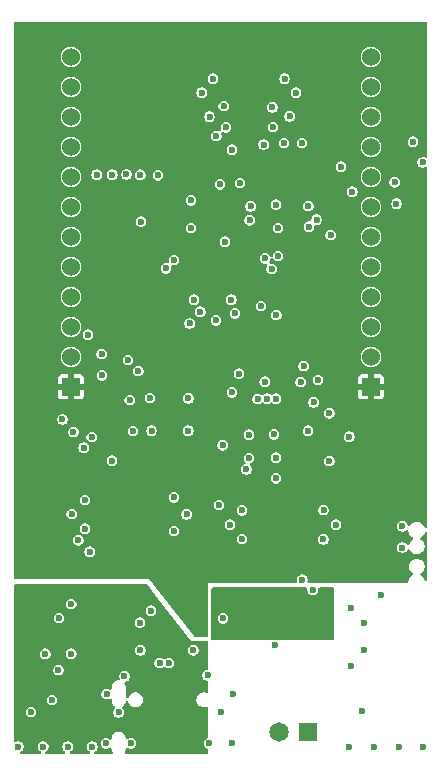
<source format=gbr>
%TF.GenerationSoftware,KiCad,Pcbnew,9.0.0*%
%TF.CreationDate,2025-04-24T13:45:02+03:00*%
%TF.ProjectId,ESP32_BOARD,45535033-325f-4424-9f41-52442e6b6963,1.0*%
%TF.SameCoordinates,Original*%
%TF.FileFunction,Copper,L3,Inr*%
%TF.FilePolarity,Positive*%
%FSLAX46Y46*%
G04 Gerber Fmt 4.6, Leading zero omitted, Abs format (unit mm)*
G04 Created by KiCad (PCBNEW 9.0.0) date 2025-04-24 13:45:02*
%MOMM*%
%LPD*%
G01*
G04 APERTURE LIST*
%TA.AperFunction,ComponentPad*%
%ADD10R,1.524000X1.524000*%
%TD*%
%TA.AperFunction,ComponentPad*%
%ADD11C,1.524000*%
%TD*%
%TA.AperFunction,ComponentPad*%
%ADD12R,1.650000X1.650000*%
%TD*%
%TA.AperFunction,ComponentPad*%
%ADD13C,1.650000*%
%TD*%
%TA.AperFunction,ViaPad*%
%ADD14C,0.600000*%
%TD*%
G04 APERTURE END LIST*
D10*
%TO.N,+3V3*%
%TO.C,ST4*%
X82719900Y-122610000D03*
D11*
%TO.N,GND*%
X82719900Y-120070000D03*
%TO.N,unconnected-(ST4-Pin_3-Pad3)*%
X82719900Y-117530000D03*
%TO.N,unconnected-(ST4-Pin_4-Pad4)*%
X82719900Y-114990000D03*
%TO.N,GPIO13*%
X82719900Y-112450000D03*
%TO.N,GPIO12*%
X82719900Y-109910000D03*
%TO.N,GPIO11*%
X82719900Y-107370000D03*
%TO.N,GPIO10*%
X82719900Y-104830000D03*
%TO.N,GPIO3*%
X82719900Y-102290000D03*
%TO.N,GPIO2*%
X82719900Y-99750000D03*
%TO.N,GPIO1*%
X82719900Y-97210000D03*
%TO.N,unconnected-(ST4-Pin_12-Pad12)*%
X82719900Y-94670000D03*
%TD*%
D10*
%TO.N,+3V3*%
%TO.C,ST5*%
X108119900Y-122610000D03*
D11*
%TO.N,GND*%
X108119900Y-120070000D03*
X108119900Y-117530000D03*
%TO.N,unconnected-(ST5-Pin_4-Pad4)*%
X108119900Y-114990000D03*
%TO.N,ESP_TP_INT*%
X108119900Y-112450000D03*
%TO.N,ESP_TP_RESET*%
X108119900Y-109910000D03*
%TO.N,I2C_SCL*%
X108119900Y-107370000D03*
%TO.N,I2C_SDA*%
X108119900Y-104830000D03*
%TO.N,U0RXD*%
X108119900Y-102290000D03*
%TO.N,U0TXD*%
X108119900Y-99750000D03*
%TO.N,GND*%
X108119900Y-97210000D03*
X108119900Y-94670000D03*
%TD*%
D12*
%TO.N,+12V*%
%TO.C,ST1*%
X102820000Y-151820000D03*
D13*
%TO.N,GND*%
X100320000Y-151820000D03*
%TD*%
D14*
%TO.N,+3V3*%
X97780000Y-97910000D03*
X97880000Y-101990000D03*
X94359949Y-134812882D03*
X98860000Y-103420000D03*
X98850000Y-104670000D03*
X83190000Y-130060000D03*
X100690000Y-135170000D03*
X88100000Y-137200000D03*
X91058548Y-107542834D03*
X97830000Y-100420000D03*
X97650000Y-123610000D03*
X88570000Y-123590000D03*
X100770000Y-103440000D03*
X80930000Y-137280000D03*
X80413000Y-124650000D03*
X87000000Y-132800000D03*
X97510000Y-103170000D03*
X100650000Y-132710000D03*
X106420000Y-138470000D03*
X97770000Y-96640000D03*
X97840000Y-99150000D03*
X108095274Y-136632129D03*
X80520000Y-126440000D03*
X97990000Y-109330000D03*
X87000000Y-134200000D03*
X85800000Y-137200000D03*
X101970000Y-132680000D03*
X100680000Y-133970000D03*
X88400000Y-135600000D03*
X99350000Y-132660000D03*
X88740000Y-126350000D03*
X99170000Y-130430000D03*
X87000000Y-135600000D03*
X99630000Y-105520000D03*
X94002000Y-143300000D03*
%TO.N,+12V*%
X103300000Y-142300000D03*
X103300000Y-143300000D03*
X95400000Y-141100000D03*
X102000000Y-143300000D03*
%TO.N,BOOT*%
X79330000Y-150140000D03*
%TO.N,/Microcontroller/SPID*%
X92770000Y-117250000D03*
X96600000Y-116400000D03*
%TO.N,/Microcontroller/SPIWP*%
X93150000Y-115240000D03*
X96300000Y-115240000D03*
%TO.N,/Microcontroller/SPICS0*%
X95010000Y-116980000D03*
X93670000Y-116260000D03*
%TO.N,GND*%
X82739822Y-145203186D03*
X95660000Y-98840000D03*
X92520000Y-133420000D03*
X106460000Y-146250000D03*
X99954827Y-144463398D03*
X84530000Y-153080000D03*
X107490000Y-142600000D03*
X97570000Y-129600000D03*
X102800000Y-126320000D03*
X96170000Y-134280000D03*
X108980000Y-140230000D03*
X103261732Y-123930879D03*
X95841085Y-100642934D03*
X100110000Y-116530000D03*
X110450000Y-153080000D03*
X95026811Y-101367896D03*
X104585917Y-128890870D03*
X105576923Y-103978469D03*
X100070000Y-130350000D03*
X96437497Y-148622823D03*
X110770000Y-134430000D03*
X108390000Y-153080000D03*
X98810000Y-115760000D03*
X112520000Y-153070000D03*
X83895000Y-132210000D03*
X94396711Y-152805029D03*
X107530000Y-144900000D03*
X87970000Y-126360000D03*
X92650000Y-123590000D03*
X100080000Y-123610000D03*
X82430000Y-153080000D03*
X84300000Y-136580000D03*
X93774936Y-97703487D03*
X86761449Y-150183816D03*
X106286407Y-126842552D03*
X93080059Y-144917176D03*
X95595621Y-142224606D03*
X104600000Y-124850000D03*
X100800000Y-96530000D03*
X97850000Y-108510000D03*
X91450000Y-131980000D03*
X95250000Y-132610000D03*
X89480000Y-141560000D03*
X90760000Y-112590000D03*
X95408047Y-150169425D03*
X92880000Y-106830000D03*
X87810000Y-152800000D03*
X87550000Y-120350000D03*
X97800000Y-128630000D03*
X89410000Y-123550000D03*
X106470000Y-141340000D03*
X84482248Y-126850000D03*
X102287649Y-101978120D03*
X83350000Y-135600000D03*
X99810000Y-100610000D03*
X85746952Y-148623423D03*
X101240000Y-99720000D03*
X94450000Y-99740000D03*
X87700000Y-123730000D03*
X80550000Y-145220000D03*
X96380617Y-152800735D03*
X103190000Y-139800000D03*
X110770000Y-136220000D03*
X85670000Y-152800000D03*
X95350000Y-105460000D03*
X106290000Y-153080000D03*
X94751485Y-96518566D03*
X104080000Y-135520000D03*
X78270000Y-153070000D03*
X81110000Y-149140000D03*
X99130000Y-122170000D03*
X86203677Y-128864353D03*
X100750000Y-101970000D03*
X103510000Y-108460000D03*
X88550000Y-142570000D03*
X94280000Y-147050000D03*
X92880000Y-109170000D03*
X81710000Y-142190000D03*
X102300000Y-138950000D03*
X106550000Y-106100000D03*
X83895000Y-134615000D03*
X97190000Y-135500000D03*
X92650000Y-126330000D03*
X89540000Y-126330000D03*
X91440000Y-111870000D03*
X95750000Y-110330000D03*
X105150000Y-134290000D03*
X102810000Y-107300000D03*
X91450000Y-134830000D03*
X82790000Y-133390000D03*
X88660000Y-108620000D03*
X104100000Y-133050000D03*
X88590000Y-144930000D03*
X88420000Y-121270000D03*
X101770000Y-97700000D03*
X99760000Y-98950000D03*
X97200000Y-133080000D03*
X82740000Y-141010000D03*
X99040000Y-102100000D03*
X80370000Y-153070000D03*
X87250000Y-147120000D03*
X81660000Y-146600000D03*
X100080000Y-128620000D03*
%TO.N,+5V*%
X92890000Y-149100000D03*
X86150000Y-144150000D03*
X87150000Y-143400000D03*
X84630000Y-139880000D03*
X86150000Y-142650000D03*
X93480000Y-147050000D03*
X86150000Y-145650000D03*
X89237430Y-149070000D03*
X87150000Y-144900000D03*
X88700000Y-146900000D03*
%TO.N,RESET*%
X97040000Y-105350000D03*
X112490000Y-103620000D03*
%TO.N,ESP_LCD_D4*%
X97930493Y-107334146D03*
%TO.N,I2C_SDA*%
X82930000Y-126430000D03*
X85320000Y-119840000D03*
X102160000Y-122210000D03*
%TO.N,ESP_TP_RESET*%
X95560000Y-127560000D03*
%TO.N,ESP_LCD_D3*%
X100260000Y-109160000D03*
%TO.N,ESP_LCD_D0*%
X99160000Y-111740000D03*
%TO.N,ESP_LCD_D2*%
X100260000Y-111550000D03*
%TO.N,ESP_LCD_D1*%
X99710000Y-112630000D03*
%TO.N,I2C_SCL*%
X102410000Y-120850000D03*
X83800000Y-127760000D03*
X85360000Y-121650000D03*
%TO.N,ESP_LCD_D{slash}C*%
X87418173Y-104634684D03*
%TO.N,GPIO0*%
X107330000Y-150050000D03*
X96360000Y-102530000D03*
X111680000Y-101860000D03*
%TO.N,U0RXD*%
X110120000Y-105290000D03*
X102870000Y-109060000D03*
%TO.N,ESP_LCD_D7*%
X96950000Y-121490000D03*
%TO.N,ESP_LCD_RES*%
X84900000Y-104650000D03*
%TO.N,ESP_LCD_D5*%
X100070000Y-107180000D03*
%TO.N,ESP_LCD_WR*%
X88595000Y-104665000D03*
%TO.N,ESP_LCD_RD*%
X90080000Y-104700000D03*
%TO.N,ESP_LCD_CS*%
X86220000Y-104650000D03*
%TO.N,U0TXD*%
X110280000Y-107110000D03*
X104710000Y-109760000D03*
%TO.N,ESP_LCD_D6*%
X96360000Y-123090000D03*
%TO.N,ESP_TP_INT*%
X82000000Y-125380000D03*
X103640000Y-122040000D03*
X84150000Y-118200000D03*
%TO.N,/Display Connector and Driver/LEDK3*%
X99329997Y-123610000D03*
%TO.N,/Display Connector and Driver/LEDK4*%
X99920464Y-126635409D03*
%TO.N,/Display Connector and Driver/LEDK2*%
X98520000Y-123640000D03*
%TO.N,/Display Connector and Driver/LEDK1*%
X97800000Y-126660000D03*
%TO.N,ESP_USB_D+*%
X90220000Y-146000000D03*
%TO.N,ESP_USB_D-*%
X91000000Y-146000000D03*
%TD*%
%TA.AperFunction,Conductor*%
%TO.N,+3V3*%
G36*
X112842539Y-91720185D02*
G01*
X112888294Y-91772989D01*
X112899500Y-91824500D01*
X112899500Y-103121458D01*
X112879815Y-103188497D01*
X112827011Y-103234252D01*
X112757853Y-103244196D01*
X112713500Y-103228845D01*
X112663889Y-103200202D01*
X112663890Y-103200202D01*
X112654494Y-103197684D01*
X112549309Y-103169500D01*
X112430691Y-103169500D01*
X112316114Y-103200201D01*
X112316112Y-103200201D01*
X112316112Y-103200202D01*
X112213387Y-103259511D01*
X112213384Y-103259513D01*
X112129513Y-103343384D01*
X112129511Y-103343387D01*
X112070201Y-103446114D01*
X112039500Y-103560691D01*
X112039500Y-103679309D01*
X112070201Y-103793886D01*
X112129511Y-103896613D01*
X112213387Y-103980489D01*
X112316114Y-104039799D01*
X112430691Y-104070500D01*
X112430694Y-104070500D01*
X112549306Y-104070500D01*
X112549309Y-104070500D01*
X112663886Y-104039799D01*
X112663888Y-104039797D01*
X112663890Y-104039797D01*
X112663891Y-104039796D01*
X112667392Y-104037775D01*
X112688491Y-104025593D01*
X112713499Y-104011155D01*
X112781399Y-103994681D01*
X112847426Y-104017533D01*
X112890617Y-104072453D01*
X112899500Y-104118541D01*
X112899500Y-134452747D01*
X112879815Y-134519786D01*
X112827011Y-134565541D01*
X112757853Y-134575485D01*
X112694297Y-134546460D01*
X112660939Y-134500200D01*
X112622430Y-134407231D01*
X112622425Y-134407222D01*
X112545068Y-134291450D01*
X112545065Y-134291446D01*
X112446608Y-134192989D01*
X112446604Y-134192986D01*
X112330832Y-134115629D01*
X112330823Y-134115624D01*
X112202178Y-134062338D01*
X112202172Y-134062336D01*
X112065609Y-134035172D01*
X112065607Y-134035172D01*
X111926359Y-134035172D01*
X111926357Y-134035172D01*
X111789793Y-134062336D01*
X111789787Y-134062338D01*
X111661142Y-134115624D01*
X111661133Y-134115629D01*
X111545361Y-134192986D01*
X111545357Y-134192989D01*
X111446900Y-134291446D01*
X111446895Y-134291452D01*
X111422190Y-134328426D01*
X111368578Y-134373230D01*
X111299252Y-134381937D01*
X111236225Y-134351782D01*
X111199507Y-134292338D01*
X111199371Y-134291837D01*
X111189799Y-134256114D01*
X111188873Y-134254511D01*
X111154631Y-134195202D01*
X111130489Y-134153387D01*
X111046613Y-134069511D01*
X110943886Y-134010201D01*
X110829309Y-133979500D01*
X110710691Y-133979500D01*
X110596114Y-134010201D01*
X110596112Y-134010201D01*
X110596112Y-134010202D01*
X110493387Y-134069511D01*
X110493384Y-134069513D01*
X110409513Y-134153384D01*
X110409511Y-134153387D01*
X110351127Y-134254511D01*
X110350201Y-134256114D01*
X110319500Y-134370691D01*
X110319500Y-134489309D01*
X110350201Y-134603886D01*
X110409511Y-134706613D01*
X110493387Y-134790489D01*
X110596114Y-134849799D01*
X110710691Y-134880500D01*
X110710694Y-134880500D01*
X110829306Y-134880500D01*
X110829309Y-134880500D01*
X110943886Y-134849799D01*
X111046613Y-134790489D01*
X111081297Y-134755804D01*
X111142617Y-134722320D01*
X111212309Y-134727304D01*
X111268243Y-134769174D01*
X111290594Y-134819294D01*
X111316247Y-134948261D01*
X111316249Y-134948267D01*
X111369535Y-135076912D01*
X111369540Y-135076921D01*
X111446897Y-135192693D01*
X111446900Y-135192697D01*
X111545355Y-135291152D01*
X111545365Y-135291160D01*
X111643925Y-135357016D01*
X111688731Y-135410628D01*
X111697438Y-135479953D01*
X111667284Y-135542980D01*
X111643927Y-135563219D01*
X111577745Y-135607441D01*
X111577739Y-135607446D01*
X111486359Y-135698826D01*
X111486356Y-135698830D01*
X111414557Y-135806284D01*
X111414550Y-135806296D01*
X111365096Y-135925691D01*
X111363799Y-135929969D01*
X111325499Y-135988406D01*
X111261685Y-136016859D01*
X111192619Y-136006296D01*
X111140227Y-135960069D01*
X111137754Y-135955970D01*
X111136619Y-135954004D01*
X111130489Y-135943387D01*
X111046613Y-135859511D01*
X110943886Y-135800201D01*
X110829309Y-135769500D01*
X110710691Y-135769500D01*
X110596114Y-135800201D01*
X110596112Y-135800201D01*
X110596112Y-135800202D01*
X110493387Y-135859511D01*
X110493384Y-135859513D01*
X110409513Y-135943384D01*
X110409511Y-135943387D01*
X110367092Y-136016859D01*
X110350201Y-136046114D01*
X110319500Y-136160691D01*
X110319500Y-136279309D01*
X110350201Y-136393886D01*
X110409511Y-136496613D01*
X110493387Y-136580489D01*
X110596114Y-136639799D01*
X110710691Y-136670500D01*
X110710694Y-136670500D01*
X110829306Y-136670500D01*
X110829309Y-136670500D01*
X110943886Y-136639799D01*
X111046613Y-136580489D01*
X111130489Y-136496613D01*
X111186751Y-136399164D01*
X111237317Y-136350950D01*
X111305924Y-136337727D01*
X111370789Y-136363695D01*
X111408698Y-136413713D01*
X111414552Y-136427846D01*
X111414557Y-136427855D01*
X111486356Y-136535309D01*
X111486359Y-136535313D01*
X111577739Y-136626693D01*
X111577743Y-136626696D01*
X111685203Y-136698499D01*
X111685205Y-136698500D01*
X111685209Y-136698502D01*
X111756844Y-136728173D01*
X111804606Y-136747957D01*
X111931358Y-136773169D01*
X111931362Y-136773170D01*
X111931363Y-136773170D01*
X112060604Y-136773170D01*
X112060605Y-136773169D01*
X112187360Y-136747957D01*
X112306763Y-136698499D01*
X112414223Y-136626696D01*
X112505609Y-136535310D01*
X112577412Y-136427850D01*
X112626870Y-136308447D01*
X112652083Y-136181690D01*
X112652083Y-136052450D01*
X112651500Y-136049518D01*
X112651500Y-136049516D01*
X112633791Y-135960488D01*
X112626870Y-135925693D01*
X112599862Y-135860489D01*
X112577415Y-135806296D01*
X112577413Y-135806292D01*
X112577412Y-135806290D01*
X112505609Y-135698830D01*
X112505606Y-135698826D01*
X112414226Y-135607446D01*
X112348038Y-135563220D01*
X112303234Y-135509607D01*
X112294527Y-135440282D01*
X112324682Y-135377255D01*
X112348035Y-135357019D01*
X112446605Y-135291157D01*
X112446607Y-135291155D01*
X112446611Y-135291152D01*
X112545065Y-135192697D01*
X112545068Y-135192694D01*
X112622429Y-135076915D01*
X112660939Y-134983943D01*
X112704780Y-134929540D01*
X112771074Y-134907475D01*
X112838773Y-134924754D01*
X112886384Y-134975891D01*
X112899500Y-135031396D01*
X112899500Y-137740440D01*
X112879815Y-137807479D01*
X112869568Y-137816357D01*
X112897328Y-137870595D01*
X112899500Y-137893703D01*
X112899500Y-138902746D01*
X112879815Y-138969785D01*
X112827011Y-139015540D01*
X112757853Y-139025484D01*
X112694297Y-138996459D01*
X112660939Y-138950199D01*
X112622430Y-138857230D01*
X112622425Y-138857221D01*
X112545068Y-138741449D01*
X112545065Y-138741445D01*
X112446608Y-138642988D01*
X112446604Y-138642985D01*
X112348038Y-138577125D01*
X112303233Y-138523513D01*
X112294526Y-138454188D01*
X112324681Y-138391160D01*
X112348033Y-138370924D01*
X112414223Y-138326698D01*
X112505609Y-138235312D01*
X112577412Y-138127852D01*
X112626870Y-138008449D01*
X112652083Y-137881692D01*
X112652083Y-137881684D01*
X112652097Y-137881552D01*
X112652125Y-137881481D01*
X112653272Y-137875717D01*
X112654365Y-137875934D01*
X112678256Y-137816764D01*
X112681600Y-137814397D01*
X112656523Y-137775375D01*
X112652097Y-137752593D01*
X112652083Y-137752457D01*
X112652083Y-137752452D01*
X112626870Y-137625695D01*
X112607086Y-137577933D01*
X112577415Y-137506298D01*
X112577413Y-137506294D01*
X112577412Y-137506292D01*
X112505609Y-137398832D01*
X112505606Y-137398828D01*
X112414226Y-137307448D01*
X112414222Y-137307445D01*
X112306768Y-137235646D01*
X112306756Y-137235639D01*
X112187363Y-137186186D01*
X112187361Y-137186185D01*
X112187360Y-137186185D01*
X112187355Y-137186184D01*
X112187351Y-137186183D01*
X112060607Y-137160972D01*
X112060603Y-137160972D01*
X111931363Y-137160972D01*
X111931358Y-137160972D01*
X111804614Y-137186183D01*
X111804602Y-137186186D01*
X111685209Y-137235639D01*
X111685197Y-137235646D01*
X111577743Y-137307445D01*
X111577739Y-137307448D01*
X111486359Y-137398828D01*
X111486356Y-137398832D01*
X111414557Y-137506286D01*
X111414550Y-137506298D01*
X111365097Y-137625691D01*
X111365094Y-137625703D01*
X111339883Y-137752447D01*
X111339883Y-137881696D01*
X111365094Y-138008440D01*
X111365097Y-138008452D01*
X111414550Y-138127845D01*
X111414557Y-138127857D01*
X111486356Y-138235311D01*
X111486359Y-138235315D01*
X111577742Y-138326698D01*
X111638688Y-138367420D01*
X111643925Y-138370920D01*
X111643927Y-138370921D01*
X111688732Y-138424533D01*
X111697439Y-138493858D01*
X111667285Y-138556885D01*
X111643927Y-138577125D01*
X111545361Y-138642985D01*
X111545357Y-138642988D01*
X111446900Y-138741445D01*
X111446897Y-138741449D01*
X111369540Y-138857221D01*
X111369535Y-138857230D01*
X111316249Y-138985875D01*
X111316247Y-138985881D01*
X111293509Y-139100192D01*
X111261124Y-139162103D01*
X111200408Y-139196677D01*
X111171892Y-139200000D01*
X102861004Y-139200000D01*
X102793965Y-139180315D01*
X102748210Y-139127511D01*
X102738266Y-139058353D01*
X102741226Y-139043917D01*
X102750500Y-139009309D01*
X102750500Y-138890691D01*
X102719799Y-138776114D01*
X102660489Y-138673387D01*
X102576613Y-138589511D01*
X102473886Y-138530201D01*
X102359309Y-138499500D01*
X102240691Y-138499500D01*
X102126114Y-138530201D01*
X102126112Y-138530201D01*
X102126112Y-138530202D01*
X102023387Y-138589511D01*
X102023384Y-138589513D01*
X101939513Y-138673384D01*
X101939511Y-138673387D01*
X101880201Y-138776114D01*
X101849500Y-138890691D01*
X101849500Y-139009309D01*
X101858770Y-139043908D01*
X101857108Y-139113756D01*
X101817946Y-139171619D01*
X101753717Y-139199123D01*
X101738996Y-139200000D01*
X94300000Y-139200000D01*
X94300000Y-143676000D01*
X94280315Y-143743039D01*
X94227511Y-143788794D01*
X94176000Y-143800000D01*
X93260416Y-143800000D01*
X93193377Y-143780315D01*
X93162765Y-143752422D01*
X93102956Y-143676000D01*
X89365217Y-138900000D01*
X78024500Y-138900000D01*
X77957461Y-138880315D01*
X77911706Y-138827511D01*
X77900500Y-138776000D01*
X77900500Y-136520691D01*
X83849500Y-136520691D01*
X83849500Y-136639309D01*
X83880201Y-136753886D01*
X83939511Y-136856613D01*
X84023387Y-136940489D01*
X84126114Y-136999799D01*
X84240691Y-137030500D01*
X84240694Y-137030500D01*
X84359306Y-137030500D01*
X84359309Y-137030500D01*
X84473886Y-136999799D01*
X84576613Y-136940489D01*
X84660489Y-136856613D01*
X84719799Y-136753886D01*
X84750500Y-136639309D01*
X84750500Y-136520691D01*
X84719799Y-136406114D01*
X84660489Y-136303387D01*
X84576613Y-136219511D01*
X84473886Y-136160201D01*
X84359309Y-136129500D01*
X84240691Y-136129500D01*
X84126114Y-136160201D01*
X84126112Y-136160201D01*
X84126112Y-136160202D01*
X84023387Y-136219511D01*
X84023384Y-136219513D01*
X83939513Y-136303384D01*
X83939511Y-136303387D01*
X83880201Y-136406114D01*
X83849500Y-136520691D01*
X77900500Y-136520691D01*
X77900500Y-135540691D01*
X82899500Y-135540691D01*
X82899500Y-135659309D01*
X82930201Y-135773886D01*
X82989511Y-135876613D01*
X83073387Y-135960489D01*
X83176114Y-136019799D01*
X83290691Y-136050500D01*
X83290694Y-136050500D01*
X83409306Y-136050500D01*
X83409309Y-136050500D01*
X83523886Y-136019799D01*
X83626613Y-135960489D01*
X83710489Y-135876613D01*
X83769799Y-135773886D01*
X83800500Y-135659309D01*
X83800500Y-135540691D01*
X83773705Y-135440691D01*
X96739500Y-135440691D01*
X96739500Y-135559309D01*
X96770201Y-135673886D01*
X96829511Y-135776613D01*
X96913387Y-135860489D01*
X97016114Y-135919799D01*
X97130691Y-135950500D01*
X97130694Y-135950500D01*
X97249306Y-135950500D01*
X97249309Y-135950500D01*
X97363886Y-135919799D01*
X97466613Y-135860489D01*
X97550489Y-135776613D01*
X97609799Y-135673886D01*
X97640500Y-135559309D01*
X97640500Y-135460691D01*
X103629500Y-135460691D01*
X103629500Y-135579309D01*
X103660201Y-135693886D01*
X103719511Y-135796613D01*
X103803387Y-135880489D01*
X103906114Y-135939799D01*
X104020691Y-135970500D01*
X104020694Y-135970500D01*
X104139306Y-135970500D01*
X104139309Y-135970500D01*
X104253886Y-135939799D01*
X104356613Y-135880489D01*
X104440489Y-135796613D01*
X104499799Y-135693886D01*
X104530500Y-135579309D01*
X104530500Y-135460691D01*
X104499799Y-135346114D01*
X104440489Y-135243387D01*
X104356613Y-135159511D01*
X104253886Y-135100201D01*
X104139309Y-135069500D01*
X104020691Y-135069500D01*
X103906114Y-135100201D01*
X103906112Y-135100201D01*
X103906112Y-135100202D01*
X103803387Y-135159511D01*
X103803384Y-135159513D01*
X103719513Y-135243384D01*
X103719511Y-135243387D01*
X103673323Y-135323387D01*
X103660201Y-135346114D01*
X103629500Y-135460691D01*
X97640500Y-135460691D01*
X97640500Y-135440691D01*
X97609799Y-135326114D01*
X97550489Y-135223387D01*
X97466613Y-135139511D01*
X97363886Y-135080201D01*
X97249309Y-135049500D01*
X97130691Y-135049500D01*
X97016114Y-135080201D01*
X97016112Y-135080201D01*
X97016112Y-135080202D01*
X96913387Y-135139511D01*
X96913384Y-135139513D01*
X96829513Y-135223384D01*
X96829511Y-135223387D01*
X96790387Y-135291152D01*
X96770201Y-135326114D01*
X96739500Y-135440691D01*
X83773705Y-135440691D01*
X83769799Y-135426114D01*
X83710489Y-135323387D01*
X83626613Y-135239511D01*
X83523886Y-135180201D01*
X83471247Y-135166096D01*
X83471245Y-135166095D01*
X83424827Y-135153658D01*
X83409309Y-135149500D01*
X83290691Y-135149500D01*
X83176114Y-135180201D01*
X83176112Y-135180201D01*
X83176112Y-135180202D01*
X83073387Y-135239511D01*
X83073384Y-135239513D01*
X82989513Y-135323384D01*
X82989511Y-135323387D01*
X82930201Y-135426114D01*
X82899500Y-135540691D01*
X77900500Y-135540691D01*
X77900500Y-134555691D01*
X83444500Y-134555691D01*
X83444500Y-134674309D01*
X83475201Y-134788886D01*
X83534511Y-134891613D01*
X83618387Y-134975489D01*
X83721114Y-135034799D01*
X83835691Y-135065500D01*
X83835694Y-135065500D01*
X83954306Y-135065500D01*
X83954309Y-135065500D01*
X84068886Y-135034799D01*
X84171613Y-134975489D01*
X84255489Y-134891613D01*
X84314799Y-134788886D01*
X84319674Y-134770691D01*
X90999500Y-134770691D01*
X90999500Y-134889309D01*
X91030201Y-135003886D01*
X91089511Y-135106613D01*
X91173387Y-135190489D01*
X91276114Y-135249799D01*
X91390691Y-135280500D01*
X91390694Y-135280500D01*
X91509306Y-135280500D01*
X91509309Y-135280500D01*
X91623886Y-135249799D01*
X91726613Y-135190489D01*
X91810489Y-135106613D01*
X91869799Y-135003886D01*
X91900500Y-134889309D01*
X91900500Y-134770691D01*
X91869799Y-134656114D01*
X91810489Y-134553387D01*
X91726613Y-134469511D01*
X91623886Y-134410201D01*
X91509309Y-134379500D01*
X91390691Y-134379500D01*
X91276114Y-134410201D01*
X91276112Y-134410201D01*
X91276112Y-134410202D01*
X91173387Y-134469511D01*
X91173384Y-134469513D01*
X91089513Y-134553384D01*
X91089511Y-134553387D01*
X91033449Y-134650489D01*
X91030201Y-134656114D01*
X90999500Y-134770691D01*
X84319674Y-134770691D01*
X84345500Y-134674309D01*
X84345500Y-134555691D01*
X84314799Y-134441114D01*
X84255489Y-134338387D01*
X84171613Y-134254511D01*
X84113036Y-134220691D01*
X95719500Y-134220691D01*
X95719500Y-134339309D01*
X95750201Y-134453886D01*
X95809511Y-134556613D01*
X95893387Y-134640489D01*
X95996114Y-134699799D01*
X96110691Y-134730500D01*
X96110694Y-134730500D01*
X96229306Y-134730500D01*
X96229309Y-134730500D01*
X96343886Y-134699799D01*
X96446613Y-134640489D01*
X96530489Y-134556613D01*
X96589799Y-134453886D01*
X96620500Y-134339309D01*
X96620500Y-134230691D01*
X104699500Y-134230691D01*
X104699500Y-134349309D01*
X104730201Y-134463886D01*
X104789511Y-134566613D01*
X104873387Y-134650489D01*
X104976114Y-134709799D01*
X105090691Y-134740500D01*
X105090694Y-134740500D01*
X105209306Y-134740500D01*
X105209309Y-134740500D01*
X105323886Y-134709799D01*
X105426613Y-134650489D01*
X105510489Y-134566613D01*
X105569799Y-134463886D01*
X105600500Y-134349309D01*
X105600500Y-134230691D01*
X105569799Y-134116114D01*
X105510489Y-134013387D01*
X105426613Y-133929511D01*
X105323886Y-133870201D01*
X105209309Y-133839500D01*
X105090691Y-133839500D01*
X104976114Y-133870201D01*
X104976112Y-133870201D01*
X104976112Y-133870202D01*
X104873387Y-133929511D01*
X104873384Y-133929513D01*
X104789513Y-134013384D01*
X104789511Y-134013387D01*
X104735975Y-134106114D01*
X104730201Y-134116114D01*
X104699500Y-134230691D01*
X96620500Y-134230691D01*
X96620500Y-134220691D01*
X96589799Y-134106114D01*
X96530489Y-134003387D01*
X96446613Y-133919511D01*
X96343886Y-133860201D01*
X96229309Y-133829500D01*
X96110691Y-133829500D01*
X95996114Y-133860201D01*
X95996112Y-133860201D01*
X95996112Y-133860202D01*
X95893387Y-133919511D01*
X95893384Y-133919513D01*
X95809513Y-134003384D01*
X95809511Y-134003387D01*
X95750201Y-134106114D01*
X95719500Y-134220691D01*
X84113036Y-134220691D01*
X84068886Y-134195201D01*
X83954309Y-134164500D01*
X83835691Y-134164500D01*
X83721114Y-134195201D01*
X83721112Y-134195201D01*
X83721112Y-134195202D01*
X83618387Y-134254511D01*
X83618384Y-134254513D01*
X83534513Y-134338384D01*
X83534511Y-134338387D01*
X83494764Y-134407231D01*
X83475201Y-134441114D01*
X83444500Y-134555691D01*
X77900500Y-134555691D01*
X77900500Y-133330691D01*
X82339500Y-133330691D01*
X82339500Y-133449309D01*
X82370201Y-133563886D01*
X82429511Y-133666613D01*
X82513387Y-133750489D01*
X82616114Y-133809799D01*
X82730691Y-133840500D01*
X82730694Y-133840500D01*
X82849306Y-133840500D01*
X82849309Y-133840500D01*
X82963886Y-133809799D01*
X83066613Y-133750489D01*
X83150489Y-133666613D01*
X83209799Y-133563886D01*
X83240500Y-133449309D01*
X83240500Y-133360691D01*
X92069500Y-133360691D01*
X92069500Y-133479309D01*
X92100201Y-133593886D01*
X92159511Y-133696613D01*
X92243387Y-133780489D01*
X92346114Y-133839799D01*
X92460691Y-133870500D01*
X92460694Y-133870500D01*
X92579306Y-133870500D01*
X92579309Y-133870500D01*
X92693886Y-133839799D01*
X92796613Y-133780489D01*
X92880489Y-133696613D01*
X92939799Y-133593886D01*
X92970500Y-133479309D01*
X92970500Y-133360691D01*
X92939799Y-133246114D01*
X92880489Y-133143387D01*
X92796613Y-133059511D01*
X92693886Y-133000201D01*
X92579309Y-132969500D01*
X92460691Y-132969500D01*
X92346114Y-133000201D01*
X92346112Y-133000201D01*
X92346112Y-133000202D01*
X92243387Y-133059511D01*
X92243384Y-133059513D01*
X92159513Y-133143384D01*
X92159511Y-133143387D01*
X92100201Y-133246114D01*
X92069500Y-133360691D01*
X83240500Y-133360691D01*
X83240500Y-133330691D01*
X83209799Y-133216114D01*
X83150489Y-133113387D01*
X83066613Y-133029511D01*
X82963886Y-132970201D01*
X82849309Y-132939500D01*
X82730691Y-132939500D01*
X82616114Y-132970201D01*
X82616112Y-132970201D01*
X82616112Y-132970202D01*
X82513387Y-133029511D01*
X82513384Y-133029513D01*
X82429513Y-133113384D01*
X82429511Y-133113387D01*
X82414547Y-133139306D01*
X82370201Y-133216114D01*
X82339500Y-133330691D01*
X77900500Y-133330691D01*
X77900500Y-132150691D01*
X83444500Y-132150691D01*
X83444500Y-132269309D01*
X83475201Y-132383886D01*
X83534511Y-132486613D01*
X83618387Y-132570489D01*
X83721114Y-132629799D01*
X83835691Y-132660500D01*
X83835694Y-132660500D01*
X83954306Y-132660500D01*
X83954309Y-132660500D01*
X84068886Y-132629799D01*
X84171613Y-132570489D01*
X84191411Y-132550691D01*
X94799500Y-132550691D01*
X94799500Y-132669309D01*
X94830201Y-132783886D01*
X94889511Y-132886613D01*
X94973387Y-132970489D01*
X95076114Y-133029799D01*
X95190691Y-133060500D01*
X95190694Y-133060500D01*
X95309306Y-133060500D01*
X95309309Y-133060500D01*
X95423886Y-133029799D01*
X95439661Y-133020691D01*
X96749500Y-133020691D01*
X96749500Y-133139309D01*
X96780201Y-133253886D01*
X96839511Y-133356613D01*
X96923387Y-133440489D01*
X97026114Y-133499799D01*
X97140691Y-133530500D01*
X97140694Y-133530500D01*
X97259306Y-133530500D01*
X97259309Y-133530500D01*
X97373886Y-133499799D01*
X97476613Y-133440489D01*
X97560489Y-133356613D01*
X97619799Y-133253886D01*
X97650500Y-133139309D01*
X97650500Y-133020691D01*
X97642461Y-132990691D01*
X103649500Y-132990691D01*
X103649500Y-133109309D01*
X103680201Y-133223886D01*
X103739511Y-133326613D01*
X103823387Y-133410489D01*
X103926114Y-133469799D01*
X104040691Y-133500500D01*
X104040694Y-133500500D01*
X104159306Y-133500500D01*
X104159309Y-133500500D01*
X104273886Y-133469799D01*
X104376613Y-133410489D01*
X104460489Y-133326613D01*
X104519799Y-133223886D01*
X104550500Y-133109309D01*
X104550500Y-132990691D01*
X104519799Y-132876114D01*
X104460489Y-132773387D01*
X104376613Y-132689511D01*
X104273886Y-132630201D01*
X104159309Y-132599500D01*
X104040691Y-132599500D01*
X103926114Y-132630201D01*
X103926112Y-132630201D01*
X103926112Y-132630202D01*
X103823387Y-132689511D01*
X103823384Y-132689513D01*
X103739513Y-132773384D01*
X103739511Y-132773387D01*
X103680201Y-132876114D01*
X103649500Y-132990691D01*
X97642461Y-132990691D01*
X97619799Y-132906114D01*
X97560489Y-132803387D01*
X97476613Y-132719511D01*
X97373886Y-132660201D01*
X97259309Y-132629500D01*
X97140691Y-132629500D01*
X97026114Y-132660201D01*
X97026112Y-132660201D01*
X97026112Y-132660202D01*
X96923387Y-132719511D01*
X96923384Y-132719513D01*
X96839513Y-132803384D01*
X96839511Y-132803387D01*
X96791461Y-132886612D01*
X96780201Y-132906114D01*
X96749500Y-133020691D01*
X95439661Y-133020691D01*
X95526613Y-132970489D01*
X95610489Y-132886613D01*
X95669799Y-132783886D01*
X95700500Y-132669309D01*
X95700500Y-132550691D01*
X95669799Y-132436114D01*
X95610489Y-132333387D01*
X95526613Y-132249511D01*
X95423886Y-132190201D01*
X95309309Y-132159500D01*
X95190691Y-132159500D01*
X95076114Y-132190201D01*
X95076112Y-132190201D01*
X95076112Y-132190202D01*
X94973387Y-132249511D01*
X94973384Y-132249513D01*
X94889513Y-132333384D01*
X94889511Y-132333387D01*
X94860355Y-132383887D01*
X94830201Y-132436114D01*
X94799500Y-132550691D01*
X84191411Y-132550691D01*
X84255489Y-132486613D01*
X84314799Y-132383886D01*
X84345500Y-132269309D01*
X84345500Y-132150691D01*
X84314799Y-132036114D01*
X84255489Y-131933387D01*
X84242793Y-131920691D01*
X90999500Y-131920691D01*
X90999500Y-132039309D01*
X91030201Y-132153886D01*
X91089511Y-132256613D01*
X91173387Y-132340489D01*
X91276114Y-132399799D01*
X91390691Y-132430500D01*
X91390694Y-132430500D01*
X91509306Y-132430500D01*
X91509309Y-132430500D01*
X91623886Y-132399799D01*
X91726613Y-132340489D01*
X91810489Y-132256613D01*
X91869799Y-132153886D01*
X91900500Y-132039309D01*
X91900500Y-131920691D01*
X91869799Y-131806114D01*
X91810489Y-131703387D01*
X91726613Y-131619511D01*
X91623886Y-131560201D01*
X91509309Y-131529500D01*
X91390691Y-131529500D01*
X91276114Y-131560201D01*
X91276112Y-131560201D01*
X91276112Y-131560202D01*
X91173387Y-131619511D01*
X91173384Y-131619513D01*
X91089513Y-131703384D01*
X91089511Y-131703387D01*
X91030201Y-131806114D01*
X90999500Y-131920691D01*
X84242793Y-131920691D01*
X84171613Y-131849511D01*
X84068886Y-131790201D01*
X83954309Y-131759500D01*
X83835691Y-131759500D01*
X83721114Y-131790201D01*
X83721112Y-131790201D01*
X83721112Y-131790202D01*
X83618387Y-131849511D01*
X83618384Y-131849513D01*
X83534513Y-131933384D01*
X83534511Y-131933387D01*
X83475201Y-132036114D01*
X83444500Y-132150691D01*
X77900500Y-132150691D01*
X77900500Y-130290691D01*
X99619500Y-130290691D01*
X99619500Y-130409309D01*
X99650201Y-130523886D01*
X99709511Y-130626613D01*
X99793387Y-130710489D01*
X99896114Y-130769799D01*
X100010691Y-130800500D01*
X100010694Y-130800500D01*
X100129306Y-130800500D01*
X100129309Y-130800500D01*
X100243886Y-130769799D01*
X100346613Y-130710489D01*
X100430489Y-130626613D01*
X100489799Y-130523886D01*
X100520500Y-130409309D01*
X100520500Y-130290691D01*
X100489799Y-130176114D01*
X100430489Y-130073387D01*
X100346613Y-129989511D01*
X100243886Y-129930201D01*
X100129309Y-129899500D01*
X100010691Y-129899500D01*
X99896114Y-129930201D01*
X99896112Y-129930201D01*
X99896112Y-129930202D01*
X99793387Y-129989511D01*
X99793384Y-129989513D01*
X99709513Y-130073384D01*
X99709511Y-130073387D01*
X99650201Y-130176114D01*
X99619500Y-130290691D01*
X77900500Y-130290691D01*
X77900500Y-129540691D01*
X97119500Y-129540691D01*
X97119500Y-129659309D01*
X97150201Y-129773886D01*
X97209511Y-129876613D01*
X97293387Y-129960489D01*
X97396114Y-130019799D01*
X97510691Y-130050500D01*
X97510694Y-130050500D01*
X97629306Y-130050500D01*
X97629309Y-130050500D01*
X97743886Y-130019799D01*
X97846613Y-129960489D01*
X97930489Y-129876613D01*
X97989799Y-129773886D01*
X98020500Y-129659309D01*
X98020500Y-129540691D01*
X97989799Y-129426114D01*
X97930489Y-129323387D01*
X97875755Y-129268653D01*
X97842270Y-129207330D01*
X97847254Y-129137638D01*
X97889126Y-129081705D01*
X97931340Y-129061198D01*
X97973886Y-129049799D01*
X98076613Y-128990489D01*
X98160489Y-128906613D01*
X98219799Y-128803886D01*
X98250500Y-128689309D01*
X98250500Y-128570691D01*
X98247820Y-128560691D01*
X99629500Y-128560691D01*
X99629500Y-128679309D01*
X99660201Y-128793886D01*
X99719511Y-128896613D01*
X99803387Y-128980489D01*
X99906114Y-129039799D01*
X100020691Y-129070500D01*
X100020694Y-129070500D01*
X100139306Y-129070500D01*
X100139309Y-129070500D01*
X100253886Y-129039799D01*
X100356613Y-128980489D01*
X100440489Y-128896613D01*
X100478047Y-128831561D01*
X104135417Y-128831561D01*
X104135417Y-128950179D01*
X104166118Y-129064756D01*
X104225428Y-129167483D01*
X104309304Y-129251359D01*
X104412031Y-129310669D01*
X104526608Y-129341370D01*
X104526611Y-129341370D01*
X104645223Y-129341370D01*
X104645226Y-129341370D01*
X104759803Y-129310669D01*
X104862530Y-129251359D01*
X104946406Y-129167483D01*
X105005716Y-129064756D01*
X105036417Y-128950179D01*
X105036417Y-128831561D01*
X105005716Y-128716984D01*
X104946406Y-128614257D01*
X104862530Y-128530381D01*
X104759803Y-128471071D01*
X104645226Y-128440370D01*
X104526608Y-128440370D01*
X104412031Y-128471071D01*
X104412029Y-128471071D01*
X104412029Y-128471072D01*
X104309304Y-128530381D01*
X104309301Y-128530383D01*
X104225430Y-128614254D01*
X104225428Y-128614257D01*
X104166118Y-128716984D01*
X104135417Y-128831561D01*
X100478047Y-128831561D01*
X100499799Y-128793886D01*
X100530500Y-128679309D01*
X100530500Y-128560691D01*
X100499799Y-128446114D01*
X100440489Y-128343387D01*
X100356613Y-128259511D01*
X100253886Y-128200201D01*
X100139309Y-128169500D01*
X100020691Y-128169500D01*
X99906114Y-128200201D01*
X99906112Y-128200201D01*
X99906112Y-128200202D01*
X99803387Y-128259511D01*
X99803384Y-128259513D01*
X99719513Y-128343384D01*
X99719511Y-128343387D01*
X99660201Y-128446114D01*
X99629500Y-128560691D01*
X98247820Y-128560691D01*
X98219799Y-128456114D01*
X98160489Y-128353387D01*
X98076613Y-128269511D01*
X97973886Y-128210201D01*
X97859309Y-128179500D01*
X97740691Y-128179500D01*
X97626114Y-128210201D01*
X97626112Y-128210201D01*
X97626112Y-128210202D01*
X97523387Y-128269511D01*
X97523384Y-128269513D01*
X97439513Y-128353384D01*
X97439511Y-128353387D01*
X97385975Y-128446114D01*
X97380201Y-128456114D01*
X97349500Y-128570691D01*
X97349500Y-128689309D01*
X97380201Y-128803886D01*
X97439511Y-128906613D01*
X97439513Y-128906615D01*
X97494244Y-128961346D01*
X97527729Y-129022669D01*
X97522745Y-129092361D01*
X97480873Y-129148294D01*
X97438658Y-129168801D01*
X97396114Y-129180201D01*
X97396112Y-129180201D01*
X97396112Y-129180202D01*
X97293387Y-129239511D01*
X97293384Y-129239513D01*
X97209513Y-129323384D01*
X97209511Y-129323387D01*
X97150201Y-129426114D01*
X97119500Y-129540691D01*
X77900500Y-129540691D01*
X77900500Y-128805044D01*
X85753177Y-128805044D01*
X85753177Y-128923662D01*
X85783878Y-129038239D01*
X85843188Y-129140966D01*
X85927064Y-129224842D01*
X86029791Y-129284152D01*
X86144368Y-129314853D01*
X86144371Y-129314853D01*
X86262983Y-129314853D01*
X86262986Y-129314853D01*
X86377563Y-129284152D01*
X86480290Y-129224842D01*
X86564166Y-129140966D01*
X86623476Y-129038239D01*
X86654177Y-128923662D01*
X86654177Y-128805044D01*
X86623476Y-128690467D01*
X86564166Y-128587740D01*
X86480290Y-128503864D01*
X86377563Y-128444554D01*
X86262986Y-128413853D01*
X86144368Y-128413853D01*
X86029791Y-128444554D01*
X86029789Y-128444554D01*
X86029789Y-128444555D01*
X85927064Y-128503864D01*
X85927061Y-128503866D01*
X85843190Y-128587737D01*
X85843188Y-128587740D01*
X85784547Y-128689309D01*
X85783878Y-128690467D01*
X85753177Y-128805044D01*
X77900500Y-128805044D01*
X77900500Y-127700691D01*
X83349500Y-127700691D01*
X83349500Y-127819309D01*
X83380201Y-127933886D01*
X83439511Y-128036613D01*
X83523387Y-128120489D01*
X83626114Y-128179799D01*
X83740691Y-128210500D01*
X83740694Y-128210500D01*
X83859306Y-128210500D01*
X83859309Y-128210500D01*
X83973886Y-128179799D01*
X84076613Y-128120489D01*
X84160489Y-128036613D01*
X84219799Y-127933886D01*
X84250500Y-127819309D01*
X84250500Y-127700691D01*
X84219799Y-127586114D01*
X84219797Y-127586110D01*
X84205088Y-127560633D01*
X84205085Y-127560629D01*
X84170480Y-127500691D01*
X95109500Y-127500691D01*
X95109500Y-127619309D01*
X95140201Y-127733886D01*
X95199511Y-127836613D01*
X95283387Y-127920489D01*
X95386114Y-127979799D01*
X95500691Y-128010500D01*
X95500694Y-128010500D01*
X95619306Y-128010500D01*
X95619309Y-128010500D01*
X95733886Y-127979799D01*
X95836613Y-127920489D01*
X95920489Y-127836613D01*
X95979799Y-127733886D01*
X96010500Y-127619309D01*
X96010500Y-127500691D01*
X95979799Y-127386114D01*
X95920489Y-127283387D01*
X95836613Y-127199511D01*
X95733886Y-127140201D01*
X95619309Y-127109500D01*
X95500691Y-127109500D01*
X95386114Y-127140201D01*
X95386112Y-127140201D01*
X95386112Y-127140202D01*
X95283387Y-127199511D01*
X95283384Y-127199513D01*
X95199513Y-127283384D01*
X95199511Y-127283387D01*
X95144449Y-127378757D01*
X95140201Y-127386114D01*
X95109500Y-127500691D01*
X84170480Y-127500691D01*
X84160489Y-127483387D01*
X84112598Y-127435496D01*
X84107102Y-127428060D01*
X84098143Y-127403585D01*
X84085655Y-127380715D01*
X84085794Y-127378757D01*
X84084272Y-127379326D01*
X84015999Y-127364474D01*
X84013426Y-127363029D01*
X83973889Y-127340202D01*
X83973890Y-127340202D01*
X83964494Y-127337684D01*
X83859309Y-127309500D01*
X83740691Y-127309500D01*
X83626114Y-127340201D01*
X83626112Y-127340201D01*
X83626112Y-127340202D01*
X83523387Y-127399511D01*
X83523384Y-127399513D01*
X83439513Y-127483384D01*
X83439511Y-127483387D01*
X83394913Y-127560633D01*
X83380201Y-127586114D01*
X83349500Y-127700691D01*
X77900500Y-127700691D01*
X77900500Y-126370691D01*
X82479500Y-126370691D01*
X82479500Y-126489309D01*
X82510201Y-126603886D01*
X82569511Y-126706613D01*
X82653387Y-126790489D01*
X82756114Y-126849799D01*
X82870691Y-126880500D01*
X82870694Y-126880500D01*
X82989306Y-126880500D01*
X82989309Y-126880500D01*
X83103886Y-126849799D01*
X83206263Y-126790691D01*
X84031748Y-126790691D01*
X84031748Y-126909309D01*
X84062449Y-127023886D01*
X84121759Y-127126613D01*
X84121761Y-127126615D01*
X84163107Y-127167961D01*
X84196592Y-127229284D01*
X84196452Y-127231241D01*
X84197975Y-127230673D01*
X84207191Y-127232678D01*
X84216422Y-127230729D01*
X84240785Y-127239985D01*
X84266248Y-127245525D01*
X84268799Y-127246957D01*
X84308362Y-127269799D01*
X84422939Y-127300500D01*
X84422942Y-127300500D01*
X84541554Y-127300500D01*
X84541557Y-127300500D01*
X84656134Y-127269799D01*
X84758861Y-127210489D01*
X84842737Y-127126613D01*
X84902047Y-127023886D01*
X84932748Y-126909309D01*
X84932748Y-126790691D01*
X84902047Y-126676114D01*
X84842737Y-126573387D01*
X84758861Y-126489511D01*
X84656134Y-126430201D01*
X84541557Y-126399500D01*
X84422939Y-126399500D01*
X84308362Y-126430201D01*
X84308360Y-126430201D01*
X84308360Y-126430202D01*
X84205635Y-126489511D01*
X84205632Y-126489513D01*
X84121761Y-126573384D01*
X84121759Y-126573387D01*
X84062449Y-126676114D01*
X84031748Y-126790691D01*
X83206263Y-126790691D01*
X83206613Y-126790489D01*
X83290489Y-126706613D01*
X83349799Y-126603886D01*
X83380500Y-126489309D01*
X83380500Y-126370691D01*
X83361743Y-126300691D01*
X87519500Y-126300691D01*
X87519500Y-126419309D01*
X87550201Y-126533886D01*
X87609511Y-126636613D01*
X87693387Y-126720489D01*
X87796114Y-126779799D01*
X87910691Y-126810500D01*
X87910694Y-126810500D01*
X88029306Y-126810500D01*
X88029309Y-126810500D01*
X88143886Y-126779799D01*
X88246613Y-126720489D01*
X88330489Y-126636613D01*
X88389799Y-126533886D01*
X88420500Y-126419309D01*
X88420500Y-126300691D01*
X88412461Y-126270691D01*
X89089500Y-126270691D01*
X89089500Y-126389309D01*
X89120201Y-126503886D01*
X89179511Y-126606613D01*
X89263387Y-126690489D01*
X89366114Y-126749799D01*
X89480691Y-126780500D01*
X89480694Y-126780500D01*
X89599306Y-126780500D01*
X89599309Y-126780500D01*
X89713886Y-126749799D01*
X89816613Y-126690489D01*
X89900489Y-126606613D01*
X89959799Y-126503886D01*
X89990500Y-126389309D01*
X89990500Y-126270691D01*
X92199500Y-126270691D01*
X92199500Y-126389309D01*
X92230201Y-126503886D01*
X92289511Y-126606613D01*
X92373387Y-126690489D01*
X92476114Y-126749799D01*
X92590691Y-126780500D01*
X92590694Y-126780500D01*
X92709306Y-126780500D01*
X92709309Y-126780500D01*
X92823886Y-126749799D01*
X92926613Y-126690489D01*
X93010489Y-126606613D01*
X93013908Y-126600691D01*
X97349500Y-126600691D01*
X97349500Y-126719309D01*
X97380201Y-126833886D01*
X97439511Y-126936613D01*
X97523387Y-127020489D01*
X97626114Y-127079799D01*
X97740691Y-127110500D01*
X97740694Y-127110500D01*
X97859306Y-127110500D01*
X97859309Y-127110500D01*
X97973886Y-127079799D01*
X98076613Y-127020489D01*
X98160489Y-126936613D01*
X98219799Y-126833886D01*
X98250500Y-126719309D01*
X98250500Y-126600691D01*
X98243911Y-126576100D01*
X99469964Y-126576100D01*
X99469964Y-126694718D01*
X99500665Y-126809295D01*
X99559975Y-126912022D01*
X99643851Y-126995898D01*
X99746578Y-127055208D01*
X99861155Y-127085909D01*
X99861158Y-127085909D01*
X99979770Y-127085909D01*
X99979773Y-127085909D01*
X100094350Y-127055208D01*
X100197077Y-126995898D01*
X100280953Y-126912022D01*
X100340263Y-126809295D01*
X100347244Y-126783243D01*
X105835907Y-126783243D01*
X105835907Y-126901861D01*
X105866608Y-127016438D01*
X105925918Y-127119165D01*
X106009794Y-127203041D01*
X106112521Y-127262351D01*
X106227098Y-127293052D01*
X106227101Y-127293052D01*
X106345713Y-127293052D01*
X106345716Y-127293052D01*
X106460293Y-127262351D01*
X106563020Y-127203041D01*
X106646896Y-127119165D01*
X106706206Y-127016438D01*
X106736907Y-126901861D01*
X106736907Y-126783243D01*
X106706206Y-126668666D01*
X106646896Y-126565939D01*
X106563020Y-126482063D01*
X106460293Y-126422753D01*
X106345716Y-126392052D01*
X106227098Y-126392052D01*
X106112521Y-126422753D01*
X106112519Y-126422753D01*
X106112519Y-126422754D01*
X106009794Y-126482063D01*
X106009791Y-126482065D01*
X105925920Y-126565936D01*
X105925918Y-126565939D01*
X105885115Y-126636612D01*
X105866608Y-126668666D01*
X105835907Y-126783243D01*
X100347244Y-126783243D01*
X100370964Y-126694718D01*
X100370964Y-126576100D01*
X100340263Y-126461523D01*
X100280953Y-126358796D01*
X100197077Y-126274920D01*
X100172432Y-126260691D01*
X102349500Y-126260691D01*
X102349500Y-126379309D01*
X102380201Y-126493886D01*
X102439511Y-126596613D01*
X102523387Y-126680489D01*
X102626114Y-126739799D01*
X102740691Y-126770500D01*
X102740694Y-126770500D01*
X102859306Y-126770500D01*
X102859309Y-126770500D01*
X102973886Y-126739799D01*
X103076613Y-126680489D01*
X103160489Y-126596613D01*
X103219799Y-126493886D01*
X103250500Y-126379309D01*
X103250500Y-126260691D01*
X103219799Y-126146114D01*
X103160489Y-126043387D01*
X103076613Y-125959511D01*
X102973886Y-125900201D01*
X102859309Y-125869500D01*
X102740691Y-125869500D01*
X102626114Y-125900201D01*
X102626112Y-125900201D01*
X102626112Y-125900202D01*
X102523387Y-125959511D01*
X102523384Y-125959513D01*
X102439513Y-126043384D01*
X102439511Y-126043387D01*
X102416419Y-126083384D01*
X102380201Y-126146114D01*
X102349500Y-126260691D01*
X100172432Y-126260691D01*
X100094350Y-126215610D01*
X99979773Y-126184909D01*
X99861155Y-126184909D01*
X99746578Y-126215610D01*
X99746576Y-126215610D01*
X99746576Y-126215611D01*
X99643851Y-126274920D01*
X99643848Y-126274922D01*
X99559977Y-126358793D01*
X99559975Y-126358796D01*
X99500665Y-126461523D01*
X99469964Y-126576100D01*
X98243911Y-126576100D01*
X98219799Y-126486114D01*
X98160489Y-126383387D01*
X98076613Y-126299511D01*
X97973886Y-126240201D01*
X97859309Y-126209500D01*
X97740691Y-126209500D01*
X97626114Y-126240201D01*
X97626112Y-126240201D01*
X97626112Y-126240202D01*
X97523387Y-126299511D01*
X97523384Y-126299513D01*
X97439513Y-126383384D01*
X97439511Y-126383387D01*
X97380201Y-126486114D01*
X97349500Y-126600691D01*
X93013908Y-126600691D01*
X93069799Y-126503886D01*
X93100500Y-126389309D01*
X93100500Y-126270691D01*
X93069799Y-126156114D01*
X93010489Y-126053387D01*
X92926613Y-125969511D01*
X92823886Y-125910201D01*
X92709309Y-125879500D01*
X92590691Y-125879500D01*
X92476114Y-125910201D01*
X92476112Y-125910201D01*
X92476112Y-125910202D01*
X92373387Y-125969511D01*
X92373384Y-125969513D01*
X92289513Y-126053384D01*
X92289511Y-126053387D01*
X92235975Y-126146114D01*
X92230201Y-126156114D01*
X92199500Y-126270691D01*
X89990500Y-126270691D01*
X89959799Y-126156114D01*
X89900489Y-126053387D01*
X89816613Y-125969511D01*
X89713886Y-125910201D01*
X89599309Y-125879500D01*
X89480691Y-125879500D01*
X89366114Y-125910201D01*
X89366112Y-125910201D01*
X89366112Y-125910202D01*
X89263387Y-125969511D01*
X89263384Y-125969513D01*
X89179513Y-126053384D01*
X89179511Y-126053387D01*
X89125975Y-126146114D01*
X89120201Y-126156114D01*
X89089500Y-126270691D01*
X88412461Y-126270691D01*
X88389799Y-126186114D01*
X88330489Y-126083387D01*
X88246613Y-125999511D01*
X88143886Y-125940201D01*
X88029309Y-125909500D01*
X87910691Y-125909500D01*
X87796114Y-125940201D01*
X87796112Y-125940201D01*
X87796112Y-125940202D01*
X87693387Y-125999511D01*
X87693384Y-125999513D01*
X87609513Y-126083384D01*
X87609511Y-126083387D01*
X87550201Y-126186114D01*
X87519500Y-126300691D01*
X83361743Y-126300691D01*
X83349799Y-126256114D01*
X83290489Y-126153387D01*
X83206613Y-126069511D01*
X83103886Y-126010201D01*
X82989309Y-125979500D01*
X82870691Y-125979500D01*
X82756114Y-126010201D01*
X82756112Y-126010201D01*
X82756112Y-126010202D01*
X82653387Y-126069511D01*
X82653384Y-126069513D01*
X82569513Y-126153384D01*
X82569511Y-126153387D01*
X82510201Y-126256114D01*
X82479500Y-126370691D01*
X77900500Y-126370691D01*
X77900500Y-125320691D01*
X81549500Y-125320691D01*
X81549500Y-125439309D01*
X81580201Y-125553886D01*
X81639511Y-125656613D01*
X81723387Y-125740489D01*
X81826114Y-125799799D01*
X81940691Y-125830500D01*
X81940694Y-125830500D01*
X82059306Y-125830500D01*
X82059309Y-125830500D01*
X82173886Y-125799799D01*
X82276613Y-125740489D01*
X82360489Y-125656613D01*
X82419799Y-125553886D01*
X82450500Y-125439309D01*
X82450500Y-125320691D01*
X82419799Y-125206114D01*
X82360489Y-125103387D01*
X82276613Y-125019511D01*
X82173886Y-124960201D01*
X82059309Y-124929500D01*
X81940691Y-124929500D01*
X81826114Y-124960201D01*
X81826112Y-124960201D01*
X81826112Y-124960202D01*
X81723387Y-125019511D01*
X81723384Y-125019513D01*
X81639513Y-125103384D01*
X81639511Y-125103387D01*
X81580201Y-125206114D01*
X81549500Y-125320691D01*
X77900500Y-125320691D01*
X77900500Y-124790691D01*
X104149500Y-124790691D01*
X104149500Y-124909309D01*
X104180201Y-125023886D01*
X104239511Y-125126613D01*
X104323387Y-125210489D01*
X104426114Y-125269799D01*
X104540691Y-125300500D01*
X104540694Y-125300500D01*
X104659306Y-125300500D01*
X104659309Y-125300500D01*
X104773886Y-125269799D01*
X104876613Y-125210489D01*
X104960489Y-125126613D01*
X105019799Y-125023886D01*
X105050500Y-124909309D01*
X105050500Y-124790691D01*
X105019799Y-124676114D01*
X104960489Y-124573387D01*
X104876613Y-124489511D01*
X104773886Y-124430201D01*
X104659309Y-124399500D01*
X104540691Y-124399500D01*
X104426114Y-124430201D01*
X104426112Y-124430201D01*
X104426112Y-124430202D01*
X104323387Y-124489511D01*
X104323384Y-124489513D01*
X104239513Y-124573384D01*
X104239511Y-124573387D01*
X104180201Y-124676114D01*
X104149500Y-124790691D01*
X77900500Y-124790691D01*
X77900500Y-121803205D01*
X81657900Y-121803205D01*
X81657900Y-122360000D01*
X82306979Y-122360000D01*
X82270189Y-122423723D01*
X82237300Y-122546465D01*
X82237300Y-122673535D01*
X82270189Y-122796277D01*
X82306979Y-122860000D01*
X81657901Y-122860000D01*
X81657901Y-123416785D01*
X81657902Y-123416808D01*
X81660808Y-123441869D01*
X81660809Y-123441873D01*
X81706111Y-123544474D01*
X81706114Y-123544479D01*
X81785420Y-123623785D01*
X81785425Y-123623788D01*
X81888023Y-123669089D01*
X81913106Y-123671999D01*
X82469899Y-123671999D01*
X82469900Y-123671998D01*
X82469900Y-123022920D01*
X82533623Y-123059711D01*
X82656365Y-123092600D01*
X82783435Y-123092600D01*
X82906177Y-123059711D01*
X82969900Y-123022920D01*
X82969900Y-123671999D01*
X83526686Y-123671999D01*
X83526708Y-123671997D01*
X83537971Y-123670691D01*
X87249500Y-123670691D01*
X87249500Y-123789309D01*
X87280201Y-123903886D01*
X87339511Y-124006613D01*
X87423387Y-124090489D01*
X87526114Y-124149799D01*
X87640691Y-124180500D01*
X87640694Y-124180500D01*
X87759306Y-124180500D01*
X87759309Y-124180500D01*
X87873886Y-124149799D01*
X87976613Y-124090489D01*
X88060489Y-124006613D01*
X88119799Y-123903886D01*
X88150500Y-123789309D01*
X88150500Y-123670691D01*
X88119799Y-123556114D01*
X88082027Y-123490691D01*
X88959500Y-123490691D01*
X88959500Y-123609309D01*
X88990201Y-123723886D01*
X89049511Y-123826613D01*
X89133387Y-123910489D01*
X89236114Y-123969799D01*
X89350691Y-124000500D01*
X89350694Y-124000500D01*
X89469306Y-124000500D01*
X89469309Y-124000500D01*
X89583886Y-123969799D01*
X89686613Y-123910489D01*
X89770489Y-123826613D01*
X89829799Y-123723886D01*
X89860500Y-123609309D01*
X89860500Y-123530691D01*
X92199500Y-123530691D01*
X92199500Y-123649309D01*
X92230201Y-123763886D01*
X92289511Y-123866613D01*
X92373387Y-123950489D01*
X92476114Y-124009799D01*
X92590691Y-124040500D01*
X92590694Y-124040500D01*
X92709306Y-124040500D01*
X92709309Y-124040500D01*
X92823886Y-124009799D01*
X92926613Y-123950489D01*
X93010489Y-123866613D01*
X93069799Y-123763886D01*
X93100500Y-123649309D01*
X93100500Y-123580691D01*
X98069500Y-123580691D01*
X98069500Y-123699309D01*
X98100201Y-123813886D01*
X98159511Y-123916613D01*
X98243387Y-124000489D01*
X98346114Y-124059799D01*
X98460691Y-124090500D01*
X98460694Y-124090500D01*
X98579306Y-124090500D01*
X98579309Y-124090500D01*
X98693886Y-124059799D01*
X98796613Y-124000489D01*
X98852320Y-123944781D01*
X98913639Y-123911299D01*
X98983331Y-123916283D01*
X99027679Y-123944784D01*
X99053384Y-123970489D01*
X99156111Y-124029799D01*
X99270688Y-124060500D01*
X99270691Y-124060500D01*
X99389303Y-124060500D01*
X99389306Y-124060500D01*
X99503883Y-124029799D01*
X99606610Y-123970489D01*
X99617318Y-123959780D01*
X99678636Y-123926297D01*
X99748328Y-123931279D01*
X99792679Y-123959781D01*
X99803387Y-123970489D01*
X99906114Y-124029799D01*
X100020691Y-124060500D01*
X100020694Y-124060500D01*
X100139306Y-124060500D01*
X100139309Y-124060500D01*
X100253886Y-124029799D01*
X100356613Y-123970489D01*
X100440489Y-123886613D01*
X100449174Y-123871570D01*
X102811232Y-123871570D01*
X102811232Y-123990188D01*
X102841933Y-124104765D01*
X102901243Y-124207492D01*
X102985119Y-124291368D01*
X103087846Y-124350678D01*
X103202423Y-124381379D01*
X103202426Y-124381379D01*
X103321038Y-124381379D01*
X103321041Y-124381379D01*
X103435618Y-124350678D01*
X103538345Y-124291368D01*
X103622221Y-124207492D01*
X103681531Y-124104765D01*
X103712232Y-123990188D01*
X103712232Y-123871570D01*
X103681531Y-123756993D01*
X103622221Y-123654266D01*
X103538345Y-123570390D01*
X103435618Y-123511080D01*
X103321041Y-123480379D01*
X103202423Y-123480379D01*
X103087846Y-123511080D01*
X103087844Y-123511080D01*
X103087844Y-123511081D01*
X102985119Y-123570390D01*
X102985116Y-123570392D01*
X102901245Y-123654263D01*
X102901243Y-123654266D01*
X102861048Y-123723886D01*
X102841933Y-123756993D01*
X102811232Y-123871570D01*
X100449174Y-123871570D01*
X100499799Y-123783886D01*
X100530500Y-123669309D01*
X100530500Y-123550691D01*
X100499799Y-123436114D01*
X100440489Y-123333387D01*
X100356613Y-123249511D01*
X100253886Y-123190201D01*
X100139309Y-123159500D01*
X100020691Y-123159500D01*
X99906114Y-123190201D01*
X99906112Y-123190201D01*
X99906112Y-123190202D01*
X99803387Y-123249511D01*
X99803386Y-123249511D01*
X99792677Y-123260221D01*
X99731352Y-123293704D01*
X99661661Y-123288717D01*
X99617317Y-123260218D01*
X99606612Y-123249513D01*
X99606610Y-123249511D01*
X99503883Y-123190201D01*
X99389306Y-123159500D01*
X99270688Y-123159500D01*
X99156111Y-123190201D01*
X99156109Y-123190201D01*
X99156109Y-123190202D01*
X99053384Y-123249511D01*
X98997679Y-123305216D01*
X98936355Y-123338700D01*
X98866663Y-123333715D01*
X98822317Y-123305215D01*
X98796615Y-123279513D01*
X98796613Y-123279511D01*
X98693886Y-123220201D01*
X98579309Y-123189500D01*
X98460691Y-123189500D01*
X98346114Y-123220201D01*
X98346112Y-123220201D01*
X98346112Y-123220202D01*
X98243387Y-123279511D01*
X98243384Y-123279513D01*
X98159513Y-123363384D01*
X98159511Y-123363387D01*
X98114196Y-123441875D01*
X98100201Y-123466114D01*
X98069500Y-123580691D01*
X93100500Y-123580691D01*
X93100500Y-123530691D01*
X93069799Y-123416114D01*
X93010489Y-123313387D01*
X92926613Y-123229511D01*
X92823886Y-123170201D01*
X92719901Y-123142338D01*
X92716352Y-123141387D01*
X92709309Y-123139500D01*
X92590691Y-123139500D01*
X92476114Y-123170201D01*
X92476112Y-123170201D01*
X92476112Y-123170202D01*
X92373387Y-123229511D01*
X92373384Y-123229513D01*
X92289513Y-123313384D01*
X92289511Y-123313387D01*
X92258780Y-123366615D01*
X92230201Y-123416114D01*
X92199500Y-123530691D01*
X89860500Y-123530691D01*
X89860500Y-123490691D01*
X89829799Y-123376114D01*
X89770489Y-123273387D01*
X89686613Y-123189511D01*
X89583886Y-123130201D01*
X89469309Y-123099500D01*
X89350691Y-123099500D01*
X89236114Y-123130201D01*
X89236112Y-123130201D01*
X89236112Y-123130202D01*
X89133387Y-123189511D01*
X89133384Y-123189513D01*
X89049513Y-123273384D01*
X89049511Y-123273387D01*
X89026419Y-123313384D01*
X88990201Y-123376114D01*
X88959500Y-123490691D01*
X88082027Y-123490691D01*
X88060489Y-123453387D01*
X87976613Y-123369511D01*
X87873886Y-123310201D01*
X87759309Y-123279500D01*
X87640691Y-123279500D01*
X87526114Y-123310201D01*
X87526112Y-123310201D01*
X87526112Y-123310202D01*
X87423387Y-123369511D01*
X87423384Y-123369513D01*
X87339513Y-123453384D01*
X87339511Y-123453387D01*
X87286919Y-123544479D01*
X87280201Y-123556114D01*
X87249500Y-123670691D01*
X83537971Y-123670691D01*
X83551769Y-123669091D01*
X83551773Y-123669090D01*
X83654374Y-123623788D01*
X83654379Y-123623785D01*
X83703282Y-123574883D01*
X83733685Y-123544479D01*
X83733688Y-123544474D01*
X83778989Y-123441877D01*
X83778989Y-123441875D01*
X83781899Y-123416794D01*
X83781900Y-123416791D01*
X83781900Y-123030691D01*
X95909500Y-123030691D01*
X95909500Y-123149309D01*
X95940201Y-123263886D01*
X95999511Y-123366613D01*
X96083387Y-123450489D01*
X96186114Y-123509799D01*
X96300691Y-123540500D01*
X96300694Y-123540500D01*
X96419306Y-123540500D01*
X96419309Y-123540500D01*
X96533886Y-123509799D01*
X96636613Y-123450489D01*
X96720489Y-123366613D01*
X96779799Y-123263886D01*
X96810500Y-123149309D01*
X96810500Y-123030691D01*
X96779799Y-122916114D01*
X96720489Y-122813387D01*
X96636613Y-122729511D01*
X96533886Y-122670201D01*
X96419309Y-122639500D01*
X96300691Y-122639500D01*
X96186114Y-122670201D01*
X96186112Y-122670201D01*
X96186112Y-122670202D01*
X96083387Y-122729511D01*
X96083384Y-122729513D01*
X95999513Y-122813384D01*
X95999511Y-122813387D01*
X95940201Y-122916114D01*
X95909500Y-123030691D01*
X83781900Y-123030691D01*
X83781900Y-122860000D01*
X83132821Y-122860000D01*
X83169611Y-122796277D01*
X83202500Y-122673535D01*
X83202500Y-122546465D01*
X83169611Y-122423723D01*
X83132821Y-122360000D01*
X83781899Y-122360000D01*
X83781899Y-122110691D01*
X98679500Y-122110691D01*
X98679500Y-122229309D01*
X98710201Y-122343886D01*
X98769511Y-122446613D01*
X98853387Y-122530489D01*
X98956114Y-122589799D01*
X99070691Y-122620500D01*
X99070694Y-122620500D01*
X99189306Y-122620500D01*
X99189309Y-122620500D01*
X99303886Y-122589799D01*
X99406613Y-122530489D01*
X99490489Y-122446613D01*
X99549799Y-122343886D01*
X99580500Y-122229309D01*
X99580500Y-122150691D01*
X101709500Y-122150691D01*
X101709500Y-122269309D01*
X101740201Y-122383886D01*
X101799511Y-122486613D01*
X101883387Y-122570489D01*
X101986114Y-122629799D01*
X102100691Y-122660500D01*
X102100694Y-122660500D01*
X102219306Y-122660500D01*
X102219309Y-122660500D01*
X102333886Y-122629799D01*
X102436613Y-122570489D01*
X102520489Y-122486613D01*
X102579799Y-122383886D01*
X102610500Y-122269309D01*
X102610500Y-122150691D01*
X102579799Y-122036114D01*
X102579797Y-122036110D01*
X102578903Y-122034561D01*
X102547800Y-121980691D01*
X103189500Y-121980691D01*
X103189500Y-122099309D01*
X103220201Y-122213886D01*
X103279511Y-122316613D01*
X103363387Y-122400489D01*
X103466114Y-122459799D01*
X103580691Y-122490500D01*
X103580694Y-122490500D01*
X103699306Y-122490500D01*
X103699309Y-122490500D01*
X103813886Y-122459799D01*
X103916613Y-122400489D01*
X104000489Y-122316613D01*
X104059799Y-122213886D01*
X104090500Y-122099309D01*
X104090500Y-121980691D01*
X104059799Y-121866114D01*
X104023478Y-121803205D01*
X107057900Y-121803205D01*
X107057900Y-122360000D01*
X107706979Y-122360000D01*
X107670189Y-122423723D01*
X107637300Y-122546465D01*
X107637300Y-122673535D01*
X107670189Y-122796277D01*
X107706979Y-122860000D01*
X107057901Y-122860000D01*
X107057901Y-123416785D01*
X107057902Y-123416808D01*
X107060808Y-123441869D01*
X107060809Y-123441873D01*
X107106111Y-123544474D01*
X107106114Y-123544479D01*
X107185420Y-123623785D01*
X107185425Y-123623788D01*
X107288023Y-123669089D01*
X107313106Y-123671999D01*
X107869899Y-123671999D01*
X107869900Y-123671998D01*
X107869900Y-123022920D01*
X107933623Y-123059711D01*
X108056365Y-123092600D01*
X108183435Y-123092600D01*
X108306177Y-123059711D01*
X108369900Y-123022920D01*
X108369900Y-123671999D01*
X108926686Y-123671999D01*
X108926708Y-123671997D01*
X108951769Y-123669091D01*
X108951773Y-123669090D01*
X109054374Y-123623788D01*
X109054379Y-123623785D01*
X109133685Y-123544479D01*
X109133688Y-123544474D01*
X109178989Y-123441877D01*
X109178989Y-123441875D01*
X109181899Y-123416794D01*
X109181900Y-123416791D01*
X109181900Y-122860000D01*
X108532821Y-122860000D01*
X108569611Y-122796277D01*
X108602500Y-122673535D01*
X108602500Y-122546465D01*
X108569611Y-122423723D01*
X108532821Y-122360000D01*
X109181899Y-122360000D01*
X109181899Y-121803214D01*
X109181897Y-121803191D01*
X109178991Y-121778130D01*
X109178990Y-121778126D01*
X109133688Y-121675525D01*
X109133685Y-121675520D01*
X109054379Y-121596214D01*
X109054374Y-121596211D01*
X108951776Y-121550910D01*
X108926694Y-121548000D01*
X108369900Y-121548000D01*
X108369900Y-122197079D01*
X108306177Y-122160289D01*
X108183435Y-122127400D01*
X108056365Y-122127400D01*
X107933623Y-122160289D01*
X107869900Y-122197079D01*
X107869900Y-121548000D01*
X107313114Y-121548000D01*
X107313091Y-121548002D01*
X107288030Y-121550908D01*
X107288026Y-121550909D01*
X107185425Y-121596211D01*
X107185420Y-121596214D01*
X107106114Y-121675520D01*
X107106111Y-121675525D01*
X107060810Y-121778122D01*
X107060810Y-121778124D01*
X107057900Y-121803205D01*
X104023478Y-121803205D01*
X104000489Y-121763387D01*
X103916613Y-121679511D01*
X103813886Y-121620201D01*
X103699309Y-121589500D01*
X103580691Y-121589500D01*
X103466114Y-121620201D01*
X103466112Y-121620201D01*
X103466112Y-121620202D01*
X103363387Y-121679511D01*
X103363384Y-121679513D01*
X103279513Y-121763384D01*
X103279511Y-121763387D01*
X103244582Y-121823886D01*
X103220201Y-121866114D01*
X103189500Y-121980691D01*
X102547800Y-121980691D01*
X102520489Y-121933387D01*
X102436613Y-121849511D01*
X102333886Y-121790201D01*
X102219309Y-121759500D01*
X102100691Y-121759500D01*
X101986114Y-121790201D01*
X101986112Y-121790201D01*
X101986112Y-121790202D01*
X101883387Y-121849511D01*
X101883384Y-121849513D01*
X101799513Y-121933384D01*
X101799511Y-121933387D01*
X101741098Y-122034561D01*
X101740201Y-122036114D01*
X101709500Y-122150691D01*
X99580500Y-122150691D01*
X99580500Y-122110691D01*
X99549799Y-121996114D01*
X99490489Y-121893387D01*
X99406613Y-121809511D01*
X99303886Y-121750201D01*
X99189309Y-121719500D01*
X99070691Y-121719500D01*
X98956114Y-121750201D01*
X98956112Y-121750201D01*
X98956112Y-121750202D01*
X98853387Y-121809511D01*
X98853384Y-121809513D01*
X98769513Y-121893384D01*
X98769511Y-121893387D01*
X98719106Y-121980691D01*
X98710201Y-121996114D01*
X98679500Y-122110691D01*
X83781899Y-122110691D01*
X83781899Y-121803214D01*
X83781897Y-121803191D01*
X83778991Y-121778130D01*
X83778990Y-121778126D01*
X83733688Y-121675525D01*
X83733685Y-121675520D01*
X83654379Y-121596214D01*
X83654374Y-121596211D01*
X83641872Y-121590691D01*
X84909500Y-121590691D01*
X84909500Y-121709309D01*
X84940201Y-121823886D01*
X84999511Y-121926613D01*
X85083387Y-122010489D01*
X85186114Y-122069799D01*
X85300691Y-122100500D01*
X85300694Y-122100500D01*
X85419306Y-122100500D01*
X85419309Y-122100500D01*
X85533886Y-122069799D01*
X85636613Y-122010489D01*
X85720489Y-121926613D01*
X85779799Y-121823886D01*
X85810500Y-121709309D01*
X85810500Y-121590691D01*
X85779799Y-121476114D01*
X85720489Y-121373387D01*
X85636613Y-121289511D01*
X85533886Y-121230201D01*
X85461074Y-121210691D01*
X87969500Y-121210691D01*
X87969500Y-121329309D01*
X88000201Y-121443886D01*
X88059511Y-121546613D01*
X88143387Y-121630489D01*
X88246114Y-121689799D01*
X88360691Y-121720500D01*
X88360694Y-121720500D01*
X88479306Y-121720500D01*
X88479309Y-121720500D01*
X88593886Y-121689799D01*
X88696613Y-121630489D01*
X88780489Y-121546613D01*
X88839799Y-121443886D01*
X88843335Y-121430691D01*
X96499500Y-121430691D01*
X96499500Y-121549309D01*
X96530201Y-121663886D01*
X96589511Y-121766613D01*
X96673387Y-121850489D01*
X96776114Y-121909799D01*
X96890691Y-121940500D01*
X96890694Y-121940500D01*
X97009306Y-121940500D01*
X97009309Y-121940500D01*
X97123886Y-121909799D01*
X97226613Y-121850489D01*
X97310489Y-121766613D01*
X97369799Y-121663886D01*
X97400500Y-121549309D01*
X97400500Y-121430691D01*
X97369799Y-121316114D01*
X97310489Y-121213387D01*
X97226613Y-121129511D01*
X97123886Y-121070201D01*
X97009309Y-121039500D01*
X96890691Y-121039500D01*
X96776114Y-121070201D01*
X96776112Y-121070201D01*
X96776112Y-121070202D01*
X96673387Y-121129511D01*
X96673384Y-121129513D01*
X96589513Y-121213384D01*
X96589511Y-121213387D01*
X96530201Y-121316114D01*
X96499500Y-121430691D01*
X88843335Y-121430691D01*
X88870500Y-121329309D01*
X88870500Y-121210691D01*
X88839799Y-121096114D01*
X88780489Y-120993387D01*
X88696613Y-120909511D01*
X88593886Y-120850201D01*
X88479309Y-120819500D01*
X88360691Y-120819500D01*
X88246114Y-120850201D01*
X88246112Y-120850201D01*
X88246112Y-120850202D01*
X88143387Y-120909511D01*
X88143384Y-120909513D01*
X88059513Y-120993384D01*
X88059511Y-120993387D01*
X88000201Y-121096114D01*
X87969500Y-121210691D01*
X85461074Y-121210691D01*
X85419309Y-121199500D01*
X85300691Y-121199500D01*
X85186114Y-121230201D01*
X85186112Y-121230201D01*
X85186112Y-121230202D01*
X85083387Y-121289511D01*
X85083384Y-121289513D01*
X84999513Y-121373384D01*
X84999511Y-121373387D01*
X84940201Y-121476114D01*
X84909500Y-121590691D01*
X83641872Y-121590691D01*
X83551776Y-121550910D01*
X83526694Y-121548000D01*
X82969900Y-121548000D01*
X82969900Y-122197079D01*
X82906177Y-122160289D01*
X82783435Y-122127400D01*
X82656365Y-122127400D01*
X82533623Y-122160289D01*
X82469900Y-122197079D01*
X82469900Y-121548000D01*
X81913114Y-121548000D01*
X81913091Y-121548002D01*
X81888030Y-121550908D01*
X81888026Y-121550909D01*
X81785425Y-121596211D01*
X81785420Y-121596214D01*
X81706114Y-121675520D01*
X81706111Y-121675525D01*
X81660810Y-121778122D01*
X81660810Y-121778124D01*
X81657900Y-121803205D01*
X77900500Y-121803205D01*
X77900500Y-120154951D01*
X81857399Y-120154951D01*
X81890544Y-120321576D01*
X81890546Y-120321582D01*
X81955561Y-120478544D01*
X81955566Y-120478553D01*
X82049952Y-120619811D01*
X82049955Y-120619815D01*
X82170084Y-120739944D01*
X82170088Y-120739947D01*
X82311346Y-120834333D01*
X82311352Y-120834336D01*
X82311353Y-120834337D01*
X82468318Y-120899354D01*
X82468322Y-120899354D01*
X82468323Y-120899355D01*
X82634948Y-120932500D01*
X82634951Y-120932500D01*
X82804851Y-120932500D01*
X82921451Y-120909306D01*
X82971482Y-120899354D01*
X83128447Y-120834337D01*
X83269712Y-120739947D01*
X83389847Y-120619812D01*
X83484237Y-120478547D01*
X83549254Y-120321582D01*
X83555399Y-120290691D01*
X87099500Y-120290691D01*
X87099500Y-120409309D01*
X87130201Y-120523886D01*
X87189511Y-120626613D01*
X87273387Y-120710489D01*
X87376114Y-120769799D01*
X87490691Y-120800500D01*
X87490694Y-120800500D01*
X87609306Y-120800500D01*
X87609309Y-120800500D01*
X87645916Y-120790691D01*
X101959500Y-120790691D01*
X101959500Y-120909309D01*
X101990201Y-121023886D01*
X102049511Y-121126613D01*
X102133387Y-121210489D01*
X102236114Y-121269799D01*
X102350691Y-121300500D01*
X102350694Y-121300500D01*
X102469306Y-121300500D01*
X102469309Y-121300500D01*
X102583886Y-121269799D01*
X102686613Y-121210489D01*
X102770489Y-121126613D01*
X102829799Y-121023886D01*
X102860500Y-120909309D01*
X102860500Y-120790691D01*
X102829799Y-120676114D01*
X102770489Y-120573387D01*
X102686613Y-120489511D01*
X102583886Y-120430201D01*
X102469309Y-120399500D01*
X102350691Y-120399500D01*
X102236114Y-120430201D01*
X102236112Y-120430201D01*
X102236112Y-120430202D01*
X102133387Y-120489511D01*
X102133384Y-120489513D01*
X102049513Y-120573384D01*
X102049511Y-120573387D01*
X102018780Y-120626615D01*
X101990201Y-120676114D01*
X101959500Y-120790691D01*
X87645916Y-120790691D01*
X87723886Y-120769799D01*
X87826613Y-120710489D01*
X87910489Y-120626613D01*
X87969799Y-120523886D01*
X88000500Y-120409309D01*
X88000500Y-120290691D01*
X87969799Y-120176114D01*
X87957580Y-120154951D01*
X107257399Y-120154951D01*
X107290544Y-120321576D01*
X107290546Y-120321582D01*
X107355561Y-120478544D01*
X107355566Y-120478553D01*
X107449952Y-120619811D01*
X107449955Y-120619815D01*
X107570084Y-120739944D01*
X107570088Y-120739947D01*
X107711346Y-120834333D01*
X107711352Y-120834336D01*
X107711353Y-120834337D01*
X107868318Y-120899354D01*
X107868322Y-120899354D01*
X107868323Y-120899355D01*
X108034948Y-120932500D01*
X108034951Y-120932500D01*
X108204851Y-120932500D01*
X108321451Y-120909306D01*
X108371482Y-120899354D01*
X108528447Y-120834337D01*
X108669712Y-120739947D01*
X108789847Y-120619812D01*
X108884237Y-120478547D01*
X108949254Y-120321582D01*
X108961544Y-120259797D01*
X108982400Y-120154951D01*
X108982400Y-119985048D01*
X108949255Y-119818423D01*
X108949254Y-119818422D01*
X108949254Y-119818418D01*
X108886167Y-119666112D01*
X108884238Y-119661455D01*
X108884233Y-119661446D01*
X108789847Y-119520188D01*
X108789844Y-119520184D01*
X108669715Y-119400055D01*
X108669711Y-119400052D01*
X108528453Y-119305666D01*
X108528444Y-119305661D01*
X108371482Y-119240646D01*
X108371476Y-119240644D01*
X108204851Y-119207500D01*
X108204849Y-119207500D01*
X108034951Y-119207500D01*
X108034949Y-119207500D01*
X107868323Y-119240644D01*
X107868317Y-119240646D01*
X107711355Y-119305661D01*
X107711346Y-119305666D01*
X107570088Y-119400052D01*
X107570084Y-119400055D01*
X107449955Y-119520184D01*
X107449952Y-119520188D01*
X107355566Y-119661446D01*
X107355561Y-119661455D01*
X107290546Y-119818417D01*
X107290544Y-119818423D01*
X107257400Y-119985048D01*
X107257400Y-119985051D01*
X107257400Y-120154949D01*
X107257400Y-120154951D01*
X107257399Y-120154951D01*
X87957580Y-120154951D01*
X87910489Y-120073387D01*
X87826613Y-119989511D01*
X87723886Y-119930201D01*
X87609309Y-119899500D01*
X87490691Y-119899500D01*
X87376114Y-119930201D01*
X87376112Y-119930201D01*
X87376112Y-119930202D01*
X87273387Y-119989511D01*
X87273384Y-119989513D01*
X87189513Y-120073384D01*
X87189511Y-120073387D01*
X87142420Y-120154951D01*
X87130201Y-120176114D01*
X87099500Y-120290691D01*
X83555399Y-120290691D01*
X83561544Y-120259797D01*
X83582400Y-120154951D01*
X83582400Y-119985048D01*
X83549255Y-119818423D01*
X83549254Y-119818422D01*
X83549254Y-119818418D01*
X83533627Y-119780691D01*
X84869500Y-119780691D01*
X84869500Y-119899309D01*
X84900201Y-120013886D01*
X84959511Y-120116613D01*
X85043387Y-120200489D01*
X85146114Y-120259799D01*
X85260691Y-120290500D01*
X85260694Y-120290500D01*
X85379306Y-120290500D01*
X85379309Y-120290500D01*
X85493886Y-120259799D01*
X85596613Y-120200489D01*
X85680489Y-120116613D01*
X85739799Y-120013886D01*
X85770500Y-119899309D01*
X85770500Y-119780691D01*
X85739799Y-119666114D01*
X85680489Y-119563387D01*
X85596613Y-119479511D01*
X85493886Y-119420201D01*
X85379309Y-119389500D01*
X85260691Y-119389500D01*
X85146114Y-119420201D01*
X85146112Y-119420201D01*
X85146112Y-119420202D01*
X85043387Y-119479511D01*
X85043384Y-119479513D01*
X84959513Y-119563384D01*
X84959511Y-119563387D01*
X84902889Y-119661459D01*
X84900201Y-119666114D01*
X84869500Y-119780691D01*
X83533627Y-119780691D01*
X83486167Y-119666112D01*
X83484240Y-119661459D01*
X83484233Y-119661446D01*
X83389847Y-119520188D01*
X83389844Y-119520184D01*
X83269715Y-119400055D01*
X83269711Y-119400052D01*
X83128453Y-119305666D01*
X83128444Y-119305661D01*
X82971482Y-119240646D01*
X82971476Y-119240644D01*
X82804851Y-119207500D01*
X82804849Y-119207500D01*
X82634951Y-119207500D01*
X82634949Y-119207500D01*
X82468323Y-119240644D01*
X82468317Y-119240646D01*
X82311355Y-119305661D01*
X82311346Y-119305666D01*
X82170088Y-119400052D01*
X82170084Y-119400055D01*
X82049955Y-119520184D01*
X82049952Y-119520188D01*
X81955566Y-119661446D01*
X81955561Y-119661455D01*
X81890546Y-119818417D01*
X81890544Y-119818423D01*
X81857400Y-119985048D01*
X81857400Y-119985051D01*
X81857400Y-120154949D01*
X81857400Y-120154951D01*
X81857399Y-120154951D01*
X77900500Y-120154951D01*
X77900500Y-117614951D01*
X81857399Y-117614951D01*
X81890544Y-117781576D01*
X81890546Y-117781582D01*
X81955561Y-117938544D01*
X81955566Y-117938553D01*
X82049952Y-118079811D01*
X82049955Y-118079815D01*
X82170084Y-118199944D01*
X82170088Y-118199947D01*
X82311346Y-118294333D01*
X82311352Y-118294336D01*
X82311353Y-118294337D01*
X82468318Y-118359354D01*
X82468322Y-118359354D01*
X82468323Y-118359355D01*
X82634948Y-118392500D01*
X82634951Y-118392500D01*
X82804851Y-118392500D01*
X82916952Y-118370200D01*
X82971482Y-118359354D01*
X83128447Y-118294337D01*
X83269712Y-118199947D01*
X83328968Y-118140691D01*
X83699500Y-118140691D01*
X83699500Y-118259309D01*
X83730201Y-118373886D01*
X83789511Y-118476613D01*
X83873387Y-118560489D01*
X83976114Y-118619799D01*
X84090691Y-118650500D01*
X84090694Y-118650500D01*
X84209306Y-118650500D01*
X84209309Y-118650500D01*
X84323886Y-118619799D01*
X84426613Y-118560489D01*
X84510489Y-118476613D01*
X84569799Y-118373886D01*
X84600500Y-118259309D01*
X84600500Y-118140691D01*
X84569799Y-118026114D01*
X84510489Y-117923387D01*
X84426613Y-117839511D01*
X84323886Y-117780201D01*
X84209309Y-117749500D01*
X84090691Y-117749500D01*
X83976114Y-117780201D01*
X83976112Y-117780201D01*
X83976112Y-117780202D01*
X83873387Y-117839511D01*
X83873384Y-117839513D01*
X83789513Y-117923384D01*
X83789511Y-117923387D01*
X83730201Y-118026114D01*
X83699500Y-118140691D01*
X83328968Y-118140691D01*
X83389847Y-118079812D01*
X83484237Y-117938547D01*
X83549254Y-117781582D01*
X83565383Y-117700500D01*
X83582400Y-117614951D01*
X83582400Y-117445048D01*
X83549255Y-117278423D01*
X83549254Y-117278422D01*
X83549254Y-117278418D01*
X83540222Y-117256612D01*
X83529206Y-117230016D01*
X83512917Y-117190691D01*
X92319500Y-117190691D01*
X92319500Y-117309309D01*
X92350201Y-117423886D01*
X92409511Y-117526613D01*
X92493387Y-117610489D01*
X92596114Y-117669799D01*
X92710691Y-117700500D01*
X92710694Y-117700500D01*
X92829306Y-117700500D01*
X92829309Y-117700500D01*
X92943886Y-117669799D01*
X93038885Y-117614951D01*
X107257399Y-117614951D01*
X107290544Y-117781576D01*
X107290546Y-117781582D01*
X107355561Y-117938544D01*
X107355566Y-117938553D01*
X107449952Y-118079811D01*
X107449955Y-118079815D01*
X107570084Y-118199944D01*
X107570088Y-118199947D01*
X107711346Y-118294333D01*
X107711352Y-118294336D01*
X107711353Y-118294337D01*
X107868318Y-118359354D01*
X107868322Y-118359354D01*
X107868323Y-118359355D01*
X108034948Y-118392500D01*
X108034951Y-118392500D01*
X108204851Y-118392500D01*
X108316952Y-118370200D01*
X108371482Y-118359354D01*
X108528447Y-118294337D01*
X108669712Y-118199947D01*
X108789847Y-118079812D01*
X108884237Y-117938547D01*
X108949254Y-117781582D01*
X108965383Y-117700500D01*
X108982400Y-117614951D01*
X108982400Y-117445048D01*
X108949255Y-117278423D01*
X108949254Y-117278422D01*
X108949254Y-117278418D01*
X108884237Y-117121453D01*
X108884236Y-117121452D01*
X108884233Y-117121446D01*
X108789847Y-116980188D01*
X108789844Y-116980184D01*
X108669715Y-116860055D01*
X108669711Y-116860052D01*
X108528453Y-116765666D01*
X108528444Y-116765661D01*
X108371482Y-116700646D01*
X108371476Y-116700644D01*
X108204851Y-116667500D01*
X108204849Y-116667500D01*
X108034951Y-116667500D01*
X108034949Y-116667500D01*
X107868323Y-116700644D01*
X107868317Y-116700646D01*
X107711355Y-116765661D01*
X107711346Y-116765666D01*
X107570088Y-116860052D01*
X107570084Y-116860055D01*
X107449955Y-116980184D01*
X107449952Y-116980188D01*
X107355566Y-117121446D01*
X107355561Y-117121455D01*
X107290546Y-117278417D01*
X107290544Y-117278423D01*
X107257400Y-117445048D01*
X107257400Y-117445051D01*
X107257400Y-117614949D01*
X107257400Y-117614951D01*
X107257399Y-117614951D01*
X93038885Y-117614951D01*
X93046613Y-117610489D01*
X93130489Y-117526613D01*
X93189799Y-117423886D01*
X93220500Y-117309309D01*
X93220500Y-117190691D01*
X93189799Y-117076114D01*
X93131168Y-116974564D01*
X93131168Y-116974562D01*
X93130493Y-116973393D01*
X93130490Y-116973390D01*
X93130489Y-116973387D01*
X93077793Y-116920691D01*
X94559500Y-116920691D01*
X94559500Y-117039309D01*
X94590201Y-117153886D01*
X94649511Y-117256613D01*
X94733387Y-117340489D01*
X94836114Y-117399799D01*
X94950691Y-117430500D01*
X94950694Y-117430500D01*
X95069306Y-117430500D01*
X95069309Y-117430500D01*
X95183886Y-117399799D01*
X95286613Y-117340489D01*
X95370489Y-117256613D01*
X95429799Y-117153886D01*
X95460500Y-117039309D01*
X95460500Y-116920691D01*
X95429799Y-116806114D01*
X95370489Y-116703387D01*
X95286613Y-116619511D01*
X95183886Y-116560201D01*
X95069309Y-116529500D01*
X94950691Y-116529500D01*
X94836114Y-116560201D01*
X94836112Y-116560201D01*
X94836112Y-116560202D01*
X94733387Y-116619511D01*
X94733384Y-116619513D01*
X94649513Y-116703384D01*
X94649511Y-116703387D01*
X94594020Y-116799500D01*
X94590201Y-116806114D01*
X94559500Y-116920691D01*
X93077793Y-116920691D01*
X93046613Y-116889511D01*
X92943886Y-116830201D01*
X92829309Y-116799500D01*
X92710691Y-116799500D01*
X92596114Y-116830201D01*
X92596112Y-116830201D01*
X92596112Y-116830202D01*
X92493387Y-116889511D01*
X92493384Y-116889513D01*
X92409513Y-116973384D01*
X92409511Y-116973387D01*
X92371451Y-117039309D01*
X92350201Y-117076114D01*
X92319500Y-117190691D01*
X83512917Y-117190691D01*
X83484238Y-117121456D01*
X83484238Y-117121455D01*
X83484237Y-117121453D01*
X83484235Y-117121450D01*
X83484233Y-117121446D01*
X83389847Y-116980188D01*
X83389844Y-116980184D01*
X83269715Y-116860055D01*
X83269711Y-116860052D01*
X83128453Y-116765666D01*
X83128444Y-116765661D01*
X82971482Y-116700646D01*
X82971476Y-116700644D01*
X82804851Y-116667500D01*
X82804849Y-116667500D01*
X82634951Y-116667500D01*
X82634949Y-116667500D01*
X82468323Y-116700644D01*
X82468317Y-116700646D01*
X82311355Y-116765661D01*
X82311346Y-116765666D01*
X82170088Y-116860052D01*
X82170084Y-116860055D01*
X82049955Y-116980184D01*
X82049952Y-116980188D01*
X81955566Y-117121446D01*
X81955561Y-117121455D01*
X81890546Y-117278417D01*
X81890544Y-117278423D01*
X81857400Y-117445048D01*
X81857400Y-117445051D01*
X81857400Y-117614949D01*
X81857400Y-117614951D01*
X81857399Y-117614951D01*
X77900500Y-117614951D01*
X77900500Y-116200691D01*
X93219500Y-116200691D01*
X93219500Y-116319309D01*
X93250201Y-116433886D01*
X93309511Y-116536613D01*
X93393387Y-116620489D01*
X93496114Y-116679799D01*
X93610691Y-116710500D01*
X93610694Y-116710500D01*
X93729306Y-116710500D01*
X93729309Y-116710500D01*
X93843886Y-116679799D01*
X93946613Y-116620489D01*
X94030489Y-116536613D01*
X94089799Y-116433886D01*
X94114771Y-116340691D01*
X96149500Y-116340691D01*
X96149500Y-116459309D01*
X96180201Y-116573886D01*
X96239511Y-116676613D01*
X96323387Y-116760489D01*
X96426114Y-116819799D01*
X96540691Y-116850500D01*
X96540694Y-116850500D01*
X96659306Y-116850500D01*
X96659309Y-116850500D01*
X96773886Y-116819799D01*
X96876613Y-116760489D01*
X96960489Y-116676613D01*
X97019799Y-116573886D01*
X97047450Y-116470691D01*
X99659500Y-116470691D01*
X99659500Y-116589309D01*
X99690201Y-116703886D01*
X99749511Y-116806613D01*
X99833387Y-116890489D01*
X99936114Y-116949799D01*
X100050691Y-116980500D01*
X100050694Y-116980500D01*
X100169306Y-116980500D01*
X100169309Y-116980500D01*
X100283886Y-116949799D01*
X100386613Y-116890489D01*
X100470489Y-116806613D01*
X100529799Y-116703886D01*
X100560500Y-116589309D01*
X100560500Y-116470691D01*
X100529799Y-116356114D01*
X100470489Y-116253387D01*
X100386613Y-116169511D01*
X100283886Y-116110201D01*
X100169309Y-116079500D01*
X100050691Y-116079500D01*
X99936114Y-116110201D01*
X99936112Y-116110201D01*
X99936112Y-116110202D01*
X99833387Y-116169511D01*
X99833384Y-116169513D01*
X99749513Y-116253384D01*
X99749511Y-116253387D01*
X99699106Y-116340691D01*
X99690201Y-116356114D01*
X99659500Y-116470691D01*
X97047450Y-116470691D01*
X97050500Y-116459309D01*
X97050500Y-116340691D01*
X97019799Y-116226114D01*
X96960489Y-116123387D01*
X96876613Y-116039511D01*
X96773886Y-115980201D01*
X96659309Y-115949500D01*
X96540691Y-115949500D01*
X96426114Y-115980201D01*
X96426112Y-115980201D01*
X96426112Y-115980202D01*
X96323387Y-116039511D01*
X96323384Y-116039513D01*
X96239513Y-116123384D01*
X96239511Y-116123387D01*
X96180201Y-116226114D01*
X96149500Y-116340691D01*
X94114771Y-116340691D01*
X94120500Y-116319309D01*
X94120500Y-116200691D01*
X94089799Y-116086114D01*
X94030489Y-115983387D01*
X93946613Y-115899511D01*
X93843886Y-115840201D01*
X93729309Y-115809500D01*
X93610691Y-115809500D01*
X93514643Y-115835236D01*
X93514642Y-115835236D01*
X93496114Y-115840201D01*
X93410413Y-115889680D01*
X93410388Y-115889694D01*
X93393390Y-115899508D01*
X93393384Y-115899513D01*
X93309513Y-115983384D01*
X93309511Y-115983387D01*
X93254020Y-116079500D01*
X93250201Y-116086114D01*
X93219500Y-116200691D01*
X77900500Y-116200691D01*
X77900500Y-115074951D01*
X81857399Y-115074951D01*
X81890544Y-115241576D01*
X81890546Y-115241582D01*
X81955561Y-115398544D01*
X81955566Y-115398553D01*
X82049952Y-115539811D01*
X82049955Y-115539815D01*
X82170084Y-115659944D01*
X82170088Y-115659947D01*
X82311346Y-115754333D01*
X82311352Y-115754336D01*
X82311353Y-115754337D01*
X82468318Y-115819354D01*
X82468322Y-115819354D01*
X82468323Y-115819355D01*
X82634948Y-115852500D01*
X82634951Y-115852500D01*
X82804851Y-115852500D01*
X82916952Y-115830200D01*
X82971482Y-115819354D01*
X83128447Y-115754337D01*
X83208734Y-115700691D01*
X98359500Y-115700691D01*
X98359500Y-115819309D01*
X98390201Y-115933886D01*
X98449511Y-116036613D01*
X98533387Y-116120489D01*
X98636114Y-116179799D01*
X98750691Y-116210500D01*
X98750694Y-116210500D01*
X98869306Y-116210500D01*
X98869309Y-116210500D01*
X98983886Y-116179799D01*
X99086613Y-116120489D01*
X99170489Y-116036613D01*
X99229799Y-115933886D01*
X99260500Y-115819309D01*
X99260500Y-115700691D01*
X99229799Y-115586114D01*
X99170489Y-115483387D01*
X99086613Y-115399511D01*
X98983886Y-115340201D01*
X98869309Y-115309500D01*
X98750691Y-115309500D01*
X98636114Y-115340201D01*
X98636112Y-115340201D01*
X98636112Y-115340202D01*
X98533387Y-115399511D01*
X98533384Y-115399513D01*
X98449513Y-115483384D01*
X98449511Y-115483387D01*
X98390201Y-115586114D01*
X98359500Y-115700691D01*
X83208734Y-115700691D01*
X83269712Y-115659947D01*
X83389847Y-115539812D01*
X83484237Y-115398547D01*
X83549254Y-115241582D01*
X83561366Y-115180691D01*
X92699500Y-115180691D01*
X92699500Y-115299309D01*
X92730201Y-115413886D01*
X92789511Y-115516613D01*
X92873387Y-115600489D01*
X92976114Y-115659799D01*
X93090691Y-115690500D01*
X93090694Y-115690500D01*
X93209305Y-115690500D01*
X93209309Y-115690500D01*
X93323886Y-115659799D01*
X93426613Y-115600489D01*
X93510489Y-115516613D01*
X93569799Y-115413886D01*
X93600500Y-115299309D01*
X93600500Y-115180691D01*
X95849500Y-115180691D01*
X95849500Y-115299309D01*
X95880201Y-115413886D01*
X95939511Y-115516613D01*
X96023387Y-115600489D01*
X96126114Y-115659799D01*
X96240691Y-115690500D01*
X96240694Y-115690500D01*
X96359306Y-115690500D01*
X96359309Y-115690500D01*
X96473886Y-115659799D01*
X96576613Y-115600489D01*
X96660489Y-115516613D01*
X96719799Y-115413886D01*
X96750500Y-115299309D01*
X96750500Y-115180691D01*
X96722167Y-115074951D01*
X107257399Y-115074951D01*
X107290544Y-115241576D01*
X107290546Y-115241582D01*
X107355561Y-115398544D01*
X107355566Y-115398553D01*
X107449952Y-115539811D01*
X107449955Y-115539815D01*
X107570084Y-115659944D01*
X107570088Y-115659947D01*
X107711346Y-115754333D01*
X107711352Y-115754336D01*
X107711353Y-115754337D01*
X107868318Y-115819354D01*
X107868322Y-115819354D01*
X107868323Y-115819355D01*
X108034948Y-115852500D01*
X108034951Y-115852500D01*
X108204851Y-115852500D01*
X108316952Y-115830200D01*
X108371482Y-115819354D01*
X108528447Y-115754337D01*
X108669712Y-115659947D01*
X108789847Y-115539812D01*
X108884237Y-115398547D01*
X108949254Y-115241582D01*
X108982400Y-115074949D01*
X108982400Y-114905051D01*
X108982400Y-114905048D01*
X108949255Y-114738423D01*
X108949254Y-114738422D01*
X108949254Y-114738418D01*
X108884237Y-114581453D01*
X108884236Y-114581452D01*
X108884233Y-114581446D01*
X108789847Y-114440188D01*
X108789844Y-114440184D01*
X108669715Y-114320055D01*
X108669711Y-114320052D01*
X108528453Y-114225666D01*
X108528444Y-114225661D01*
X108371482Y-114160646D01*
X108371476Y-114160644D01*
X108204851Y-114127500D01*
X108204849Y-114127500D01*
X108034951Y-114127500D01*
X108034949Y-114127500D01*
X107868323Y-114160644D01*
X107868317Y-114160646D01*
X107711355Y-114225661D01*
X107711346Y-114225666D01*
X107570088Y-114320052D01*
X107570084Y-114320055D01*
X107449955Y-114440184D01*
X107449952Y-114440188D01*
X107355566Y-114581446D01*
X107355561Y-114581455D01*
X107290546Y-114738417D01*
X107290544Y-114738423D01*
X107257400Y-114905048D01*
X107257400Y-114905051D01*
X107257400Y-115074949D01*
X107257400Y-115074951D01*
X107257399Y-115074951D01*
X96722167Y-115074951D01*
X96719799Y-115066114D01*
X96660489Y-114963387D01*
X96576613Y-114879511D01*
X96473886Y-114820201D01*
X96359309Y-114789500D01*
X96240691Y-114789500D01*
X96126114Y-114820201D01*
X96126112Y-114820201D01*
X96126112Y-114820202D01*
X96023387Y-114879511D01*
X96023384Y-114879513D01*
X95939513Y-114963384D01*
X95939512Y-114963386D01*
X95939511Y-114963387D01*
X95880201Y-115066114D01*
X95849500Y-115180691D01*
X93600500Y-115180691D01*
X93569799Y-115066114D01*
X93510489Y-114963387D01*
X93426613Y-114879511D01*
X93323886Y-114820201D01*
X93209309Y-114789500D01*
X93090691Y-114789500D01*
X92976114Y-114820201D01*
X92976112Y-114820201D01*
X92976112Y-114820202D01*
X92873387Y-114879511D01*
X92873384Y-114879513D01*
X92789513Y-114963384D01*
X92789512Y-114963386D01*
X92789511Y-114963387D01*
X92730201Y-115066114D01*
X92699500Y-115180691D01*
X83561366Y-115180691D01*
X83582400Y-115074949D01*
X83582400Y-114905051D01*
X83582400Y-114905048D01*
X83549255Y-114738423D01*
X83549254Y-114738422D01*
X83549254Y-114738418D01*
X83484237Y-114581453D01*
X83484236Y-114581452D01*
X83484233Y-114581446D01*
X83389847Y-114440188D01*
X83389844Y-114440184D01*
X83269715Y-114320055D01*
X83269711Y-114320052D01*
X83128453Y-114225666D01*
X83128444Y-114225661D01*
X82971482Y-114160646D01*
X82971476Y-114160644D01*
X82804851Y-114127500D01*
X82804849Y-114127500D01*
X82634951Y-114127500D01*
X82634949Y-114127500D01*
X82468323Y-114160644D01*
X82468317Y-114160646D01*
X82311355Y-114225661D01*
X82311346Y-114225666D01*
X82170088Y-114320052D01*
X82170084Y-114320055D01*
X82049955Y-114440184D01*
X82049952Y-114440188D01*
X81955566Y-114581446D01*
X81955561Y-114581455D01*
X81890546Y-114738417D01*
X81890544Y-114738423D01*
X81857400Y-114905048D01*
X81857400Y-114905051D01*
X81857400Y-115074949D01*
X81857400Y-115074951D01*
X81857399Y-115074951D01*
X77900500Y-115074951D01*
X77900500Y-112534951D01*
X81857399Y-112534951D01*
X81890544Y-112701576D01*
X81890546Y-112701582D01*
X81955561Y-112858544D01*
X81955566Y-112858553D01*
X82049952Y-112999811D01*
X82049955Y-112999815D01*
X82170084Y-113119944D01*
X82170088Y-113119947D01*
X82311346Y-113214333D01*
X82311352Y-113214336D01*
X82311353Y-113214337D01*
X82468318Y-113279354D01*
X82468322Y-113279354D01*
X82468323Y-113279355D01*
X82634948Y-113312500D01*
X82634951Y-113312500D01*
X82804851Y-113312500D01*
X82916952Y-113290200D01*
X82971482Y-113279354D01*
X83128447Y-113214337D01*
X83269712Y-113119947D01*
X83389847Y-112999812D01*
X83484237Y-112858547D01*
X83549254Y-112701582D01*
X83575290Y-112570693D01*
X83582400Y-112534951D01*
X83582400Y-112530691D01*
X90309500Y-112530691D01*
X90309500Y-112649309D01*
X90340201Y-112763886D01*
X90399511Y-112866613D01*
X90483387Y-112950489D01*
X90586114Y-113009799D01*
X90700691Y-113040500D01*
X90700694Y-113040500D01*
X90819306Y-113040500D01*
X90819309Y-113040500D01*
X90933886Y-113009799D01*
X91036613Y-112950489D01*
X91120489Y-112866613D01*
X91179799Y-112763886D01*
X91210500Y-112649309D01*
X91210500Y-112530691D01*
X91192245Y-112462563D01*
X91193908Y-112392717D01*
X91233070Y-112334855D01*
X91297298Y-112307350D01*
X91344112Y-112310698D01*
X91380691Y-112320500D01*
X91380693Y-112320500D01*
X91499306Y-112320500D01*
X91499309Y-112320500D01*
X91613886Y-112289799D01*
X91716613Y-112230489D01*
X91800489Y-112146613D01*
X91859799Y-112043886D01*
X91890500Y-111929309D01*
X91890500Y-111810691D01*
X91859799Y-111696114D01*
X91850894Y-111680691D01*
X98709500Y-111680691D01*
X98709500Y-111799309D01*
X98740201Y-111913886D01*
X98799511Y-112016613D01*
X98883387Y-112100489D01*
X98986114Y-112159799D01*
X99100691Y-112190500D01*
X99100694Y-112190500D01*
X99227436Y-112190500D01*
X99227436Y-112193676D01*
X99281685Y-112202109D01*
X99333963Y-112248464D01*
X99352881Y-112315724D01*
X99336276Y-112376308D01*
X99290202Y-112456110D01*
X99290201Y-112456114D01*
X99259500Y-112570691D01*
X99259500Y-112689309D01*
X99290201Y-112803886D01*
X99349511Y-112906613D01*
X99433387Y-112990489D01*
X99536114Y-113049799D01*
X99650691Y-113080500D01*
X99650694Y-113080500D01*
X99769306Y-113080500D01*
X99769309Y-113080500D01*
X99883886Y-113049799D01*
X99986613Y-112990489D01*
X100070489Y-112906613D01*
X100129799Y-112803886D01*
X100160500Y-112689309D01*
X100160500Y-112570691D01*
X100150923Y-112534951D01*
X107257399Y-112534951D01*
X107290544Y-112701576D01*
X107290546Y-112701582D01*
X107355561Y-112858544D01*
X107355566Y-112858553D01*
X107449952Y-112999811D01*
X107449955Y-112999815D01*
X107570084Y-113119944D01*
X107570088Y-113119947D01*
X107711346Y-113214333D01*
X107711352Y-113214336D01*
X107711353Y-113214337D01*
X107868318Y-113279354D01*
X107868322Y-113279354D01*
X107868323Y-113279355D01*
X108034948Y-113312500D01*
X108034951Y-113312500D01*
X108204851Y-113312500D01*
X108316952Y-113290200D01*
X108371482Y-113279354D01*
X108528447Y-113214337D01*
X108669712Y-113119947D01*
X108789847Y-112999812D01*
X108884237Y-112858547D01*
X108949254Y-112701582D01*
X108975290Y-112570693D01*
X108982400Y-112534951D01*
X108982400Y-112365048D01*
X108949255Y-112198423D01*
X108949254Y-112198422D01*
X108949254Y-112198418D01*
X108884237Y-112041453D01*
X108884236Y-112041452D01*
X108884233Y-112041446D01*
X108789847Y-111900188D01*
X108789844Y-111900184D01*
X108669715Y-111780055D01*
X108669711Y-111780052D01*
X108528453Y-111685666D01*
X108528444Y-111685661D01*
X108371482Y-111620646D01*
X108371476Y-111620644D01*
X108204851Y-111587500D01*
X108204849Y-111587500D01*
X108034951Y-111587500D01*
X108034949Y-111587500D01*
X107868323Y-111620644D01*
X107868317Y-111620646D01*
X107711355Y-111685661D01*
X107711346Y-111685666D01*
X107570088Y-111780052D01*
X107570084Y-111780055D01*
X107449955Y-111900184D01*
X107449952Y-111900188D01*
X107355566Y-112041446D01*
X107355561Y-112041455D01*
X107290546Y-112198417D01*
X107290544Y-112198423D01*
X107257400Y-112365048D01*
X107257400Y-112365051D01*
X107257400Y-112534949D01*
X107257400Y-112534951D01*
X107257399Y-112534951D01*
X100150923Y-112534951D01*
X100129799Y-112456114D01*
X100070489Y-112353387D01*
X99986613Y-112269511D01*
X99883886Y-112210201D01*
X99769309Y-112179500D01*
X99650691Y-112179500D01*
X99642564Y-112179500D01*
X99642564Y-112176338D01*
X99588228Y-112167849D01*
X99535985Y-112121454D01*
X99517119Y-112054180D01*
X99533722Y-111993692D01*
X99579799Y-111913886D01*
X99610500Y-111799309D01*
X99610500Y-111788807D01*
X99630185Y-111721768D01*
X99682989Y-111676013D01*
X99752147Y-111666069D01*
X99815703Y-111695094D01*
X99841886Y-111726805D01*
X99899511Y-111826613D01*
X99983387Y-111910489D01*
X100086114Y-111969799D01*
X100200691Y-112000500D01*
X100200694Y-112000500D01*
X100319306Y-112000500D01*
X100319309Y-112000500D01*
X100433886Y-111969799D01*
X100536613Y-111910489D01*
X100620489Y-111826613D01*
X100679799Y-111723886D01*
X100710500Y-111609309D01*
X100710500Y-111490691D01*
X100679799Y-111376114D01*
X100620489Y-111273387D01*
X100536613Y-111189511D01*
X100433886Y-111130201D01*
X100319309Y-111099500D01*
X100200691Y-111099500D01*
X100086114Y-111130201D01*
X100086112Y-111130201D01*
X100086112Y-111130202D01*
X99983387Y-111189511D01*
X99983384Y-111189513D01*
X99899513Y-111273384D01*
X99899511Y-111273387D01*
X99840201Y-111376114D01*
X99809500Y-111490691D01*
X99809500Y-111490693D01*
X99809500Y-111501192D01*
X99789815Y-111568231D01*
X99737011Y-111613986D01*
X99667853Y-111623930D01*
X99604297Y-111594905D01*
X99578114Y-111563193D01*
X99520492Y-111463393D01*
X99520489Y-111463387D01*
X99436613Y-111379511D01*
X99333886Y-111320201D01*
X99219309Y-111289500D01*
X99100691Y-111289500D01*
X98986114Y-111320201D01*
X98986112Y-111320201D01*
X98986112Y-111320202D01*
X98883387Y-111379511D01*
X98883384Y-111379513D01*
X98799513Y-111463384D01*
X98799511Y-111463387D01*
X98740201Y-111566114D01*
X98709500Y-111680691D01*
X91850894Y-111680691D01*
X91800489Y-111593387D01*
X91716613Y-111509511D01*
X91613886Y-111450201D01*
X91499309Y-111419500D01*
X91380691Y-111419500D01*
X91266114Y-111450201D01*
X91266112Y-111450201D01*
X91266112Y-111450202D01*
X91163387Y-111509511D01*
X91163384Y-111509513D01*
X91079513Y-111593384D01*
X91079511Y-111593387D01*
X91029106Y-111680691D01*
X91020201Y-111696114D01*
X90989500Y-111810691D01*
X90989500Y-111929309D01*
X91006751Y-111993690D01*
X91007754Y-111997433D01*
X91006091Y-112067283D01*
X90966928Y-112125145D01*
X90902700Y-112152649D01*
X90855886Y-112149301D01*
X90819309Y-112139500D01*
X90700691Y-112139500D01*
X90586114Y-112170201D01*
X90586112Y-112170201D01*
X90586112Y-112170202D01*
X90483387Y-112229511D01*
X90483384Y-112229513D01*
X90399513Y-112313384D01*
X90399511Y-112313387D01*
X90369683Y-112365051D01*
X90340201Y-112416114D01*
X90309500Y-112530691D01*
X83582400Y-112530691D01*
X83582400Y-112365048D01*
X83549255Y-112198423D01*
X83549254Y-112198422D01*
X83549254Y-112198418D01*
X83484237Y-112041453D01*
X83484236Y-112041452D01*
X83484233Y-112041446D01*
X83389847Y-111900188D01*
X83389844Y-111900184D01*
X83269715Y-111780055D01*
X83269711Y-111780052D01*
X83128453Y-111685666D01*
X83128444Y-111685661D01*
X82971482Y-111620646D01*
X82971476Y-111620644D01*
X82804851Y-111587500D01*
X82804849Y-111587500D01*
X82634951Y-111587500D01*
X82634949Y-111587500D01*
X82468323Y-111620644D01*
X82468317Y-111620646D01*
X82311355Y-111685661D01*
X82311346Y-111685666D01*
X82170088Y-111780052D01*
X82170084Y-111780055D01*
X82049955Y-111900184D01*
X82049952Y-111900188D01*
X81955566Y-112041446D01*
X81955561Y-112041455D01*
X81890546Y-112198417D01*
X81890544Y-112198423D01*
X81857400Y-112365048D01*
X81857400Y-112365051D01*
X81857400Y-112534949D01*
X81857400Y-112534951D01*
X81857399Y-112534951D01*
X77900500Y-112534951D01*
X77900500Y-109994951D01*
X81857399Y-109994951D01*
X81890544Y-110161576D01*
X81890546Y-110161582D01*
X81955561Y-110318544D01*
X81955566Y-110318553D01*
X82049952Y-110459811D01*
X82049955Y-110459815D01*
X82170084Y-110579944D01*
X82170088Y-110579947D01*
X82311346Y-110674333D01*
X82311352Y-110674336D01*
X82311353Y-110674337D01*
X82468318Y-110739354D01*
X82468322Y-110739354D01*
X82468323Y-110739355D01*
X82634948Y-110772500D01*
X82634951Y-110772500D01*
X82804851Y-110772500D01*
X82918972Y-110749799D01*
X82971482Y-110739354D01*
X83128447Y-110674337D01*
X83269712Y-110579947D01*
X83389847Y-110459812D01*
X83484237Y-110318547D01*
X83504060Y-110270691D01*
X95299500Y-110270691D01*
X95299500Y-110389309D01*
X95330201Y-110503886D01*
X95389511Y-110606613D01*
X95473387Y-110690489D01*
X95576114Y-110749799D01*
X95690691Y-110780500D01*
X95690694Y-110780500D01*
X95809306Y-110780500D01*
X95809309Y-110780500D01*
X95923886Y-110749799D01*
X96026613Y-110690489D01*
X96110489Y-110606613D01*
X96169799Y-110503886D01*
X96200500Y-110389309D01*
X96200500Y-110270691D01*
X96169799Y-110156114D01*
X96110489Y-110053387D01*
X96026613Y-109969511D01*
X95923886Y-109910201D01*
X95809309Y-109879500D01*
X95690691Y-109879500D01*
X95576114Y-109910201D01*
X95576112Y-109910201D01*
X95576112Y-109910202D01*
X95473387Y-109969511D01*
X95473384Y-109969513D01*
X95389513Y-110053384D01*
X95389511Y-110053387D01*
X95330201Y-110156114D01*
X95299500Y-110270691D01*
X83504060Y-110270691D01*
X83549254Y-110161582D01*
X83570776Y-110053387D01*
X83582400Y-109994951D01*
X83582400Y-109825048D01*
X83557663Y-109700691D01*
X104259500Y-109700691D01*
X104259500Y-109819309D01*
X104290201Y-109933886D01*
X104349511Y-110036613D01*
X104433387Y-110120489D01*
X104536114Y-110179799D01*
X104650691Y-110210500D01*
X104650694Y-110210500D01*
X104769306Y-110210500D01*
X104769309Y-110210500D01*
X104883886Y-110179799D01*
X104986613Y-110120489D01*
X105070489Y-110036613D01*
X105094543Y-109994951D01*
X107257399Y-109994951D01*
X107290544Y-110161576D01*
X107290546Y-110161582D01*
X107355561Y-110318544D01*
X107355566Y-110318553D01*
X107449952Y-110459811D01*
X107449955Y-110459815D01*
X107570084Y-110579944D01*
X107570088Y-110579947D01*
X107711346Y-110674333D01*
X107711352Y-110674336D01*
X107711353Y-110674337D01*
X107868318Y-110739354D01*
X107868322Y-110739354D01*
X107868323Y-110739355D01*
X108034948Y-110772500D01*
X108034951Y-110772500D01*
X108204851Y-110772500D01*
X108318972Y-110749799D01*
X108371482Y-110739354D01*
X108528447Y-110674337D01*
X108669712Y-110579947D01*
X108789847Y-110459812D01*
X108884237Y-110318547D01*
X108949254Y-110161582D01*
X108970776Y-110053387D01*
X108982400Y-109994951D01*
X108982400Y-109825048D01*
X108949255Y-109658423D01*
X108949254Y-109658422D01*
X108949254Y-109658418D01*
X108892121Y-109520486D01*
X108884238Y-109501455D01*
X108884233Y-109501446D01*
X108789847Y-109360188D01*
X108789844Y-109360184D01*
X108669715Y-109240055D01*
X108669711Y-109240052D01*
X108528453Y-109145666D01*
X108528444Y-109145661D01*
X108371482Y-109080646D01*
X108371476Y-109080644D01*
X108204851Y-109047500D01*
X108204849Y-109047500D01*
X108034951Y-109047500D01*
X108034949Y-109047500D01*
X107868323Y-109080644D01*
X107868317Y-109080646D01*
X107711355Y-109145661D01*
X107711346Y-109145666D01*
X107570088Y-109240052D01*
X107570084Y-109240055D01*
X107449955Y-109360184D01*
X107449952Y-109360188D01*
X107355566Y-109501446D01*
X107355561Y-109501455D01*
X107290546Y-109658417D01*
X107290544Y-109658423D01*
X107257400Y-109825048D01*
X107257400Y-109825051D01*
X107257400Y-109994949D01*
X107257400Y-109994951D01*
X107257399Y-109994951D01*
X105094543Y-109994951D01*
X105129799Y-109933886D01*
X105160500Y-109819309D01*
X105160500Y-109700691D01*
X105129799Y-109586114D01*
X105070489Y-109483387D01*
X104986613Y-109399511D01*
X104883886Y-109340201D01*
X104769309Y-109309500D01*
X104650691Y-109309500D01*
X104536114Y-109340201D01*
X104536112Y-109340201D01*
X104536112Y-109340202D01*
X104433387Y-109399511D01*
X104433384Y-109399513D01*
X104349513Y-109483384D01*
X104349511Y-109483387D01*
X104328091Y-109520488D01*
X104290201Y-109586114D01*
X104259500Y-109700691D01*
X83557663Y-109700691D01*
X83549255Y-109658423D01*
X83549254Y-109658422D01*
X83549254Y-109658418D01*
X83492121Y-109520486D01*
X83484238Y-109501455D01*
X83484233Y-109501446D01*
X83389847Y-109360188D01*
X83389844Y-109360184D01*
X83269715Y-109240055D01*
X83269711Y-109240052D01*
X83128453Y-109145666D01*
X83128444Y-109145661D01*
X83044018Y-109110691D01*
X92429500Y-109110691D01*
X92429500Y-109229309D01*
X92460201Y-109343886D01*
X92519511Y-109446613D01*
X92603387Y-109530489D01*
X92706114Y-109589799D01*
X92820691Y-109620500D01*
X92820694Y-109620500D01*
X92939306Y-109620500D01*
X92939309Y-109620500D01*
X93053886Y-109589799D01*
X93156613Y-109530489D01*
X93240489Y-109446613D01*
X93299799Y-109343886D01*
X93330500Y-109229309D01*
X93330500Y-109110691D01*
X93327820Y-109100691D01*
X99809500Y-109100691D01*
X99809500Y-109219309D01*
X99840201Y-109333886D01*
X99899511Y-109436613D01*
X99983387Y-109520489D01*
X100086114Y-109579799D01*
X100200691Y-109610500D01*
X100200694Y-109610500D01*
X100319306Y-109610500D01*
X100319309Y-109610500D01*
X100433886Y-109579799D01*
X100536613Y-109520489D01*
X100620489Y-109436613D01*
X100679799Y-109333886D01*
X100710500Y-109219309D01*
X100710500Y-109100691D01*
X100683705Y-109000691D01*
X102419500Y-109000691D01*
X102419500Y-109119309D01*
X102450201Y-109233886D01*
X102509511Y-109336613D01*
X102593387Y-109420489D01*
X102696114Y-109479799D01*
X102810691Y-109510500D01*
X102810694Y-109510500D01*
X102929306Y-109510500D01*
X102929309Y-109510500D01*
X103043886Y-109479799D01*
X103146613Y-109420489D01*
X103230489Y-109336613D01*
X103289799Y-109233886D01*
X103320500Y-109119309D01*
X103320500Y-109034500D01*
X103340185Y-108967461D01*
X103392989Y-108921706D01*
X103444500Y-108910500D01*
X103569306Y-108910500D01*
X103569309Y-108910500D01*
X103683886Y-108879799D01*
X103786613Y-108820489D01*
X103870489Y-108736613D01*
X103929799Y-108633886D01*
X103960500Y-108519309D01*
X103960500Y-108400691D01*
X103929799Y-108286114D01*
X103870489Y-108183387D01*
X103786613Y-108099511D01*
X103683886Y-108040201D01*
X103569309Y-108009500D01*
X103450691Y-108009500D01*
X103336114Y-108040201D01*
X103336112Y-108040201D01*
X103336112Y-108040202D01*
X103233387Y-108099511D01*
X103233384Y-108099513D01*
X103149513Y-108183384D01*
X103149511Y-108183387D01*
X103090201Y-108286114D01*
X103059500Y-108400691D01*
X103059500Y-108400693D01*
X103059500Y-108485500D01*
X103039815Y-108552539D01*
X102987011Y-108598294D01*
X102935500Y-108609500D01*
X102929309Y-108609500D01*
X102810691Y-108609500D01*
X102696114Y-108640201D01*
X102696112Y-108640201D01*
X102696112Y-108640202D01*
X102593387Y-108699511D01*
X102593384Y-108699513D01*
X102509513Y-108783384D01*
X102509511Y-108783387D01*
X102488091Y-108820488D01*
X102450201Y-108886114D01*
X102419500Y-109000691D01*
X100683705Y-109000691D01*
X100679799Y-108986114D01*
X100620489Y-108883387D01*
X100536613Y-108799511D01*
X100433886Y-108740201D01*
X100319309Y-108709500D01*
X100200691Y-108709500D01*
X100086114Y-108740201D01*
X100086112Y-108740201D01*
X100086112Y-108740202D01*
X99983387Y-108799511D01*
X99983384Y-108799513D01*
X99899513Y-108883384D01*
X99899511Y-108883387D01*
X99843449Y-108980489D01*
X99840201Y-108986114D01*
X99809500Y-109100691D01*
X93327820Y-109100691D01*
X93299799Y-108996114D01*
X93240489Y-108893387D01*
X93156613Y-108809511D01*
X93053886Y-108750201D01*
X92939309Y-108719500D01*
X92820691Y-108719500D01*
X92706114Y-108750201D01*
X92706112Y-108750201D01*
X92706112Y-108750202D01*
X92603387Y-108809511D01*
X92603384Y-108809513D01*
X92519513Y-108893384D01*
X92519511Y-108893387D01*
X92465975Y-108986114D01*
X92460201Y-108996114D01*
X92429500Y-109110691D01*
X83044018Y-109110691D01*
X82971482Y-109080646D01*
X82971476Y-109080644D01*
X82804851Y-109047500D01*
X82804849Y-109047500D01*
X82634951Y-109047500D01*
X82634949Y-109047500D01*
X82468323Y-109080644D01*
X82468317Y-109080646D01*
X82311355Y-109145661D01*
X82311346Y-109145666D01*
X82170088Y-109240052D01*
X82170084Y-109240055D01*
X82049955Y-109360184D01*
X82049952Y-109360188D01*
X81955566Y-109501446D01*
X81955561Y-109501455D01*
X81890546Y-109658417D01*
X81890544Y-109658423D01*
X81857400Y-109825048D01*
X81857400Y-109825051D01*
X81857400Y-109994949D01*
X81857400Y-109994951D01*
X81857399Y-109994951D01*
X77900500Y-109994951D01*
X77900500Y-108560691D01*
X88209500Y-108560691D01*
X88209500Y-108679309D01*
X88240201Y-108793886D01*
X88299511Y-108896613D01*
X88383387Y-108980489D01*
X88486114Y-109039799D01*
X88600691Y-109070500D01*
X88600694Y-109070500D01*
X88719306Y-109070500D01*
X88719309Y-109070500D01*
X88833886Y-109039799D01*
X88936613Y-108980489D01*
X89020489Y-108896613D01*
X89079799Y-108793886D01*
X89110500Y-108679309D01*
X89110500Y-108560691D01*
X89081025Y-108450691D01*
X97399500Y-108450691D01*
X97399500Y-108569309D01*
X97430201Y-108683886D01*
X97489511Y-108786613D01*
X97573387Y-108870489D01*
X97676114Y-108929799D01*
X97790691Y-108960500D01*
X97790694Y-108960500D01*
X97909306Y-108960500D01*
X97909309Y-108960500D01*
X98023886Y-108929799D01*
X98126613Y-108870489D01*
X98210489Y-108786613D01*
X98269799Y-108683886D01*
X98300500Y-108569309D01*
X98300500Y-108450691D01*
X98269799Y-108336114D01*
X98210489Y-108233387D01*
X98126613Y-108149511D01*
X98023886Y-108090201D01*
X97909309Y-108059500D01*
X97790691Y-108059500D01*
X97676114Y-108090201D01*
X97676112Y-108090201D01*
X97676112Y-108090202D01*
X97573387Y-108149511D01*
X97573384Y-108149513D01*
X97489513Y-108233384D01*
X97489511Y-108233387D01*
X97430201Y-108336114D01*
X97399500Y-108450691D01*
X89081025Y-108450691D01*
X89079799Y-108446114D01*
X89020489Y-108343387D01*
X88936613Y-108259511D01*
X88833886Y-108200201D01*
X88719309Y-108169500D01*
X88600691Y-108169500D01*
X88486114Y-108200201D01*
X88486112Y-108200201D01*
X88486112Y-108200202D01*
X88383387Y-108259511D01*
X88383384Y-108259513D01*
X88299513Y-108343384D01*
X88299511Y-108343387D01*
X88240201Y-108446114D01*
X88209500Y-108560691D01*
X77900500Y-108560691D01*
X77900500Y-107454951D01*
X81857399Y-107454951D01*
X81890544Y-107621576D01*
X81890546Y-107621582D01*
X81955561Y-107778544D01*
X81955566Y-107778553D01*
X82049952Y-107919811D01*
X82049955Y-107919815D01*
X82170084Y-108039944D01*
X82170088Y-108039947D01*
X82311346Y-108134333D01*
X82311352Y-108134336D01*
X82311353Y-108134337D01*
X82468318Y-108199354D01*
X82468322Y-108199354D01*
X82468323Y-108199355D01*
X82634948Y-108232500D01*
X82634951Y-108232500D01*
X82804851Y-108232500D01*
X82916952Y-108210200D01*
X82971482Y-108199354D01*
X83128447Y-108134337D01*
X83269712Y-108039947D01*
X83389847Y-107919812D01*
X83484237Y-107778547D01*
X83549254Y-107621582D01*
X83579309Y-107470488D01*
X83582400Y-107454951D01*
X83582400Y-107285048D01*
X83549255Y-107118423D01*
X83549254Y-107118422D01*
X83549254Y-107118418D01*
X83484237Y-106961453D01*
X83484236Y-106961452D01*
X83484233Y-106961446D01*
X83397376Y-106831455D01*
X83397375Y-106831454D01*
X83389849Y-106820190D01*
X83389844Y-106820184D01*
X83340351Y-106770691D01*
X92429500Y-106770691D01*
X92429500Y-106889309D01*
X92460201Y-107003886D01*
X92519511Y-107106613D01*
X92603387Y-107190489D01*
X92706114Y-107249799D01*
X92820691Y-107280500D01*
X92820694Y-107280500D01*
X92939306Y-107280500D01*
X92939309Y-107280500D01*
X92960443Y-107274837D01*
X97479993Y-107274837D01*
X97479993Y-107393455D01*
X97510694Y-107508032D01*
X97570004Y-107610759D01*
X97653880Y-107694635D01*
X97756607Y-107753945D01*
X97871184Y-107784646D01*
X97871187Y-107784646D01*
X97989799Y-107784646D01*
X97989802Y-107784646D01*
X98104379Y-107753945D01*
X98207106Y-107694635D01*
X98290982Y-107610759D01*
X98350292Y-107508032D01*
X98380993Y-107393455D01*
X98380993Y-107274837D01*
X98350292Y-107160260D01*
X98327447Y-107120691D01*
X99619500Y-107120691D01*
X99619500Y-107239309D01*
X99650201Y-107353886D01*
X99709511Y-107456613D01*
X99793387Y-107540489D01*
X99896114Y-107599799D01*
X100010691Y-107630500D01*
X100010694Y-107630500D01*
X100129306Y-107630500D01*
X100129309Y-107630500D01*
X100243886Y-107599799D01*
X100346613Y-107540489D01*
X100430489Y-107456613D01*
X100489799Y-107353886D01*
X100520130Y-107240691D01*
X102359500Y-107240691D01*
X102359500Y-107359309D01*
X102390201Y-107473886D01*
X102449511Y-107576613D01*
X102533387Y-107660489D01*
X102636114Y-107719799D01*
X102750691Y-107750500D01*
X102750694Y-107750500D01*
X102869306Y-107750500D01*
X102869309Y-107750500D01*
X102983886Y-107719799D01*
X103086613Y-107660489D01*
X103170489Y-107576613D01*
X103229799Y-107473886D01*
X103234873Y-107454951D01*
X107257399Y-107454951D01*
X107290544Y-107621576D01*
X107290546Y-107621582D01*
X107355561Y-107778544D01*
X107355566Y-107778553D01*
X107449952Y-107919811D01*
X107449955Y-107919815D01*
X107570084Y-108039944D01*
X107570088Y-108039947D01*
X107711346Y-108134333D01*
X107711352Y-108134336D01*
X107711353Y-108134337D01*
X107868318Y-108199354D01*
X107868322Y-108199354D01*
X107868323Y-108199355D01*
X108034948Y-108232500D01*
X108034951Y-108232500D01*
X108204851Y-108232500D01*
X108316952Y-108210200D01*
X108371482Y-108199354D01*
X108528447Y-108134337D01*
X108669712Y-108039947D01*
X108789847Y-107919812D01*
X108884237Y-107778547D01*
X108949254Y-107621582D01*
X108979309Y-107470488D01*
X108982400Y-107454951D01*
X108982400Y-107285048D01*
X108949255Y-107118423D01*
X108949254Y-107118422D01*
X108949254Y-107118418D01*
X108924033Y-107057530D01*
X108921200Y-107050691D01*
X109829500Y-107050691D01*
X109829500Y-107169309D01*
X109860201Y-107283886D01*
X109919511Y-107386613D01*
X110003387Y-107470489D01*
X110106114Y-107529799D01*
X110220691Y-107560500D01*
X110220694Y-107560500D01*
X110339306Y-107560500D01*
X110339309Y-107560500D01*
X110453886Y-107529799D01*
X110556613Y-107470489D01*
X110640489Y-107386613D01*
X110699799Y-107283886D01*
X110730500Y-107169309D01*
X110730500Y-107050691D01*
X110699799Y-106936114D01*
X110640489Y-106833387D01*
X110556613Y-106749511D01*
X110453886Y-106690201D01*
X110339309Y-106659500D01*
X110220691Y-106659500D01*
X110106114Y-106690201D01*
X110106112Y-106690201D01*
X110106112Y-106690202D01*
X110003387Y-106749511D01*
X110003384Y-106749513D01*
X109919513Y-106833384D01*
X109919511Y-106833387D01*
X109860201Y-106936114D01*
X109829500Y-107050691D01*
X108921200Y-107050691D01*
X108884238Y-106961455D01*
X108884233Y-106961446D01*
X108789847Y-106820188D01*
X108789844Y-106820184D01*
X108669715Y-106700055D01*
X108669711Y-106700052D01*
X108528453Y-106605666D01*
X108528444Y-106605661D01*
X108371482Y-106540646D01*
X108371476Y-106540644D01*
X108204851Y-106507500D01*
X108204849Y-106507500D01*
X108034951Y-106507500D01*
X108034949Y-106507500D01*
X107868323Y-106540644D01*
X107868317Y-106540646D01*
X107711355Y-106605661D01*
X107711346Y-106605666D01*
X107570088Y-106700052D01*
X107570084Y-106700055D01*
X107449955Y-106820184D01*
X107449952Y-106820188D01*
X107355566Y-106961446D01*
X107355561Y-106961455D01*
X107290546Y-107118417D01*
X107290544Y-107118423D01*
X107257400Y-107285048D01*
X107257400Y-107285051D01*
X107257400Y-107454949D01*
X107257400Y-107454951D01*
X107257399Y-107454951D01*
X103234873Y-107454951D01*
X103260500Y-107359309D01*
X103260500Y-107240691D01*
X103229799Y-107126114D01*
X103170489Y-107023387D01*
X103086613Y-106939511D01*
X102983886Y-106880201D01*
X102869309Y-106849500D01*
X102750691Y-106849500D01*
X102636114Y-106880201D01*
X102636112Y-106880201D01*
X102636112Y-106880202D01*
X102533387Y-106939511D01*
X102533384Y-106939513D01*
X102449513Y-107023384D01*
X102449511Y-107023387D01*
X102401461Y-107106612D01*
X102390201Y-107126114D01*
X102359500Y-107240691D01*
X100520130Y-107240691D01*
X100520500Y-107239309D01*
X100520500Y-107120691D01*
X100489799Y-107006114D01*
X100430489Y-106903387D01*
X100346613Y-106819511D01*
X100243886Y-106760201D01*
X100129309Y-106729500D01*
X100010691Y-106729500D01*
X99896114Y-106760201D01*
X99896112Y-106760201D01*
X99896112Y-106760202D01*
X99793387Y-106819511D01*
X99793384Y-106819513D01*
X99709513Y-106903384D01*
X99709511Y-106903387D01*
X99650201Y-107006114D01*
X99619500Y-107120691D01*
X98327447Y-107120691D01*
X98290982Y-107057533D01*
X98207106Y-106973657D01*
X98104379Y-106914347D01*
X97989802Y-106883646D01*
X97871184Y-106883646D01*
X97756607Y-106914347D01*
X97756605Y-106914347D01*
X97756605Y-106914348D01*
X97653880Y-106973657D01*
X97653877Y-106973659D01*
X97570006Y-107057530D01*
X97570004Y-107057533D01*
X97530410Y-107126112D01*
X97510694Y-107160260D01*
X97479993Y-107274837D01*
X92960443Y-107274837D01*
X93053886Y-107249799D01*
X93156613Y-107190489D01*
X93240489Y-107106613D01*
X93299799Y-107003886D01*
X93330500Y-106889309D01*
X93330500Y-106770691D01*
X93299799Y-106656114D01*
X93240489Y-106553387D01*
X93156613Y-106469511D01*
X93053886Y-106410201D01*
X92939309Y-106379500D01*
X92820691Y-106379500D01*
X92706114Y-106410201D01*
X92706112Y-106410201D01*
X92706112Y-106410202D01*
X92603387Y-106469511D01*
X92603384Y-106469513D01*
X92519513Y-106553384D01*
X92519511Y-106553387D01*
X92460201Y-106656114D01*
X92429500Y-106770691D01*
X83340351Y-106770691D01*
X83269715Y-106700055D01*
X83269711Y-106700052D01*
X83128453Y-106605666D01*
X83128444Y-106605661D01*
X82971482Y-106540646D01*
X82971476Y-106540644D01*
X82804851Y-106507500D01*
X82804849Y-106507500D01*
X82634951Y-106507500D01*
X82634949Y-106507500D01*
X82468323Y-106540644D01*
X82468317Y-106540646D01*
X82311355Y-106605661D01*
X82311346Y-106605666D01*
X82170088Y-106700052D01*
X82170084Y-106700055D01*
X82049955Y-106820184D01*
X82049952Y-106820188D01*
X81955566Y-106961446D01*
X81955561Y-106961455D01*
X81890546Y-107118417D01*
X81890544Y-107118423D01*
X81857400Y-107285048D01*
X81857400Y-107285051D01*
X81857400Y-107454949D01*
X81857400Y-107454951D01*
X81857399Y-107454951D01*
X77900500Y-107454951D01*
X77900500Y-106040691D01*
X106099500Y-106040691D01*
X106099500Y-106159309D01*
X106130201Y-106273886D01*
X106189511Y-106376613D01*
X106273387Y-106460489D01*
X106376114Y-106519799D01*
X106490691Y-106550500D01*
X106490694Y-106550500D01*
X106609306Y-106550500D01*
X106609309Y-106550500D01*
X106723886Y-106519799D01*
X106826613Y-106460489D01*
X106910489Y-106376613D01*
X106969799Y-106273886D01*
X107000500Y-106159309D01*
X107000500Y-106040691D01*
X106969799Y-105926114D01*
X106910489Y-105823387D01*
X106826613Y-105739511D01*
X106723886Y-105680201D01*
X106609309Y-105649500D01*
X106490691Y-105649500D01*
X106376114Y-105680201D01*
X106376112Y-105680201D01*
X106376112Y-105680202D01*
X106273387Y-105739511D01*
X106273384Y-105739513D01*
X106189513Y-105823384D01*
X106189511Y-105823387D01*
X106130201Y-105926114D01*
X106099500Y-106040691D01*
X77900500Y-106040691D01*
X77900500Y-104914951D01*
X81857399Y-104914951D01*
X81890544Y-105081576D01*
X81890546Y-105081582D01*
X81955561Y-105238544D01*
X81955566Y-105238553D01*
X82049952Y-105379811D01*
X82049955Y-105379815D01*
X82170084Y-105499944D01*
X82170088Y-105499947D01*
X82311346Y-105594333D01*
X82311352Y-105594336D01*
X82311353Y-105594337D01*
X82468318Y-105659354D01*
X82468322Y-105659354D01*
X82468323Y-105659355D01*
X82634948Y-105692500D01*
X82634951Y-105692500D01*
X82804851Y-105692500D01*
X82916952Y-105670200D01*
X82971482Y-105659354D01*
X83128447Y-105594337D01*
X83269712Y-105499947D01*
X83368968Y-105400691D01*
X94899500Y-105400691D01*
X94899500Y-105519309D01*
X94930201Y-105633886D01*
X94989511Y-105736613D01*
X95073387Y-105820489D01*
X95176114Y-105879799D01*
X95290691Y-105910500D01*
X95290694Y-105910500D01*
X95409306Y-105910500D01*
X95409309Y-105910500D01*
X95523886Y-105879799D01*
X95626613Y-105820489D01*
X95710489Y-105736613D01*
X95769799Y-105633886D01*
X95800500Y-105519309D01*
X95800500Y-105400691D01*
X95771025Y-105290691D01*
X96589500Y-105290691D01*
X96589500Y-105409309D01*
X96620201Y-105523886D01*
X96679511Y-105626613D01*
X96763387Y-105710489D01*
X96866114Y-105769799D01*
X96980691Y-105800500D01*
X96980694Y-105800500D01*
X97099306Y-105800500D01*
X97099309Y-105800500D01*
X97213886Y-105769799D01*
X97316613Y-105710489D01*
X97400489Y-105626613D01*
X97459799Y-105523886D01*
X97490500Y-105409309D01*
X97490500Y-105290691D01*
X97459799Y-105176114D01*
X97400489Y-105073387D01*
X97316613Y-104989511D01*
X97213886Y-104930201D01*
X97156973Y-104914951D01*
X107257399Y-104914951D01*
X107290544Y-105081576D01*
X107290546Y-105081582D01*
X107355561Y-105238544D01*
X107355566Y-105238553D01*
X107449952Y-105379811D01*
X107449955Y-105379815D01*
X107570084Y-105499944D01*
X107570088Y-105499947D01*
X107711346Y-105594333D01*
X107711352Y-105594336D01*
X107711353Y-105594337D01*
X107868318Y-105659354D01*
X107868322Y-105659354D01*
X107868323Y-105659355D01*
X108034948Y-105692500D01*
X108034951Y-105692500D01*
X108204851Y-105692500D01*
X108316952Y-105670200D01*
X108371482Y-105659354D01*
X108528447Y-105594337D01*
X108669712Y-105499947D01*
X108789847Y-105379812D01*
X108884237Y-105238547D01*
X108887491Y-105230691D01*
X109669500Y-105230691D01*
X109669500Y-105349309D01*
X109700201Y-105463886D01*
X109759511Y-105566613D01*
X109843387Y-105650489D01*
X109946114Y-105709799D01*
X110060691Y-105740500D01*
X110060694Y-105740500D01*
X110179306Y-105740500D01*
X110179309Y-105740500D01*
X110293886Y-105709799D01*
X110396613Y-105650489D01*
X110480489Y-105566613D01*
X110539799Y-105463886D01*
X110570500Y-105349309D01*
X110570500Y-105230691D01*
X110539799Y-105116114D01*
X110480489Y-105013387D01*
X110396613Y-104929511D01*
X110293886Y-104870201D01*
X110179309Y-104839500D01*
X110060691Y-104839500D01*
X109946114Y-104870201D01*
X109946112Y-104870201D01*
X109946112Y-104870202D01*
X109843387Y-104929511D01*
X109843384Y-104929513D01*
X109759513Y-105013384D01*
X109759511Y-105013387D01*
X109718059Y-105085184D01*
X109700201Y-105116114D01*
X109669500Y-105230691D01*
X108887491Y-105230691D01*
X108907085Y-105183387D01*
X108910513Y-105175112D01*
X108910513Y-105175111D01*
X108920707Y-105150500D01*
X108949254Y-105081582D01*
X108967568Y-104989513D01*
X108982400Y-104914951D01*
X108982400Y-104745048D01*
X108949255Y-104578423D01*
X108949254Y-104578422D01*
X108949254Y-104578418D01*
X108884237Y-104421453D01*
X108884236Y-104421452D01*
X108884233Y-104421446D01*
X108789847Y-104280188D01*
X108789844Y-104280184D01*
X108669715Y-104160055D01*
X108669711Y-104160052D01*
X108528453Y-104065666D01*
X108528444Y-104065661D01*
X108371482Y-104000646D01*
X108371476Y-104000644D01*
X108204851Y-103967500D01*
X108204849Y-103967500D01*
X108034951Y-103967500D01*
X108034949Y-103967500D01*
X107868323Y-104000644D01*
X107868317Y-104000646D01*
X107711355Y-104065661D01*
X107711346Y-104065666D01*
X107570088Y-104160052D01*
X107570084Y-104160055D01*
X107449955Y-104280184D01*
X107449952Y-104280188D01*
X107355566Y-104421446D01*
X107355561Y-104421455D01*
X107290546Y-104578417D01*
X107290544Y-104578423D01*
X107257400Y-104745048D01*
X107257400Y-104745051D01*
X107257400Y-104914949D01*
X107257400Y-104914951D01*
X107257399Y-104914951D01*
X97156973Y-104914951D01*
X97099309Y-104899500D01*
X96980691Y-104899500D01*
X96866114Y-104930201D01*
X96866112Y-104930201D01*
X96866112Y-104930202D01*
X96763387Y-104989511D01*
X96763384Y-104989513D01*
X96679513Y-105073384D01*
X96679511Y-105073387D01*
X96620780Y-105175112D01*
X96620201Y-105176114D01*
X96589500Y-105290691D01*
X95771025Y-105290691D01*
X95769799Y-105286114D01*
X95710489Y-105183387D01*
X95626613Y-105099511D01*
X95523886Y-105040201D01*
X95409309Y-105009500D01*
X95290691Y-105009500D01*
X95176114Y-105040201D01*
X95176112Y-105040201D01*
X95176112Y-105040202D01*
X95073387Y-105099511D01*
X95073384Y-105099513D01*
X94989513Y-105183384D01*
X94989511Y-105183387D01*
X94930201Y-105286114D01*
X94899500Y-105400691D01*
X83368968Y-105400691D01*
X83389847Y-105379812D01*
X83400245Y-105364249D01*
X83427358Y-105323674D01*
X83427358Y-105323673D01*
X83484233Y-105238553D01*
X83484233Y-105238552D01*
X83484237Y-105238547D01*
X83549254Y-105081582D01*
X83567568Y-104989513D01*
X83582400Y-104914951D01*
X83582400Y-104745048D01*
X83554891Y-104606756D01*
X83554891Y-104606755D01*
X83551695Y-104590691D01*
X84449500Y-104590691D01*
X84449500Y-104709309D01*
X84480201Y-104823886D01*
X84539511Y-104926613D01*
X84623387Y-105010489D01*
X84726114Y-105069799D01*
X84840691Y-105100500D01*
X84840694Y-105100500D01*
X84959306Y-105100500D01*
X84959309Y-105100500D01*
X85073886Y-105069799D01*
X85176613Y-105010489D01*
X85260489Y-104926613D01*
X85319799Y-104823886D01*
X85350500Y-104709309D01*
X85350500Y-104590691D01*
X85769500Y-104590691D01*
X85769500Y-104709309D01*
X85800201Y-104823886D01*
X85859511Y-104926613D01*
X85943387Y-105010489D01*
X86046114Y-105069799D01*
X86160691Y-105100500D01*
X86160694Y-105100500D01*
X86279306Y-105100500D01*
X86279309Y-105100500D01*
X86393886Y-105069799D01*
X86496613Y-105010489D01*
X86580489Y-104926613D01*
X86639799Y-104823886D01*
X86670500Y-104709309D01*
X86670500Y-104590691D01*
X86666396Y-104575375D01*
X86967673Y-104575375D01*
X86967673Y-104693993D01*
X86998374Y-104808570D01*
X87057684Y-104911297D01*
X87141560Y-104995173D01*
X87244287Y-105054483D01*
X87358864Y-105085184D01*
X87358867Y-105085184D01*
X87477479Y-105085184D01*
X87477482Y-105085184D01*
X87592059Y-105054483D01*
X87694786Y-104995173D01*
X87778662Y-104911297D01*
X87837972Y-104808570D01*
X87868673Y-104693993D01*
X87868673Y-104605691D01*
X88144500Y-104605691D01*
X88144500Y-104724309D01*
X88175201Y-104838886D01*
X88234511Y-104941613D01*
X88318387Y-105025489D01*
X88421114Y-105084799D01*
X88535691Y-105115500D01*
X88535694Y-105115500D01*
X88654306Y-105115500D01*
X88654309Y-105115500D01*
X88768886Y-105084799D01*
X88871613Y-105025489D01*
X88955489Y-104941613D01*
X89014799Y-104838886D01*
X89045500Y-104724309D01*
X89045500Y-104640691D01*
X89629500Y-104640691D01*
X89629500Y-104759309D01*
X89660201Y-104873886D01*
X89719511Y-104976613D01*
X89803387Y-105060489D01*
X89906114Y-105119799D01*
X90020691Y-105150500D01*
X90020694Y-105150500D01*
X90139306Y-105150500D01*
X90139309Y-105150500D01*
X90253886Y-105119799D01*
X90356613Y-105060489D01*
X90440489Y-104976613D01*
X90499799Y-104873886D01*
X90530500Y-104759309D01*
X90530500Y-104640691D01*
X90499799Y-104526114D01*
X90440489Y-104423387D01*
X90356613Y-104339511D01*
X90253886Y-104280201D01*
X90139309Y-104249500D01*
X90020691Y-104249500D01*
X89906114Y-104280201D01*
X89906112Y-104280201D01*
X89906112Y-104280202D01*
X89803387Y-104339511D01*
X89803384Y-104339513D01*
X89719513Y-104423384D01*
X89719511Y-104423387D01*
X89680410Y-104491112D01*
X89660201Y-104526114D01*
X89629500Y-104640691D01*
X89045500Y-104640691D01*
X89045500Y-104605691D01*
X89014799Y-104491114D01*
X88955489Y-104388387D01*
X88871613Y-104304511D01*
X88768886Y-104245201D01*
X88654309Y-104214500D01*
X88535691Y-104214500D01*
X88421114Y-104245201D01*
X88421112Y-104245201D01*
X88421112Y-104245202D01*
X88318387Y-104304511D01*
X88318384Y-104304513D01*
X88234513Y-104388384D01*
X88234511Y-104388387D01*
X88175201Y-104491114D01*
X88144500Y-104605691D01*
X87868673Y-104605691D01*
X87868673Y-104575375D01*
X87837972Y-104460798D01*
X87778662Y-104358071D01*
X87694786Y-104274195D01*
X87592059Y-104214885D01*
X87477482Y-104184184D01*
X87358864Y-104184184D01*
X87244287Y-104214885D01*
X87244285Y-104214885D01*
X87244285Y-104214886D01*
X87141560Y-104274195D01*
X87141557Y-104274197D01*
X87057686Y-104358068D01*
X87057684Y-104358071D01*
X86998374Y-104460798D01*
X86967673Y-104575375D01*
X86666396Y-104575375D01*
X86639799Y-104476114D01*
X86580489Y-104373387D01*
X86496613Y-104289511D01*
X86393886Y-104230201D01*
X86279309Y-104199500D01*
X86160691Y-104199500D01*
X86046114Y-104230201D01*
X86046112Y-104230201D01*
X86046112Y-104230202D01*
X85943387Y-104289511D01*
X85943384Y-104289513D01*
X85859513Y-104373384D01*
X85859511Y-104373387D01*
X85800201Y-104476114D01*
X85769500Y-104590691D01*
X85350500Y-104590691D01*
X85319799Y-104476114D01*
X85260489Y-104373387D01*
X85176613Y-104289511D01*
X85073886Y-104230201D01*
X84959309Y-104199500D01*
X84840691Y-104199500D01*
X84726114Y-104230201D01*
X84726112Y-104230201D01*
X84726112Y-104230202D01*
X84623387Y-104289511D01*
X84623384Y-104289513D01*
X84539513Y-104373384D01*
X84539511Y-104373387D01*
X84480201Y-104476114D01*
X84449500Y-104590691D01*
X83551695Y-104590691D01*
X83549255Y-104578425D01*
X83549255Y-104578423D01*
X83549254Y-104578418D01*
X83484237Y-104421453D01*
X83484236Y-104421452D01*
X83484233Y-104421446D01*
X83389847Y-104280188D01*
X83389844Y-104280184D01*
X83269715Y-104160055D01*
X83269711Y-104160052D01*
X83128453Y-104065666D01*
X83128444Y-104065661D01*
X83031712Y-104025594D01*
X83031710Y-104025593D01*
X82971486Y-104000647D01*
X82971476Y-104000644D01*
X82804851Y-103967500D01*
X82804849Y-103967500D01*
X82634951Y-103967500D01*
X82634949Y-103967500D01*
X82468323Y-104000644D01*
X82468317Y-104000646D01*
X82311355Y-104065661D01*
X82311346Y-104065666D01*
X82170088Y-104160052D01*
X82170084Y-104160055D01*
X82049955Y-104280184D01*
X82049952Y-104280188D01*
X81955566Y-104421446D01*
X81955561Y-104421455D01*
X81890546Y-104578417D01*
X81890544Y-104578423D01*
X81857400Y-104745048D01*
X81857400Y-104745051D01*
X81857400Y-104914949D01*
X81857400Y-104914951D01*
X81857399Y-104914951D01*
X77900500Y-104914951D01*
X77900500Y-103919160D01*
X105126423Y-103919160D01*
X105126423Y-104037778D01*
X105157124Y-104152355D01*
X105216434Y-104255082D01*
X105300310Y-104338958D01*
X105403037Y-104398268D01*
X105517614Y-104428969D01*
X105517617Y-104428969D01*
X105636229Y-104428969D01*
X105636232Y-104428969D01*
X105750809Y-104398268D01*
X105853536Y-104338958D01*
X105937412Y-104255082D01*
X105996722Y-104152355D01*
X106027423Y-104037778D01*
X106027423Y-103919160D01*
X105996722Y-103804583D01*
X105937412Y-103701856D01*
X105853536Y-103617980D01*
X105750809Y-103558670D01*
X105636232Y-103527969D01*
X105517614Y-103527969D01*
X105403037Y-103558670D01*
X105403035Y-103558670D01*
X105403035Y-103558671D01*
X105300310Y-103617980D01*
X105300307Y-103617982D01*
X105216436Y-103701853D01*
X105216434Y-103701856D01*
X105157124Y-103804583D01*
X105126423Y-103919160D01*
X77900500Y-103919160D01*
X77900500Y-102374951D01*
X81857399Y-102374951D01*
X81890544Y-102541576D01*
X81890546Y-102541582D01*
X81955561Y-102698544D01*
X81955566Y-102698553D01*
X82049952Y-102839811D01*
X82049955Y-102839815D01*
X82170084Y-102959944D01*
X82170088Y-102959947D01*
X82311346Y-103054333D01*
X82311352Y-103054336D01*
X82311353Y-103054337D01*
X82468318Y-103119354D01*
X82468322Y-103119354D01*
X82468323Y-103119355D01*
X82634948Y-103152500D01*
X82634951Y-103152500D01*
X82804851Y-103152500D01*
X82916952Y-103130200D01*
X82971482Y-103119354D01*
X83128447Y-103054337D01*
X83269712Y-102959947D01*
X83389847Y-102839812D01*
X83484237Y-102698547D01*
X83549254Y-102541582D01*
X83563355Y-102470693D01*
X83563355Y-102470691D01*
X95909500Y-102470691D01*
X95909500Y-102589309D01*
X95940201Y-102703886D01*
X95999511Y-102806613D01*
X96083387Y-102890489D01*
X96186114Y-102949799D01*
X96300691Y-102980500D01*
X96300694Y-102980500D01*
X96419306Y-102980500D01*
X96419309Y-102980500D01*
X96533886Y-102949799D01*
X96636613Y-102890489D01*
X96720489Y-102806613D01*
X96779799Y-102703886D01*
X96810500Y-102589309D01*
X96810500Y-102470691D01*
X96779799Y-102356114D01*
X96720489Y-102253387D01*
X96636613Y-102169511D01*
X96618938Y-102159306D01*
X96585416Y-102139951D01*
X96585415Y-102139951D01*
X96533889Y-102110202D01*
X96533890Y-102110202D01*
X96524494Y-102107684D01*
X96419309Y-102079500D01*
X96300691Y-102079500D01*
X96186114Y-102110201D01*
X96186112Y-102110201D01*
X96186112Y-102110202D01*
X96083387Y-102169511D01*
X96083384Y-102169513D01*
X95999513Y-102253384D01*
X95999511Y-102253387D01*
X95950308Y-102338609D01*
X95940201Y-102356114D01*
X95909500Y-102470691D01*
X83563355Y-102470691D01*
X83569785Y-102438372D01*
X83569785Y-102438371D01*
X83579446Y-102389797D01*
X83582400Y-102374949D01*
X83582400Y-102205051D01*
X83582400Y-102205048D01*
X83549706Y-102040691D01*
X98589500Y-102040691D01*
X98589500Y-102159309D01*
X98620201Y-102273886D01*
X98679511Y-102376613D01*
X98763387Y-102460489D01*
X98866114Y-102519799D01*
X98980691Y-102550500D01*
X98980694Y-102550500D01*
X99099306Y-102550500D01*
X99099309Y-102550500D01*
X99213886Y-102519799D01*
X99316613Y-102460489D01*
X99400489Y-102376613D01*
X99459799Y-102273886D01*
X99490500Y-102159309D01*
X99490500Y-102040691D01*
X99459799Y-101926114D01*
X99450894Y-101910691D01*
X100299500Y-101910691D01*
X100299500Y-102029309D01*
X100330201Y-102143886D01*
X100389511Y-102246613D01*
X100473387Y-102330489D01*
X100576114Y-102389799D01*
X100690691Y-102420500D01*
X100690694Y-102420500D01*
X100809306Y-102420500D01*
X100809309Y-102420500D01*
X100923886Y-102389799D01*
X101026613Y-102330489D01*
X101110489Y-102246613D01*
X101169799Y-102143886D01*
X101200500Y-102029309D01*
X101200500Y-101918811D01*
X101837149Y-101918811D01*
X101837149Y-102037429D01*
X101867850Y-102152006D01*
X101927160Y-102254733D01*
X102011036Y-102338609D01*
X102113763Y-102397919D01*
X102228340Y-102428620D01*
X102228343Y-102428620D01*
X102346955Y-102428620D01*
X102346958Y-102428620D01*
X102461535Y-102397919D01*
X102501316Y-102374951D01*
X107257399Y-102374951D01*
X107290544Y-102541576D01*
X107290546Y-102541582D01*
X107355561Y-102698544D01*
X107355566Y-102698553D01*
X107449952Y-102839811D01*
X107449955Y-102839815D01*
X107570084Y-102959944D01*
X107570088Y-102959947D01*
X107711346Y-103054333D01*
X107711352Y-103054336D01*
X107711353Y-103054337D01*
X107868318Y-103119354D01*
X107868322Y-103119354D01*
X107868323Y-103119355D01*
X108034948Y-103152500D01*
X108034951Y-103152500D01*
X108204851Y-103152500D01*
X108316952Y-103130200D01*
X108371482Y-103119354D01*
X108528447Y-103054337D01*
X108669712Y-102959947D01*
X108789847Y-102839812D01*
X108884237Y-102698547D01*
X108949254Y-102541582D01*
X108969784Y-102438372D01*
X108982400Y-102374951D01*
X108982400Y-102205048D01*
X108949255Y-102038423D01*
X108949254Y-102038422D01*
X108949254Y-102038418D01*
X108884237Y-101881453D01*
X108884236Y-101881452D01*
X108884232Y-101881444D01*
X108870876Y-101861456D01*
X108870875Y-101861455D01*
X108830274Y-101800691D01*
X111229500Y-101800691D01*
X111229500Y-101919309D01*
X111260201Y-102033886D01*
X111319511Y-102136613D01*
X111403387Y-102220489D01*
X111506114Y-102279799D01*
X111620691Y-102310500D01*
X111620694Y-102310500D01*
X111739306Y-102310500D01*
X111739309Y-102310500D01*
X111853886Y-102279799D01*
X111956613Y-102220489D01*
X112040489Y-102136613D01*
X112099799Y-102033886D01*
X112130500Y-101919309D01*
X112130500Y-101800691D01*
X112099799Y-101686114D01*
X112040489Y-101583387D01*
X111956613Y-101499511D01*
X111853886Y-101440201D01*
X111739309Y-101409500D01*
X111620691Y-101409500D01*
X111506114Y-101440201D01*
X111506112Y-101440201D01*
X111506112Y-101440202D01*
X111403387Y-101499511D01*
X111403384Y-101499513D01*
X111319513Y-101583384D01*
X111319511Y-101583387D01*
X111298341Y-101620055D01*
X111260201Y-101686114D01*
X111229500Y-101800691D01*
X108830274Y-101800691D01*
X108789847Y-101740187D01*
X108669715Y-101620055D01*
X108669711Y-101620052D01*
X108528453Y-101525666D01*
X108528444Y-101525661D01*
X108371482Y-101460646D01*
X108371476Y-101460644D01*
X108204851Y-101427500D01*
X108204849Y-101427500D01*
X108034951Y-101427500D01*
X108034949Y-101427500D01*
X107868323Y-101460644D01*
X107868317Y-101460646D01*
X107711355Y-101525661D01*
X107711346Y-101525666D01*
X107570088Y-101620052D01*
X107570084Y-101620055D01*
X107449955Y-101740184D01*
X107449952Y-101740188D01*
X107355566Y-101881446D01*
X107355561Y-101881455D01*
X107290546Y-102038417D01*
X107290544Y-102038423D01*
X107257400Y-102205048D01*
X107257400Y-102205051D01*
X107257400Y-102374949D01*
X107257400Y-102374951D01*
X107257399Y-102374951D01*
X102501316Y-102374951D01*
X102564262Y-102338609D01*
X102648138Y-102254733D01*
X102707448Y-102152006D01*
X102738149Y-102037429D01*
X102738149Y-101918811D01*
X102707448Y-101804234D01*
X102648138Y-101701507D01*
X102564262Y-101617631D01*
X102461535Y-101558321D01*
X102346958Y-101527620D01*
X102228340Y-101527620D01*
X102113763Y-101558321D01*
X102113761Y-101558321D01*
X102113761Y-101558322D01*
X102011036Y-101617631D01*
X102011033Y-101617633D01*
X101927162Y-101701504D01*
X101927160Y-101701507D01*
X101869896Y-101800691D01*
X101867850Y-101804234D01*
X101837149Y-101918811D01*
X101200500Y-101918811D01*
X101200500Y-101910691D01*
X101169799Y-101796114D01*
X101110489Y-101693387D01*
X101026613Y-101609511D01*
X100923886Y-101550201D01*
X100809309Y-101519500D01*
X100690691Y-101519500D01*
X100576114Y-101550201D01*
X100576112Y-101550201D01*
X100576112Y-101550202D01*
X100473387Y-101609511D01*
X100473384Y-101609513D01*
X100389513Y-101693384D01*
X100389511Y-101693387D01*
X100330201Y-101796114D01*
X100299500Y-101910691D01*
X99450894Y-101910691D01*
X99400489Y-101823387D01*
X99316613Y-101739511D01*
X99213886Y-101680201D01*
X99099309Y-101649500D01*
X98980691Y-101649500D01*
X98866114Y-101680201D01*
X98866112Y-101680201D01*
X98866112Y-101680202D01*
X98763387Y-101739511D01*
X98763384Y-101739513D01*
X98679513Y-101823384D01*
X98679511Y-101823387D01*
X98624132Y-101919306D01*
X98620201Y-101926114D01*
X98589500Y-102040691D01*
X83549706Y-102040691D01*
X83549255Y-102038423D01*
X83549254Y-102038422D01*
X83549254Y-102038418D01*
X83484237Y-101881453D01*
X83484236Y-101881452D01*
X83484233Y-101881446D01*
X83389847Y-101740188D01*
X83389844Y-101740184D01*
X83269715Y-101620055D01*
X83269711Y-101620052D01*
X83128453Y-101525666D01*
X83128444Y-101525661D01*
X82971482Y-101460646D01*
X82971476Y-101460644D01*
X82804851Y-101427500D01*
X82804849Y-101427500D01*
X82634951Y-101427500D01*
X82634949Y-101427500D01*
X82468323Y-101460644D01*
X82468317Y-101460646D01*
X82311355Y-101525661D01*
X82311346Y-101525666D01*
X82170088Y-101620052D01*
X82170084Y-101620055D01*
X82049955Y-101740184D01*
X82049952Y-101740188D01*
X81955566Y-101881446D01*
X81955561Y-101881455D01*
X81890546Y-102038417D01*
X81890544Y-102038423D01*
X81857400Y-102205048D01*
X81857400Y-102205051D01*
X81857400Y-102374949D01*
X81857400Y-102374951D01*
X81857399Y-102374951D01*
X77900500Y-102374951D01*
X77900500Y-101308587D01*
X94576311Y-101308587D01*
X94576311Y-101427205D01*
X94607012Y-101541782D01*
X94666322Y-101644509D01*
X94750198Y-101728385D01*
X94852925Y-101787695D01*
X94967502Y-101818396D01*
X94967505Y-101818396D01*
X95086117Y-101818396D01*
X95086120Y-101818396D01*
X95200697Y-101787695D01*
X95303424Y-101728385D01*
X95387300Y-101644509D01*
X95446610Y-101541782D01*
X95477311Y-101427205D01*
X95477311Y-101308587D01*
X95446610Y-101194010D01*
X95446605Y-101194002D01*
X95445599Y-101191570D01*
X95445360Y-101189347D01*
X95444506Y-101186160D01*
X95445003Y-101186026D01*
X95438130Y-101122100D01*
X95469405Y-101059621D01*
X95529494Y-101023969D01*
X95599319Y-101026463D01*
X95622160Y-101036729D01*
X95667199Y-101062733D01*
X95781776Y-101093434D01*
X95781779Y-101093434D01*
X95900391Y-101093434D01*
X95900394Y-101093434D01*
X96014971Y-101062733D01*
X96117698Y-101003423D01*
X96201574Y-100919547D01*
X96260884Y-100816820D01*
X96291585Y-100702243D01*
X96291585Y-100583625D01*
X96290441Y-100579354D01*
X96289185Y-100574666D01*
X96289182Y-100574658D01*
X96282760Y-100550691D01*
X99359500Y-100550691D01*
X99359500Y-100669309D01*
X99390201Y-100783886D01*
X99449511Y-100886613D01*
X99533387Y-100970489D01*
X99636114Y-101029799D01*
X99750691Y-101060500D01*
X99750694Y-101060500D01*
X99869306Y-101060500D01*
X99869309Y-101060500D01*
X99983886Y-101029799D01*
X100086613Y-100970489D01*
X100170489Y-100886613D01*
X100229799Y-100783886D01*
X100260500Y-100669309D01*
X100260500Y-100550691D01*
X100229799Y-100436114D01*
X100170489Y-100333387D01*
X100086613Y-100249511D01*
X99983886Y-100190201D01*
X99869309Y-100159500D01*
X99750691Y-100159500D01*
X99636114Y-100190201D01*
X99636112Y-100190201D01*
X99636112Y-100190202D01*
X99533387Y-100249511D01*
X99533384Y-100249513D01*
X99449513Y-100333384D01*
X99449511Y-100333387D01*
X99390201Y-100436114D01*
X99359500Y-100550691D01*
X96282760Y-100550691D01*
X96260884Y-100469048D01*
X96201574Y-100366321D01*
X96117698Y-100282445D01*
X96014971Y-100223135D01*
X95900394Y-100192434D01*
X95781776Y-100192434D01*
X95667199Y-100223135D01*
X95667197Y-100223135D01*
X95667197Y-100223136D01*
X95564472Y-100282445D01*
X95564469Y-100282447D01*
X95480598Y-100366318D01*
X95480596Y-100366321D01*
X95421286Y-100469048D01*
X95390585Y-100583625D01*
X95390585Y-100702243D01*
X95412461Y-100783886D01*
X95421288Y-100816828D01*
X95422298Y-100819265D01*
X95422536Y-100821485D01*
X95423390Y-100824670D01*
X95422893Y-100824803D01*
X95429764Y-100888735D01*
X95398486Y-100951212D01*
X95338395Y-100986862D01*
X95268570Y-100984364D01*
X95245735Y-100974099D01*
X95200700Y-100948098D01*
X95200701Y-100948098D01*
X95191305Y-100945580D01*
X95086120Y-100917396D01*
X94967502Y-100917396D01*
X94852925Y-100948097D01*
X94852923Y-100948097D01*
X94852923Y-100948098D01*
X94750198Y-101007407D01*
X94750195Y-101007409D01*
X94666324Y-101091280D01*
X94666322Y-101091283D01*
X94611622Y-101186026D01*
X94607012Y-101194010D01*
X94576311Y-101308587D01*
X77900500Y-101308587D01*
X77900500Y-99834951D01*
X81857399Y-99834951D01*
X81890544Y-100001576D01*
X81890546Y-100001582D01*
X81955561Y-100158544D01*
X81955566Y-100158553D01*
X82049952Y-100299811D01*
X82049955Y-100299815D01*
X82170084Y-100419944D01*
X82170088Y-100419947D01*
X82311346Y-100514333D01*
X82311352Y-100514336D01*
X82311353Y-100514337D01*
X82468318Y-100579354D01*
X82468322Y-100579354D01*
X82468323Y-100579355D01*
X82634948Y-100612500D01*
X82634951Y-100612500D01*
X82804851Y-100612500D01*
X82916952Y-100590200D01*
X82971482Y-100579354D01*
X83128447Y-100514337D01*
X83269712Y-100419947D01*
X83389847Y-100299812D01*
X83484237Y-100158547D01*
X83549254Y-100001582D01*
X83570676Y-99893887D01*
X83582400Y-99834951D01*
X83582400Y-99680691D01*
X93999500Y-99680691D01*
X93999500Y-99799309D01*
X94030201Y-99913886D01*
X94089511Y-100016613D01*
X94173387Y-100100489D01*
X94276114Y-100159799D01*
X94390691Y-100190500D01*
X94390694Y-100190500D01*
X94509306Y-100190500D01*
X94509309Y-100190500D01*
X94623886Y-100159799D01*
X94726613Y-100100489D01*
X94810489Y-100016613D01*
X94869799Y-99913886D01*
X94900500Y-99799309D01*
X94900500Y-99680691D01*
X94895141Y-99660691D01*
X100789500Y-99660691D01*
X100789500Y-99779309D01*
X100820201Y-99893886D01*
X100879511Y-99996613D01*
X100963387Y-100080489D01*
X101066114Y-100139799D01*
X101180691Y-100170500D01*
X101180694Y-100170500D01*
X101299306Y-100170500D01*
X101299309Y-100170500D01*
X101413886Y-100139799D01*
X101516613Y-100080489D01*
X101600489Y-99996613D01*
X101659799Y-99893886D01*
X101675591Y-99834951D01*
X107257399Y-99834951D01*
X107290544Y-100001576D01*
X107290546Y-100001582D01*
X107355561Y-100158544D01*
X107355566Y-100158553D01*
X107449952Y-100299811D01*
X107449955Y-100299815D01*
X107570084Y-100419944D01*
X107570088Y-100419947D01*
X107711346Y-100514333D01*
X107711352Y-100514336D01*
X107711353Y-100514337D01*
X107868318Y-100579354D01*
X107868322Y-100579354D01*
X107868323Y-100579355D01*
X108034948Y-100612500D01*
X108034951Y-100612500D01*
X108204851Y-100612500D01*
X108316952Y-100590200D01*
X108371482Y-100579354D01*
X108528447Y-100514337D01*
X108669712Y-100419947D01*
X108789847Y-100299812D01*
X108884237Y-100158547D01*
X108949254Y-100001582D01*
X108970676Y-99893887D01*
X108982400Y-99834951D01*
X108982400Y-99665048D01*
X108949255Y-99498423D01*
X108949254Y-99498422D01*
X108949254Y-99498418D01*
X108884237Y-99341453D01*
X108884236Y-99341452D01*
X108884233Y-99341446D01*
X108789847Y-99200188D01*
X108789844Y-99200184D01*
X108669715Y-99080055D01*
X108669711Y-99080052D01*
X108528453Y-98985666D01*
X108528444Y-98985661D01*
X108371482Y-98920646D01*
X108371476Y-98920644D01*
X108204851Y-98887500D01*
X108204849Y-98887500D01*
X108034951Y-98887500D01*
X108034949Y-98887500D01*
X107868323Y-98920644D01*
X107868317Y-98920646D01*
X107711355Y-98985661D01*
X107711346Y-98985666D01*
X107570088Y-99080052D01*
X107570084Y-99080055D01*
X107449955Y-99200184D01*
X107449952Y-99200188D01*
X107355566Y-99341446D01*
X107355561Y-99341455D01*
X107290546Y-99498417D01*
X107290544Y-99498423D01*
X107257400Y-99665048D01*
X107257400Y-99665051D01*
X107257400Y-99834949D01*
X107257400Y-99834951D01*
X107257399Y-99834951D01*
X101675591Y-99834951D01*
X101690500Y-99779309D01*
X101690500Y-99660691D01*
X101659799Y-99546114D01*
X101600489Y-99443387D01*
X101516613Y-99359511D01*
X101413886Y-99300201D01*
X101299309Y-99269500D01*
X101180691Y-99269500D01*
X101066114Y-99300201D01*
X101066112Y-99300201D01*
X101066112Y-99300202D01*
X100963387Y-99359511D01*
X100963384Y-99359513D01*
X100879513Y-99443384D01*
X100879511Y-99443387D01*
X100847739Y-99498418D01*
X100820201Y-99546114D01*
X100789500Y-99660691D01*
X94895141Y-99660691D01*
X94869799Y-99566114D01*
X94810489Y-99463387D01*
X94726613Y-99379511D01*
X94623886Y-99320201D01*
X94509309Y-99289500D01*
X94390691Y-99289500D01*
X94276114Y-99320201D01*
X94276112Y-99320201D01*
X94276112Y-99320202D01*
X94173387Y-99379511D01*
X94173384Y-99379513D01*
X94089513Y-99463384D01*
X94089511Y-99463387D01*
X94030201Y-99566114D01*
X93999500Y-99680691D01*
X83582400Y-99680691D01*
X83582400Y-99665048D01*
X83549255Y-99498423D01*
X83549254Y-99498422D01*
X83549254Y-99498418D01*
X83484237Y-99341453D01*
X83484236Y-99341452D01*
X83484233Y-99341446D01*
X83389847Y-99200188D01*
X83389844Y-99200184D01*
X83269715Y-99080055D01*
X83269711Y-99080052D01*
X83128453Y-98985666D01*
X83128444Y-98985661D01*
X82971482Y-98920646D01*
X82971476Y-98920644D01*
X82838438Y-98894181D01*
X82804851Y-98887500D01*
X82804849Y-98887500D01*
X82634951Y-98887500D01*
X82634949Y-98887500D01*
X82468323Y-98920644D01*
X82468317Y-98920646D01*
X82311355Y-98985661D01*
X82311346Y-98985666D01*
X82170088Y-99080052D01*
X82170084Y-99080055D01*
X82049955Y-99200184D01*
X82049952Y-99200188D01*
X81955566Y-99341446D01*
X81955561Y-99341455D01*
X81890546Y-99498417D01*
X81890544Y-99498423D01*
X81857400Y-99665048D01*
X81857400Y-99665051D01*
X81857400Y-99834949D01*
X81857400Y-99834951D01*
X81857399Y-99834951D01*
X77900500Y-99834951D01*
X77900500Y-98780691D01*
X95209500Y-98780691D01*
X95209500Y-98899309D01*
X95240201Y-99013886D01*
X95299511Y-99116613D01*
X95383387Y-99200489D01*
X95486114Y-99259799D01*
X95600691Y-99290500D01*
X95600694Y-99290500D01*
X95719306Y-99290500D01*
X95719309Y-99290500D01*
X95833886Y-99259799D01*
X95936613Y-99200489D01*
X96020489Y-99116613D01*
X96079799Y-99013886D01*
X96110500Y-98899309D01*
X96110500Y-98890691D01*
X99309500Y-98890691D01*
X99309500Y-99009309D01*
X99340201Y-99123886D01*
X99399511Y-99226613D01*
X99483387Y-99310489D01*
X99586114Y-99369799D01*
X99700691Y-99400500D01*
X99700694Y-99400500D01*
X99819306Y-99400500D01*
X99819309Y-99400500D01*
X99933886Y-99369799D01*
X100036613Y-99310489D01*
X100120489Y-99226613D01*
X100179799Y-99123886D01*
X100210500Y-99009309D01*
X100210500Y-98890691D01*
X100179799Y-98776114D01*
X100120489Y-98673387D01*
X100036613Y-98589511D01*
X99933886Y-98530201D01*
X99819309Y-98499500D01*
X99700691Y-98499500D01*
X99586114Y-98530201D01*
X99586112Y-98530201D01*
X99586112Y-98530202D01*
X99483387Y-98589511D01*
X99483384Y-98589513D01*
X99399513Y-98673384D01*
X99399511Y-98673387D01*
X99340201Y-98776114D01*
X99309500Y-98890691D01*
X96110500Y-98890691D01*
X96110500Y-98780691D01*
X96079799Y-98666114D01*
X96020489Y-98563387D01*
X95936613Y-98479511D01*
X95833886Y-98420201D01*
X95719309Y-98389500D01*
X95600691Y-98389500D01*
X95486114Y-98420201D01*
X95486112Y-98420201D01*
X95486112Y-98420202D01*
X95383387Y-98479511D01*
X95383384Y-98479513D01*
X95299513Y-98563384D01*
X95299511Y-98563387D01*
X95240201Y-98666114D01*
X95209500Y-98780691D01*
X77900500Y-98780691D01*
X77900500Y-97294951D01*
X81857399Y-97294951D01*
X81890544Y-97461576D01*
X81890546Y-97461582D01*
X81955561Y-97618544D01*
X81955566Y-97618553D01*
X82049952Y-97759811D01*
X82049955Y-97759815D01*
X82170084Y-97879944D01*
X82170088Y-97879947D01*
X82311346Y-97974333D01*
X82311355Y-97974338D01*
X82325266Y-97980100D01*
X82468318Y-98039354D01*
X82468322Y-98039354D01*
X82468323Y-98039355D01*
X82634948Y-98072500D01*
X82634951Y-98072500D01*
X82804851Y-98072500D01*
X82916952Y-98050200D01*
X82971482Y-98039354D01*
X83128447Y-97974337D01*
X83269712Y-97879947D01*
X83389847Y-97759812D01*
X83467111Y-97644178D01*
X93324436Y-97644178D01*
X93324436Y-97762796D01*
X93355137Y-97877373D01*
X93414447Y-97980100D01*
X93498323Y-98063976D01*
X93601050Y-98123286D01*
X93715627Y-98153987D01*
X93715630Y-98153987D01*
X93834242Y-98153987D01*
X93834245Y-98153987D01*
X93948822Y-98123286D01*
X94051549Y-98063976D01*
X94135425Y-97980100D01*
X94194735Y-97877373D01*
X94225436Y-97762796D01*
X94225436Y-97644178D01*
X94224502Y-97640691D01*
X101319500Y-97640691D01*
X101319500Y-97759309D01*
X101350201Y-97873886D01*
X101409511Y-97976613D01*
X101493387Y-98060489D01*
X101596114Y-98119799D01*
X101710691Y-98150500D01*
X101710694Y-98150500D01*
X101829306Y-98150500D01*
X101829309Y-98150500D01*
X101943886Y-98119799D01*
X102046613Y-98060489D01*
X102130489Y-97976613D01*
X102189799Y-97873886D01*
X102220500Y-97759309D01*
X102220500Y-97640691D01*
X102189799Y-97526114D01*
X102130489Y-97423387D01*
X102046613Y-97339511D01*
X101969434Y-97294951D01*
X107257399Y-97294951D01*
X107290544Y-97461576D01*
X107290546Y-97461582D01*
X107355561Y-97618544D01*
X107355566Y-97618553D01*
X107449952Y-97759811D01*
X107449955Y-97759815D01*
X107570084Y-97879944D01*
X107570088Y-97879947D01*
X107711346Y-97974333D01*
X107711355Y-97974338D01*
X107725266Y-97980100D01*
X107868318Y-98039354D01*
X107868322Y-98039354D01*
X107868323Y-98039355D01*
X108034948Y-98072500D01*
X108034951Y-98072500D01*
X108204851Y-98072500D01*
X108316952Y-98050200D01*
X108371482Y-98039354D01*
X108528447Y-97974337D01*
X108669712Y-97879947D01*
X108789847Y-97759812D01*
X108884237Y-97618547D01*
X108949254Y-97461582D01*
X108972842Y-97343000D01*
X108982400Y-97294951D01*
X108982400Y-97125048D01*
X108949255Y-96958423D01*
X108949254Y-96958422D01*
X108949254Y-96958418D01*
X108884237Y-96801453D01*
X108884236Y-96801452D01*
X108884233Y-96801446D01*
X108789847Y-96660188D01*
X108789844Y-96660184D01*
X108669715Y-96540055D01*
X108669711Y-96540052D01*
X108528453Y-96445666D01*
X108528444Y-96445661D01*
X108371482Y-96380646D01*
X108371476Y-96380644D01*
X108204851Y-96347500D01*
X108204849Y-96347500D01*
X108034951Y-96347500D01*
X108034949Y-96347500D01*
X107868323Y-96380644D01*
X107868317Y-96380646D01*
X107711355Y-96445661D01*
X107711346Y-96445666D01*
X107570088Y-96540052D01*
X107570084Y-96540055D01*
X107449955Y-96660184D01*
X107449952Y-96660188D01*
X107355566Y-96801446D01*
X107355561Y-96801455D01*
X107290546Y-96958417D01*
X107290544Y-96958423D01*
X107257400Y-97125048D01*
X107257400Y-97125051D01*
X107257400Y-97294949D01*
X107257400Y-97294951D01*
X107257399Y-97294951D01*
X101969434Y-97294951D01*
X101943886Y-97280201D01*
X101829309Y-97249500D01*
X101710691Y-97249500D01*
X101596114Y-97280201D01*
X101596112Y-97280201D01*
X101596112Y-97280202D01*
X101493387Y-97339511D01*
X101493384Y-97339513D01*
X101409513Y-97423384D01*
X101409511Y-97423387D01*
X101350201Y-97526114D01*
X101319500Y-97640691D01*
X94224502Y-97640691D01*
X94194735Y-97529601D01*
X94135425Y-97426874D01*
X94051549Y-97342998D01*
X93948822Y-97283688D01*
X93834245Y-97252987D01*
X93715627Y-97252987D01*
X93601050Y-97283688D01*
X93601048Y-97283688D01*
X93601048Y-97283689D01*
X93498323Y-97342998D01*
X93498320Y-97343000D01*
X93414449Y-97426871D01*
X93414447Y-97426874D01*
X93355137Y-97529601D01*
X93324436Y-97644178D01*
X83467111Y-97644178D01*
X83484237Y-97618547D01*
X83549254Y-97461582D01*
X83572842Y-97343000D01*
X83582400Y-97294951D01*
X83582400Y-97125048D01*
X83549255Y-96958423D01*
X83549254Y-96958422D01*
X83549254Y-96958418D01*
X83484237Y-96801453D01*
X83484236Y-96801452D01*
X83484233Y-96801446D01*
X83389847Y-96660188D01*
X83389844Y-96660184D01*
X83269715Y-96540055D01*
X83269711Y-96540052D01*
X83148793Y-96459257D01*
X94300985Y-96459257D01*
X94300985Y-96577875D01*
X94331686Y-96692452D01*
X94390996Y-96795179D01*
X94474872Y-96879055D01*
X94577599Y-96938365D01*
X94692176Y-96969066D01*
X94692179Y-96969066D01*
X94810791Y-96969066D01*
X94810794Y-96969066D01*
X94925371Y-96938365D01*
X95028098Y-96879055D01*
X95111974Y-96795179D01*
X95171284Y-96692452D01*
X95201985Y-96577875D01*
X95201985Y-96470691D01*
X100349500Y-96470691D01*
X100349500Y-96589309D01*
X100380201Y-96703886D01*
X100439511Y-96806613D01*
X100523387Y-96890489D01*
X100626114Y-96949799D01*
X100740691Y-96980500D01*
X100740694Y-96980500D01*
X100859306Y-96980500D01*
X100859309Y-96980500D01*
X100973886Y-96949799D01*
X101076613Y-96890489D01*
X101160489Y-96806613D01*
X101219799Y-96703886D01*
X101250500Y-96589309D01*
X101250500Y-96470691D01*
X101219799Y-96356114D01*
X101160489Y-96253387D01*
X101076613Y-96169511D01*
X100973886Y-96110201D01*
X100859309Y-96079500D01*
X100740691Y-96079500D01*
X100626114Y-96110201D01*
X100626112Y-96110201D01*
X100626112Y-96110202D01*
X100523387Y-96169511D01*
X100523384Y-96169513D01*
X100439513Y-96253384D01*
X100439511Y-96253387D01*
X100380201Y-96356114D01*
X100349500Y-96470691D01*
X95201985Y-96470691D01*
X95201985Y-96459257D01*
X95171284Y-96344680D01*
X95111974Y-96241953D01*
X95028098Y-96158077D01*
X94925371Y-96098767D01*
X94810794Y-96068066D01*
X94692176Y-96068066D01*
X94577599Y-96098767D01*
X94577597Y-96098767D01*
X94577597Y-96098768D01*
X94474872Y-96158077D01*
X94474869Y-96158079D01*
X94390998Y-96241950D01*
X94390996Y-96241953D01*
X94384395Y-96253387D01*
X94331686Y-96344680D01*
X94300985Y-96459257D01*
X83148793Y-96459257D01*
X83128453Y-96445666D01*
X83128444Y-96445661D01*
X82971482Y-96380646D01*
X82971476Y-96380644D01*
X82804851Y-96347500D01*
X82804849Y-96347500D01*
X82634951Y-96347500D01*
X82634949Y-96347500D01*
X82468323Y-96380644D01*
X82468317Y-96380646D01*
X82311355Y-96445661D01*
X82311346Y-96445666D01*
X82170088Y-96540052D01*
X82170084Y-96540055D01*
X82049955Y-96660184D01*
X82049952Y-96660188D01*
X81955566Y-96801446D01*
X81955561Y-96801455D01*
X81890546Y-96958417D01*
X81890544Y-96958423D01*
X81857400Y-97125048D01*
X81857400Y-97125051D01*
X81857400Y-97294949D01*
X81857400Y-97294951D01*
X81857399Y-97294951D01*
X77900500Y-97294951D01*
X77900500Y-94754951D01*
X81857399Y-94754951D01*
X81890544Y-94921576D01*
X81890546Y-94921582D01*
X81955561Y-95078544D01*
X81955566Y-95078553D01*
X82049952Y-95219811D01*
X82049955Y-95219815D01*
X82170084Y-95339944D01*
X82170088Y-95339947D01*
X82311346Y-95434333D01*
X82311352Y-95434336D01*
X82311353Y-95434337D01*
X82468318Y-95499354D01*
X82468322Y-95499354D01*
X82468323Y-95499355D01*
X82634948Y-95532500D01*
X82634951Y-95532500D01*
X82804851Y-95532500D01*
X82916952Y-95510200D01*
X82971482Y-95499354D01*
X83128447Y-95434337D01*
X83269712Y-95339947D01*
X83389847Y-95219812D01*
X83484237Y-95078547D01*
X83549254Y-94921582D01*
X83582400Y-94754951D01*
X107257399Y-94754951D01*
X107290544Y-94921576D01*
X107290546Y-94921582D01*
X107355561Y-95078544D01*
X107355566Y-95078553D01*
X107449952Y-95219811D01*
X107449955Y-95219815D01*
X107570084Y-95339944D01*
X107570088Y-95339947D01*
X107711346Y-95434333D01*
X107711352Y-95434336D01*
X107711353Y-95434337D01*
X107868318Y-95499354D01*
X107868322Y-95499354D01*
X107868323Y-95499355D01*
X108034948Y-95532500D01*
X108034951Y-95532500D01*
X108204851Y-95532500D01*
X108316952Y-95510200D01*
X108371482Y-95499354D01*
X108528447Y-95434337D01*
X108669712Y-95339947D01*
X108789847Y-95219812D01*
X108884237Y-95078547D01*
X108949254Y-94921582D01*
X108982400Y-94754949D01*
X108982400Y-94585051D01*
X108982400Y-94585048D01*
X108949255Y-94418423D01*
X108949254Y-94418422D01*
X108949254Y-94418418D01*
X108884237Y-94261453D01*
X108884236Y-94261452D01*
X108884233Y-94261446D01*
X108789847Y-94120188D01*
X108789844Y-94120184D01*
X108669715Y-94000055D01*
X108669711Y-94000052D01*
X108528453Y-93905666D01*
X108528444Y-93905661D01*
X108371482Y-93840646D01*
X108371476Y-93840644D01*
X108204851Y-93807500D01*
X108204849Y-93807500D01*
X108034951Y-93807500D01*
X108034949Y-93807500D01*
X107868323Y-93840644D01*
X107868317Y-93840646D01*
X107711355Y-93905661D01*
X107711346Y-93905666D01*
X107570088Y-94000052D01*
X107570084Y-94000055D01*
X107449955Y-94120184D01*
X107449952Y-94120188D01*
X107355566Y-94261446D01*
X107355561Y-94261455D01*
X107290546Y-94418417D01*
X107290544Y-94418423D01*
X107257400Y-94585048D01*
X107257400Y-94585051D01*
X107257400Y-94754949D01*
X107257400Y-94754951D01*
X107257399Y-94754951D01*
X83582400Y-94754951D01*
X83582400Y-94754949D01*
X83582400Y-94585051D01*
X83582400Y-94585048D01*
X83549255Y-94418423D01*
X83549254Y-94418422D01*
X83549254Y-94418418D01*
X83484237Y-94261453D01*
X83484236Y-94261452D01*
X83484233Y-94261446D01*
X83389847Y-94120188D01*
X83389844Y-94120184D01*
X83269715Y-94000055D01*
X83269711Y-94000052D01*
X83128453Y-93905666D01*
X83128444Y-93905661D01*
X82971482Y-93840646D01*
X82971476Y-93840644D01*
X82804851Y-93807500D01*
X82804849Y-93807500D01*
X82634951Y-93807500D01*
X82634949Y-93807500D01*
X82468323Y-93840644D01*
X82468317Y-93840646D01*
X82311355Y-93905661D01*
X82311346Y-93905666D01*
X82170088Y-94000052D01*
X82170084Y-94000055D01*
X82049955Y-94120184D01*
X82049952Y-94120188D01*
X81955566Y-94261446D01*
X81955561Y-94261455D01*
X81890546Y-94418417D01*
X81890544Y-94418423D01*
X81857400Y-94585048D01*
X81857400Y-94585051D01*
X81857400Y-94754949D01*
X81857400Y-94754951D01*
X81857399Y-94754951D01*
X77900500Y-94754951D01*
X77900500Y-91824500D01*
X77920185Y-91757461D01*
X77972989Y-91711706D01*
X78024500Y-91700500D01*
X112775500Y-91700500D01*
X112842539Y-91720185D01*
G37*
%TD.AperFunction*%
%TD*%
%TA.AperFunction,Conductor*%
%TO.N,+5V*%
G36*
X89107051Y-139319685D02*
G01*
X89137234Y-139347033D01*
X90097104Y-140559500D01*
X92900000Y-144100000D01*
X94176541Y-144100000D01*
X94243580Y-144119685D01*
X94289335Y-144172489D01*
X94300540Y-144223457D01*
X94310414Y-146479767D01*
X94291023Y-146546892D01*
X94238420Y-146592878D01*
X94218512Y-146600083D01*
X94106114Y-146630201D01*
X94106112Y-146630201D01*
X94106112Y-146630202D01*
X94003387Y-146689511D01*
X94003384Y-146689513D01*
X93919513Y-146773384D01*
X93919511Y-146773387D01*
X93860201Y-146876114D01*
X93829500Y-146990691D01*
X93829500Y-147109309D01*
X93860201Y-147223886D01*
X93919511Y-147326613D01*
X94003387Y-147410489D01*
X94106114Y-147469799D01*
X94220691Y-147500500D01*
X94220694Y-147500500D01*
X94223500Y-147501252D01*
X94283161Y-147537617D01*
X94313690Y-147600464D01*
X94315406Y-147620484D01*
X94318823Y-148401328D01*
X94299432Y-148468453D01*
X94246829Y-148514439D01*
X94177714Y-148524685D01*
X94158533Y-148519477D01*
X94158282Y-148520306D01*
X94152455Y-148518538D01*
X94152452Y-148518537D01*
X94152447Y-148518536D01*
X94152444Y-148518535D01*
X94031610Y-148494500D01*
X94031606Y-148494500D01*
X93908394Y-148494500D01*
X93908389Y-148494500D01*
X93787555Y-148518535D01*
X93787545Y-148518538D01*
X93673716Y-148565687D01*
X93673707Y-148565692D01*
X93571267Y-148634141D01*
X93571263Y-148634144D01*
X93484144Y-148721263D01*
X93484141Y-148721267D01*
X93415692Y-148823707D01*
X93415687Y-148823716D01*
X93368538Y-148937545D01*
X93368535Y-148937555D01*
X93344500Y-149058389D01*
X93344500Y-149181610D01*
X93368535Y-149302444D01*
X93368538Y-149302454D01*
X93415687Y-149416283D01*
X93415692Y-149416292D01*
X93484141Y-149518732D01*
X93484144Y-149518736D01*
X93571263Y-149605855D01*
X93571267Y-149605858D01*
X93673707Y-149674307D01*
X93673713Y-149674310D01*
X93673714Y-149674311D01*
X93787548Y-149721463D01*
X93904709Y-149744767D01*
X93908389Y-149745499D01*
X93908393Y-149745500D01*
X93908394Y-149745500D01*
X94031607Y-149745500D01*
X94031608Y-149745499D01*
X94152452Y-149721463D01*
X94153637Y-149720971D01*
X94154306Y-149720899D01*
X94158282Y-149719694D01*
X94158510Y-149720447D01*
X94223105Y-149713497D01*
X94285586Y-149744767D01*
X94321244Y-149804853D01*
X94325097Y-149834986D01*
X94335706Y-152259291D01*
X94316315Y-152326416D01*
X94263712Y-152372402D01*
X94243805Y-152379608D01*
X94222823Y-152385230D01*
X94120098Y-152444540D01*
X94120095Y-152444542D01*
X94036224Y-152528413D01*
X94036222Y-152528416D01*
X93977861Y-152629500D01*
X93976912Y-152631143D01*
X93946211Y-152745720D01*
X93946211Y-152864338D01*
X93976912Y-152978915D01*
X94036222Y-153081642D01*
X94120098Y-153165518D01*
X94209059Y-153216880D01*
X94214114Y-153219799D01*
X94222825Y-153224828D01*
X94248579Y-153231728D01*
X94272131Y-153246084D01*
X94297277Y-153257435D01*
X94301545Y-153264012D01*
X94308239Y-153268093D01*
X94320291Y-153292903D01*
X94335308Y-153316047D01*
X94336965Y-153327230D01*
X94338768Y-153330940D01*
X94340484Y-153350960D01*
X94341218Y-153518681D01*
X94341465Y-153574957D01*
X94322074Y-153642082D01*
X94269471Y-153688068D01*
X94217466Y-153699500D01*
X87379786Y-153699500D01*
X87312747Y-153679815D01*
X87266992Y-153627011D01*
X87257048Y-153557853D01*
X87272398Y-153513501D01*
X87286082Y-153489799D01*
X87319577Y-153431784D01*
X87360500Y-153279057D01*
X87360500Y-153275446D01*
X87361361Y-153272512D01*
X87361561Y-153270997D01*
X87361797Y-153271028D01*
X87380185Y-153208407D01*
X87432989Y-153162652D01*
X87502147Y-153152708D01*
X87546497Y-153168058D01*
X87636114Y-153219799D01*
X87750691Y-153250500D01*
X87750694Y-153250500D01*
X87869306Y-153250500D01*
X87869309Y-153250500D01*
X87983886Y-153219799D01*
X88086613Y-153160489D01*
X88170489Y-153076613D01*
X88229799Y-152973886D01*
X88260500Y-152859309D01*
X88260500Y-152740691D01*
X88229799Y-152626114D01*
X88170489Y-152523387D01*
X88086613Y-152439511D01*
X87983886Y-152380201D01*
X87869309Y-152349500D01*
X87750691Y-152349500D01*
X87636114Y-152380201D01*
X87636112Y-152380201D01*
X87636112Y-152380202D01*
X87612808Y-152393656D01*
X87546499Y-152431940D01*
X87478601Y-152448413D01*
X87412574Y-152425561D01*
X87369383Y-152370640D01*
X87360500Y-152324553D01*
X87360500Y-152320945D01*
X87360500Y-152320943D01*
X87319577Y-152168216D01*
X87319573Y-152168209D01*
X87240524Y-152031290D01*
X87240518Y-152031282D01*
X87128717Y-151919481D01*
X87128709Y-151919475D01*
X86991790Y-151840426D01*
X86991786Y-151840424D01*
X86991784Y-151840423D01*
X86839057Y-151799500D01*
X86680943Y-151799500D01*
X86528216Y-151840423D01*
X86528209Y-151840426D01*
X86391290Y-151919475D01*
X86391282Y-151919481D01*
X86279481Y-152031282D01*
X86279475Y-152031290D01*
X86200426Y-152168209D01*
X86200423Y-152168216D01*
X86159500Y-152320943D01*
X86159500Y-152353036D01*
X86139815Y-152420075D01*
X86087011Y-152465830D01*
X86017853Y-152475774D01*
X85954297Y-152446749D01*
X85947819Y-152440717D01*
X85946615Y-152439513D01*
X85946613Y-152439511D01*
X85843886Y-152380201D01*
X85729309Y-152349500D01*
X85610691Y-152349500D01*
X85496114Y-152380201D01*
X85496112Y-152380201D01*
X85496112Y-152380202D01*
X85393387Y-152439511D01*
X85393384Y-152439513D01*
X85309513Y-152523384D01*
X85309511Y-152523387D01*
X85254020Y-152619500D01*
X85250201Y-152626114D01*
X85219500Y-152740691D01*
X85219500Y-152859309D01*
X85250201Y-152973886D01*
X85309511Y-153076613D01*
X85393387Y-153160489D01*
X85496114Y-153219799D01*
X85610691Y-153250500D01*
X85610694Y-153250500D01*
X85729306Y-153250500D01*
X85729309Y-153250500D01*
X85843886Y-153219799D01*
X85946613Y-153160489D01*
X85947819Y-153159283D01*
X85949083Y-153158592D01*
X85953059Y-153155542D01*
X85953534Y-153156161D01*
X86009142Y-153125798D01*
X86078834Y-153130782D01*
X86134767Y-153172654D01*
X86159184Y-153238118D01*
X86159500Y-153246964D01*
X86159500Y-153279057D01*
X86178767Y-153350960D01*
X86200423Y-153431783D01*
X86200423Y-153431784D01*
X86247602Y-153513501D01*
X86264074Y-153581401D01*
X86241221Y-153647428D01*
X86186299Y-153690618D01*
X86140214Y-153699500D01*
X84820768Y-153699500D01*
X84753729Y-153679815D01*
X84707974Y-153627011D01*
X84698030Y-153557853D01*
X84727055Y-153494297D01*
X84758767Y-153468113D01*
X84806613Y-153440489D01*
X84890489Y-153356613D01*
X84949799Y-153253886D01*
X84980500Y-153139309D01*
X84980500Y-153020691D01*
X84949799Y-152906114D01*
X84890489Y-152803387D01*
X84806613Y-152719511D01*
X84703886Y-152660201D01*
X84589309Y-152629500D01*
X84470691Y-152629500D01*
X84356114Y-152660201D01*
X84356112Y-152660201D01*
X84356112Y-152660202D01*
X84253387Y-152719511D01*
X84253384Y-152719513D01*
X84169513Y-152803384D01*
X84169511Y-152803387D01*
X84115975Y-152896114D01*
X84110201Y-152906114D01*
X84079500Y-153020691D01*
X84079500Y-153139309D01*
X84110201Y-153253886D01*
X84169511Y-153356613D01*
X84253387Y-153440489D01*
X84301233Y-153468113D01*
X84349448Y-153518681D01*
X84362670Y-153587288D01*
X84336702Y-153652153D01*
X84279787Y-153692680D01*
X84239232Y-153699500D01*
X82720768Y-153699500D01*
X82653729Y-153679815D01*
X82607974Y-153627011D01*
X82598030Y-153557853D01*
X82627055Y-153494297D01*
X82658767Y-153468113D01*
X82706613Y-153440489D01*
X82790489Y-153356613D01*
X82849799Y-153253886D01*
X82880500Y-153139309D01*
X82880500Y-153020691D01*
X82849799Y-152906114D01*
X82790489Y-152803387D01*
X82706613Y-152719511D01*
X82603886Y-152660201D01*
X82489309Y-152629500D01*
X82370691Y-152629500D01*
X82256114Y-152660201D01*
X82256112Y-152660201D01*
X82256112Y-152660202D01*
X82153387Y-152719511D01*
X82153384Y-152719513D01*
X82069513Y-152803384D01*
X82069511Y-152803387D01*
X82015975Y-152896114D01*
X82010201Y-152906114D01*
X81979500Y-153020691D01*
X81979500Y-153139309D01*
X82010201Y-153253886D01*
X82069511Y-153356613D01*
X82153387Y-153440489D01*
X82201233Y-153468113D01*
X82249448Y-153518681D01*
X82262670Y-153587288D01*
X82236702Y-153652153D01*
X82179787Y-153692680D01*
X82139232Y-153699500D01*
X80643448Y-153699500D01*
X80576409Y-153679815D01*
X80530654Y-153627011D01*
X80520710Y-153557853D01*
X80549735Y-153494297D01*
X80581447Y-153468113D01*
X80583468Y-153466945D01*
X80646613Y-153430489D01*
X80730489Y-153346613D01*
X80789799Y-153243886D01*
X80820500Y-153129309D01*
X80820500Y-153010691D01*
X80789799Y-152896114D01*
X80730489Y-152793387D01*
X80646613Y-152709511D01*
X80543886Y-152650201D01*
X80429309Y-152619500D01*
X80310691Y-152619500D01*
X80196114Y-152650201D01*
X80196112Y-152650201D01*
X80196112Y-152650202D01*
X80093387Y-152709511D01*
X80093384Y-152709513D01*
X80009513Y-152793384D01*
X80009511Y-152793387D01*
X79971451Y-152859309D01*
X79950201Y-152896114D01*
X79919500Y-153010691D01*
X79919500Y-153129309D01*
X79950201Y-153243886D01*
X80009511Y-153346613D01*
X80093387Y-153430489D01*
X80155420Y-153466304D01*
X80158553Y-153468113D01*
X80206768Y-153518681D01*
X80219990Y-153587288D01*
X80194022Y-153652153D01*
X80137107Y-153692681D01*
X80096552Y-153699500D01*
X78543448Y-153699500D01*
X78476409Y-153679815D01*
X78430654Y-153627011D01*
X78420710Y-153557853D01*
X78449735Y-153494297D01*
X78481447Y-153468113D01*
X78483468Y-153466945D01*
X78546613Y-153430489D01*
X78630489Y-153346613D01*
X78689799Y-153243886D01*
X78720500Y-153129309D01*
X78720500Y-153010691D01*
X78689799Y-152896114D01*
X78630489Y-152793387D01*
X78546613Y-152709511D01*
X78443886Y-152650201D01*
X78329309Y-152619500D01*
X78210691Y-152619500D01*
X78105505Y-152647684D01*
X78096110Y-152650202D01*
X78086500Y-152655751D01*
X78018600Y-152672224D01*
X77952573Y-152649371D01*
X77909382Y-152594450D01*
X77900500Y-152548364D01*
X77900500Y-150080691D01*
X78879500Y-150080691D01*
X78879500Y-150199309D01*
X78910201Y-150313886D01*
X78969511Y-150416613D01*
X79053387Y-150500489D01*
X79156114Y-150559799D01*
X79270691Y-150590500D01*
X79270694Y-150590500D01*
X79389306Y-150590500D01*
X79389309Y-150590500D01*
X79503886Y-150559799D01*
X79606613Y-150500489D01*
X79690489Y-150416613D01*
X79749799Y-150313886D01*
X79780500Y-150199309D01*
X79780500Y-150080691D01*
X79749799Y-149966114D01*
X79690489Y-149863387D01*
X79606613Y-149779511D01*
X79503886Y-149720201D01*
X79389309Y-149689500D01*
X79270691Y-149689500D01*
X79156114Y-149720201D01*
X79156112Y-149720201D01*
X79156112Y-149720202D01*
X79053387Y-149779511D01*
X79053384Y-149779513D01*
X78969513Y-149863384D01*
X78969511Y-149863387D01*
X78910201Y-149966114D01*
X78879500Y-150080691D01*
X77900500Y-150080691D01*
X77900500Y-149080691D01*
X80659500Y-149080691D01*
X80659500Y-149199309D01*
X80690201Y-149313886D01*
X80749511Y-149416613D01*
X80833387Y-149500489D01*
X80936114Y-149559799D01*
X81050691Y-149590500D01*
X81050694Y-149590500D01*
X81169306Y-149590500D01*
X81169309Y-149590500D01*
X81283886Y-149559799D01*
X81386613Y-149500489D01*
X81470489Y-149416613D01*
X81529799Y-149313886D01*
X81560500Y-149199309D01*
X81560500Y-149080691D01*
X81529799Y-148966114D01*
X81470489Y-148863387D01*
X81386613Y-148779511D01*
X81283886Y-148720201D01*
X81169309Y-148689500D01*
X81050691Y-148689500D01*
X80936114Y-148720201D01*
X80936112Y-148720201D01*
X80936112Y-148720202D01*
X80833387Y-148779511D01*
X80833384Y-148779513D01*
X80749513Y-148863384D01*
X80749511Y-148863387D01*
X80690201Y-148966114D01*
X80659500Y-149080691D01*
X77900500Y-149080691D01*
X77900500Y-148564114D01*
X85296452Y-148564114D01*
X85296452Y-148682732D01*
X85327153Y-148797309D01*
X85386463Y-148900036D01*
X85470339Y-148983912D01*
X85573066Y-149043222D01*
X85687643Y-149073923D01*
X85687646Y-149073923D01*
X85806258Y-149073923D01*
X85806261Y-149073923D01*
X85920838Y-149043222D01*
X85973499Y-149012817D01*
X86041398Y-148996344D01*
X86107426Y-149019196D01*
X86150617Y-149074116D01*
X86159500Y-149120204D01*
X86159500Y-149249057D01*
X86172359Y-149297045D01*
X86200423Y-149401783D01*
X86200426Y-149401790D01*
X86279475Y-149538709D01*
X86279479Y-149538714D01*
X86279480Y-149538716D01*
X86391284Y-149650520D01*
X86420198Y-149667213D01*
X86468414Y-149717780D01*
X86481638Y-149786387D01*
X86455670Y-149851252D01*
X86445881Y-149862281D01*
X86400963Y-149907199D01*
X86400960Y-149907203D01*
X86366949Y-149966112D01*
X86341650Y-150009930D01*
X86310949Y-150124507D01*
X86310949Y-150243125D01*
X86341650Y-150357702D01*
X86400960Y-150460429D01*
X86484836Y-150544305D01*
X86587563Y-150603615D01*
X86702140Y-150634316D01*
X86702143Y-150634316D01*
X86820755Y-150634316D01*
X86820758Y-150634316D01*
X86935335Y-150603615D01*
X87038062Y-150544305D01*
X87121938Y-150460429D01*
X87181248Y-150357702D01*
X87211949Y-150243125D01*
X87211949Y-150124507D01*
X87181248Y-150009930D01*
X87121938Y-149907203D01*
X87075956Y-149861221D01*
X87042471Y-149799898D01*
X87047455Y-149730206D01*
X87089327Y-149674273D01*
X87101625Y-149666160D01*
X87128716Y-149650520D01*
X87240520Y-149538716D01*
X87319577Y-149401784D01*
X87347642Y-149297043D01*
X87384006Y-149237384D01*
X87446853Y-149206855D01*
X87516228Y-149215150D01*
X87570106Y-149259635D01*
X87585692Y-149296948D01*
X87586769Y-149296622D01*
X87588538Y-149302454D01*
X87635687Y-149416283D01*
X87635692Y-149416292D01*
X87704141Y-149518732D01*
X87704144Y-149518736D01*
X87791263Y-149605855D01*
X87791267Y-149605858D01*
X87893707Y-149674307D01*
X87893713Y-149674310D01*
X87893714Y-149674311D01*
X88007548Y-149721463D01*
X88124709Y-149744767D01*
X88128389Y-149745499D01*
X88128393Y-149745500D01*
X88128394Y-149745500D01*
X88251607Y-149745500D01*
X88251608Y-149745499D01*
X88372452Y-149721463D01*
X88486286Y-149674311D01*
X88588733Y-149605858D01*
X88675858Y-149518733D01*
X88744311Y-149416286D01*
X88791463Y-149302452D01*
X88815500Y-149181606D01*
X88815500Y-149058394D01*
X88791463Y-148937548D01*
X88744311Y-148823714D01*
X88744310Y-148823713D01*
X88744307Y-148823707D01*
X88675858Y-148721267D01*
X88675855Y-148721263D01*
X88588736Y-148634144D01*
X88588732Y-148634141D01*
X88486292Y-148565692D01*
X88486283Y-148565687D01*
X88387294Y-148524685D01*
X88372452Y-148518537D01*
X88372448Y-148518536D01*
X88372444Y-148518535D01*
X88251610Y-148494500D01*
X88251606Y-148494500D01*
X88128394Y-148494500D01*
X88128389Y-148494500D01*
X88007555Y-148518535D01*
X88007545Y-148518538D01*
X87893716Y-148565687D01*
X87893707Y-148565692D01*
X87791267Y-148634141D01*
X87791263Y-148634144D01*
X87704144Y-148721263D01*
X87704141Y-148721267D01*
X87635692Y-148823707D01*
X87635687Y-148823717D01*
X87599061Y-148912141D01*
X87555220Y-148966544D01*
X87488926Y-148988609D01*
X87421226Y-148971330D01*
X87373616Y-148920192D01*
X87360500Y-148864688D01*
X87360500Y-147990945D01*
X87360500Y-147990943D01*
X87319577Y-147838216D01*
X87265142Y-147743932D01*
X87248670Y-147676033D01*
X87271523Y-147610006D01*
X87326444Y-147566815D01*
X87340418Y-147562164D01*
X87423886Y-147539799D01*
X87526613Y-147480489D01*
X87610489Y-147396613D01*
X87669799Y-147293886D01*
X87700500Y-147179309D01*
X87700500Y-147060691D01*
X87669799Y-146946114D01*
X87610489Y-146843387D01*
X87526613Y-146759511D01*
X87423886Y-146700201D01*
X87309309Y-146669500D01*
X87190691Y-146669500D01*
X87076114Y-146700201D01*
X87076112Y-146700201D01*
X87076112Y-146700202D01*
X86973387Y-146759511D01*
X86973384Y-146759513D01*
X86889513Y-146843384D01*
X86889511Y-146843387D01*
X86830201Y-146946114D01*
X86799500Y-147060691D01*
X86799500Y-147179309D01*
X86811445Y-147223887D01*
X86830203Y-147293893D01*
X86831927Y-147298055D01*
X86839391Y-147367524D01*
X86808113Y-147430002D01*
X86748021Y-147465650D01*
X86717363Y-147469500D01*
X86680943Y-147469500D01*
X86528216Y-147510423D01*
X86528209Y-147510426D01*
X86391290Y-147589475D01*
X86391282Y-147589481D01*
X86279481Y-147701282D01*
X86279475Y-147701290D01*
X86200426Y-147838209D01*
X86200423Y-147838216D01*
X86159500Y-147990943D01*
X86159500Y-148126641D01*
X86139815Y-148193680D01*
X86087011Y-148239435D01*
X86017853Y-148249379D01*
X85973500Y-148234028D01*
X85920841Y-148203625D01*
X85920842Y-148203625D01*
X85911446Y-148201107D01*
X85806261Y-148172923D01*
X85687643Y-148172923D01*
X85573066Y-148203624D01*
X85573064Y-148203624D01*
X85573064Y-148203625D01*
X85470339Y-148262934D01*
X85470336Y-148262936D01*
X85386465Y-148346807D01*
X85386463Y-148346810D01*
X85327153Y-148449537D01*
X85296452Y-148564114D01*
X77900500Y-148564114D01*
X77900500Y-146540691D01*
X81209500Y-146540691D01*
X81209500Y-146659309D01*
X81240201Y-146773886D01*
X81299511Y-146876613D01*
X81383387Y-146960489D01*
X81486114Y-147019799D01*
X81600691Y-147050500D01*
X81600694Y-147050500D01*
X81719306Y-147050500D01*
X81719309Y-147050500D01*
X81833886Y-147019799D01*
X81936613Y-146960489D01*
X82020489Y-146876613D01*
X82079799Y-146773886D01*
X82110500Y-146659309D01*
X82110500Y-146540691D01*
X82079799Y-146426114D01*
X82020489Y-146323387D01*
X81936613Y-146239511D01*
X81833886Y-146180201D01*
X81719309Y-146149500D01*
X81600691Y-146149500D01*
X81486114Y-146180201D01*
X81486112Y-146180201D01*
X81486112Y-146180202D01*
X81383387Y-146239511D01*
X81383384Y-146239513D01*
X81299513Y-146323384D01*
X81299511Y-146323387D01*
X81278091Y-146360488D01*
X81240201Y-146426114D01*
X81209500Y-146540691D01*
X77900500Y-146540691D01*
X77900500Y-145940691D01*
X89769500Y-145940691D01*
X89769500Y-146059309D01*
X89800201Y-146173886D01*
X89859511Y-146276613D01*
X89943387Y-146360489D01*
X90046114Y-146419799D01*
X90160691Y-146450500D01*
X90160694Y-146450500D01*
X90279306Y-146450500D01*
X90279309Y-146450500D01*
X90393886Y-146419799D01*
X90496613Y-146360489D01*
X90522319Y-146334783D01*
X90583642Y-146301298D01*
X90653334Y-146306282D01*
X90697681Y-146334783D01*
X90723387Y-146360489D01*
X90826114Y-146419799D01*
X90940691Y-146450500D01*
X90940694Y-146450500D01*
X91059306Y-146450500D01*
X91059309Y-146450500D01*
X91173886Y-146419799D01*
X91276613Y-146360489D01*
X91360489Y-146276613D01*
X91419799Y-146173886D01*
X91450500Y-146059309D01*
X91450500Y-145940691D01*
X91419799Y-145826114D01*
X91360489Y-145723387D01*
X91276613Y-145639511D01*
X91173886Y-145580201D01*
X91059309Y-145549500D01*
X90940691Y-145549500D01*
X90826114Y-145580201D01*
X90826112Y-145580201D01*
X90826112Y-145580202D01*
X90723387Y-145639511D01*
X90723384Y-145639513D01*
X90697681Y-145665217D01*
X90636358Y-145698702D01*
X90566666Y-145693718D01*
X90522319Y-145665217D01*
X90496615Y-145639513D01*
X90496613Y-145639511D01*
X90393886Y-145580201D01*
X90279309Y-145549500D01*
X90160691Y-145549500D01*
X90046114Y-145580201D01*
X90046112Y-145580201D01*
X90046112Y-145580202D01*
X89943387Y-145639511D01*
X89943384Y-145639513D01*
X89859513Y-145723384D01*
X89859511Y-145723387D01*
X89800201Y-145826114D01*
X89769500Y-145940691D01*
X77900500Y-145940691D01*
X77900500Y-145160691D01*
X80099500Y-145160691D01*
X80099500Y-145279309D01*
X80130201Y-145393886D01*
X80189511Y-145496613D01*
X80273387Y-145580489D01*
X80376114Y-145639799D01*
X80490691Y-145670500D01*
X80490694Y-145670500D01*
X80609306Y-145670500D01*
X80609309Y-145670500D01*
X80723886Y-145639799D01*
X80826613Y-145580489D01*
X80910489Y-145496613D01*
X80969799Y-145393886D01*
X81000500Y-145279309D01*
X81000500Y-145160691D01*
X80995995Y-145143877D01*
X82289322Y-145143877D01*
X82289322Y-145262495D01*
X82320023Y-145377072D01*
X82379333Y-145479799D01*
X82463209Y-145563675D01*
X82565936Y-145622985D01*
X82680513Y-145653686D01*
X82680516Y-145653686D01*
X82799128Y-145653686D01*
X82799131Y-145653686D01*
X82913708Y-145622985D01*
X83016435Y-145563675D01*
X83100311Y-145479799D01*
X83159621Y-145377072D01*
X83190322Y-145262495D01*
X83190322Y-145143877D01*
X83159621Y-145029300D01*
X83100311Y-144926573D01*
X83044429Y-144870691D01*
X88139500Y-144870691D01*
X88139500Y-144989309D01*
X88170201Y-145103886D01*
X88229511Y-145206613D01*
X88313387Y-145290489D01*
X88416114Y-145349799D01*
X88530691Y-145380500D01*
X88530694Y-145380500D01*
X88649306Y-145380500D01*
X88649309Y-145380500D01*
X88763886Y-145349799D01*
X88866613Y-145290489D01*
X88950489Y-145206613D01*
X89009799Y-145103886D01*
X89040500Y-144989309D01*
X89040500Y-144870691D01*
X89037064Y-144857867D01*
X92629559Y-144857867D01*
X92629559Y-144976485D01*
X92660260Y-145091062D01*
X92719570Y-145193789D01*
X92803446Y-145277665D01*
X92906173Y-145336975D01*
X93020750Y-145367676D01*
X93020753Y-145367676D01*
X93139365Y-145367676D01*
X93139368Y-145367676D01*
X93253945Y-145336975D01*
X93356672Y-145277665D01*
X93440548Y-145193789D01*
X93499858Y-145091062D01*
X93530559Y-144976485D01*
X93530559Y-144857867D01*
X93499858Y-144743290D01*
X93440548Y-144640563D01*
X93356672Y-144556687D01*
X93253945Y-144497377D01*
X93139368Y-144466676D01*
X93020750Y-144466676D01*
X92906173Y-144497377D01*
X92906171Y-144497377D01*
X92906171Y-144497378D01*
X92803446Y-144556687D01*
X92803443Y-144556689D01*
X92719572Y-144640560D01*
X92719570Y-144640563D01*
X92660260Y-144743290D01*
X92629559Y-144857867D01*
X89037064Y-144857867D01*
X89009799Y-144756114D01*
X88950489Y-144653387D01*
X88866613Y-144569511D01*
X88763886Y-144510201D01*
X88649309Y-144479500D01*
X88530691Y-144479500D01*
X88416114Y-144510201D01*
X88416112Y-144510201D01*
X88416112Y-144510202D01*
X88313387Y-144569511D01*
X88313384Y-144569513D01*
X88229513Y-144653384D01*
X88229511Y-144653387D01*
X88170201Y-144756114D01*
X88139500Y-144870691D01*
X83044429Y-144870691D01*
X83016435Y-144842697D01*
X82913708Y-144783387D01*
X82799131Y-144752686D01*
X82680513Y-144752686D01*
X82565936Y-144783387D01*
X82565934Y-144783387D01*
X82565934Y-144783388D01*
X82463209Y-144842697D01*
X82463206Y-144842699D01*
X82379335Y-144926570D01*
X82379334Y-144926572D01*
X82379333Y-144926573D01*
X82320023Y-145029300D01*
X82289322Y-145143877D01*
X80995995Y-145143877D01*
X80969799Y-145046114D01*
X80910489Y-144943387D01*
X80826613Y-144859511D01*
X80723886Y-144800201D01*
X80609309Y-144769500D01*
X80490691Y-144769500D01*
X80376114Y-144800201D01*
X80376112Y-144800201D01*
X80376112Y-144800202D01*
X80273387Y-144859511D01*
X80273384Y-144859513D01*
X80189513Y-144943384D01*
X80189511Y-144943387D01*
X80130201Y-145046114D01*
X80099500Y-145160691D01*
X77900500Y-145160691D01*
X77900500Y-142130691D01*
X81259500Y-142130691D01*
X81259500Y-142249309D01*
X81290201Y-142363886D01*
X81349511Y-142466613D01*
X81433387Y-142550489D01*
X81536114Y-142609799D01*
X81650691Y-142640500D01*
X81650694Y-142640500D01*
X81769306Y-142640500D01*
X81769309Y-142640500D01*
X81883886Y-142609799D01*
X81986613Y-142550489D01*
X82026411Y-142510691D01*
X88099500Y-142510691D01*
X88099500Y-142629309D01*
X88130201Y-142743886D01*
X88189511Y-142846613D01*
X88273387Y-142930489D01*
X88376114Y-142989799D01*
X88490691Y-143020500D01*
X88490694Y-143020500D01*
X88609306Y-143020500D01*
X88609309Y-143020500D01*
X88723886Y-142989799D01*
X88826613Y-142930489D01*
X88910489Y-142846613D01*
X88969799Y-142743886D01*
X89000500Y-142629309D01*
X89000500Y-142510691D01*
X88969799Y-142396114D01*
X88910489Y-142293387D01*
X88826613Y-142209511D01*
X88723886Y-142150201D01*
X88609309Y-142119500D01*
X88490691Y-142119500D01*
X88376114Y-142150201D01*
X88376112Y-142150201D01*
X88376112Y-142150202D01*
X88273387Y-142209511D01*
X88273384Y-142209513D01*
X88189513Y-142293384D01*
X88189511Y-142293387D01*
X88130201Y-142396114D01*
X88099500Y-142510691D01*
X82026411Y-142510691D01*
X82070489Y-142466613D01*
X82129799Y-142363886D01*
X82160500Y-142249309D01*
X82160500Y-142130691D01*
X82129799Y-142016114D01*
X82070489Y-141913387D01*
X81986613Y-141829511D01*
X81883886Y-141770201D01*
X81769309Y-141739500D01*
X81650691Y-141739500D01*
X81536114Y-141770201D01*
X81536112Y-141770201D01*
X81536112Y-141770202D01*
X81433387Y-141829511D01*
X81433384Y-141829513D01*
X81349513Y-141913384D01*
X81349511Y-141913387D01*
X81290201Y-142016114D01*
X81259500Y-142130691D01*
X77900500Y-142130691D01*
X77900500Y-141500691D01*
X89029500Y-141500691D01*
X89029500Y-141619309D01*
X89060201Y-141733886D01*
X89119511Y-141836613D01*
X89203387Y-141920489D01*
X89306114Y-141979799D01*
X89420691Y-142010500D01*
X89420694Y-142010500D01*
X89539306Y-142010500D01*
X89539309Y-142010500D01*
X89653886Y-141979799D01*
X89756613Y-141920489D01*
X89840489Y-141836613D01*
X89899799Y-141733886D01*
X89930500Y-141619309D01*
X89930500Y-141500691D01*
X89899799Y-141386114D01*
X89840489Y-141283387D01*
X89756613Y-141199511D01*
X89653886Y-141140201D01*
X89539309Y-141109500D01*
X89420691Y-141109500D01*
X89306114Y-141140201D01*
X89306112Y-141140201D01*
X89306112Y-141140202D01*
X89203387Y-141199511D01*
X89203384Y-141199513D01*
X89119513Y-141283384D01*
X89119511Y-141283387D01*
X89060201Y-141386114D01*
X89029500Y-141500691D01*
X77900500Y-141500691D01*
X77900500Y-140950691D01*
X82289500Y-140950691D01*
X82289500Y-141069309D01*
X82320201Y-141183886D01*
X82379511Y-141286613D01*
X82463387Y-141370489D01*
X82566114Y-141429799D01*
X82680691Y-141460500D01*
X82680694Y-141460500D01*
X82799306Y-141460500D01*
X82799309Y-141460500D01*
X82913886Y-141429799D01*
X83016613Y-141370489D01*
X83100489Y-141286613D01*
X83159799Y-141183886D01*
X83190500Y-141069309D01*
X83190500Y-140950691D01*
X83159799Y-140836114D01*
X83100489Y-140733387D01*
X83016613Y-140649511D01*
X82913886Y-140590201D01*
X82799309Y-140559500D01*
X82680691Y-140559500D01*
X82566114Y-140590201D01*
X82566112Y-140590201D01*
X82566112Y-140590202D01*
X82463387Y-140649511D01*
X82463384Y-140649513D01*
X82379513Y-140733384D01*
X82379511Y-140733387D01*
X82320201Y-140836114D01*
X82289500Y-140950691D01*
X77900500Y-140950691D01*
X77900500Y-139424000D01*
X77920185Y-139356961D01*
X77972989Y-139311206D01*
X78024500Y-139300000D01*
X89040012Y-139300000D01*
X89107051Y-139319685D01*
G37*
%TD.AperFunction*%
%TD*%
%TA.AperFunction,Conductor*%
%TO.N,+12V*%
G36*
X102683667Y-139619685D02*
G01*
X102729422Y-139672489D01*
X102738423Y-139732564D01*
X102739500Y-139732564D01*
X102739500Y-139739752D01*
X102739566Y-139740193D01*
X102739500Y-139740688D01*
X102739500Y-139740691D01*
X102739500Y-139859309D01*
X102770201Y-139973886D01*
X102829511Y-140076613D01*
X102913387Y-140160489D01*
X103016114Y-140219799D01*
X103130691Y-140250500D01*
X103130694Y-140250500D01*
X103249306Y-140250500D01*
X103249309Y-140250500D01*
X103363886Y-140219799D01*
X103466613Y-140160489D01*
X103550489Y-140076613D01*
X103609799Y-139973886D01*
X103640500Y-139859309D01*
X103640500Y-139740691D01*
X103640499Y-139740688D01*
X103640434Y-139740193D01*
X103640500Y-139739769D01*
X103640500Y-139732564D01*
X103641623Y-139732564D01*
X103651195Y-139671157D01*
X103697572Y-139618898D01*
X103763372Y-139600000D01*
X104876000Y-139600000D01*
X104943039Y-139619685D01*
X104988794Y-139672489D01*
X105000000Y-139724000D01*
X105000000Y-143906000D01*
X104980315Y-143973039D01*
X104927511Y-144018794D01*
X104876000Y-144030000D01*
X100094287Y-144030000D01*
X100062194Y-144025775D01*
X100036140Y-144018794D01*
X100014136Y-144012898D01*
X99895518Y-144012898D01*
X99847460Y-144025775D01*
X99815367Y-144030000D01*
X94724000Y-144030000D01*
X94656961Y-144010315D01*
X94611206Y-143957511D01*
X94600000Y-143906000D01*
X94600000Y-142165297D01*
X95145121Y-142165297D01*
X95145121Y-142283915D01*
X95175822Y-142398492D01*
X95235132Y-142501219D01*
X95319008Y-142585095D01*
X95421735Y-142644405D01*
X95536312Y-142675106D01*
X95536315Y-142675106D01*
X95654927Y-142675106D01*
X95654930Y-142675106D01*
X95769507Y-142644405D01*
X95872234Y-142585095D01*
X95956110Y-142501219D01*
X96015420Y-142398492D01*
X96046121Y-142283915D01*
X96046121Y-142165297D01*
X96015420Y-142050720D01*
X95956110Y-141947993D01*
X95872234Y-141864117D01*
X95769507Y-141804807D01*
X95654930Y-141774106D01*
X95536312Y-141774106D01*
X95421735Y-141804807D01*
X95421733Y-141804807D01*
X95421733Y-141804808D01*
X95319008Y-141864117D01*
X95319005Y-141864119D01*
X95235134Y-141947990D01*
X95235132Y-141947993D01*
X95175822Y-142050720D01*
X95145121Y-142165297D01*
X94600000Y-142165297D01*
X94600000Y-139724000D01*
X94619685Y-139656961D01*
X94672489Y-139611206D01*
X94724000Y-139600000D01*
X102616628Y-139600000D01*
X102683667Y-139619685D01*
G37*
%TD.AperFunction*%
%TD*%
M02*

</source>
